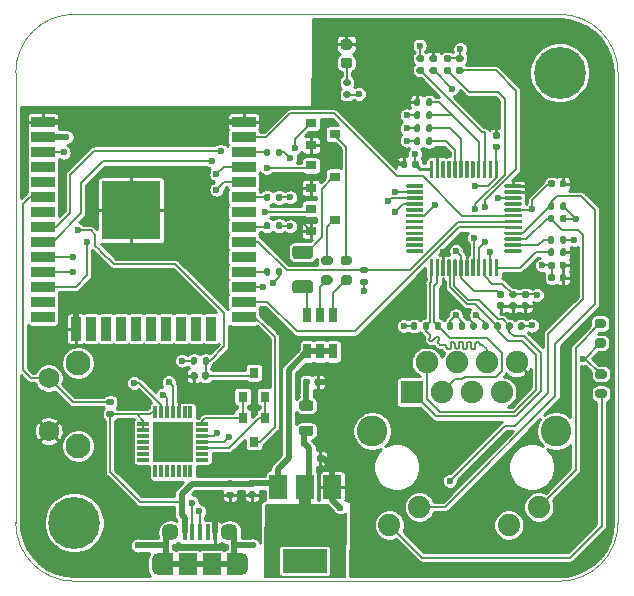
<source format=gbr>
G04 #@! TF.GenerationSoftware,KiCad,Pcbnew,(5.1.7)-1*
G04 #@! TF.CreationDate,2021-04-20T15:22:48-07:00*
G04 #@! TF.ProjectId,EsperDNS,45737065-7244-44e5-932e-6b696361645f,rev?*
G04 #@! TF.SameCoordinates,Original*
G04 #@! TF.FileFunction,Copper,L1,Top*
G04 #@! TF.FilePolarity,Positive*
%FSLAX46Y46*%
G04 Gerber Fmt 4.6, Leading zero omitted, Abs format (unit mm)*
G04 Created by KiCad (PCBNEW (5.1.7)-1) date 2021-04-20 15:22:48*
%MOMM*%
%LPD*%
G01*
G04 APERTURE LIST*
G04 #@! TA.AperFunction,Profile*
%ADD10C,0.100000*%
G04 #@! TD*
G04 #@! TA.AperFunction,SMDPad,CuDef*
%ADD11R,1.000000X0.300000*%
G04 #@! TD*
G04 #@! TA.AperFunction,SMDPad,CuDef*
%ADD12R,0.300000X1.000000*%
G04 #@! TD*
G04 #@! TA.AperFunction,SMDPad,CuDef*
%ADD13R,3.400000X3.400000*%
G04 #@! TD*
G04 #@! TA.AperFunction,SMDPad,CuDef*
%ADD14R,1.500000X1.900000*%
G04 #@! TD*
G04 #@! TA.AperFunction,ComponentPad*
%ADD15C,1.450000*%
G04 #@! TD*
G04 #@! TA.AperFunction,SMDPad,CuDef*
%ADD16R,0.400000X1.350000*%
G04 #@! TD*
G04 #@! TA.AperFunction,ComponentPad*
%ADD17O,1.200000X1.900000*%
G04 #@! TD*
G04 #@! TA.AperFunction,SMDPad,CuDef*
%ADD18R,1.200000X1.900000*%
G04 #@! TD*
G04 #@! TA.AperFunction,SMDPad,CuDef*
%ADD19R,0.800000X0.900000*%
G04 #@! TD*
G04 #@! TA.AperFunction,SMDPad,CuDef*
%ADD20R,5.000000X5.000000*%
G04 #@! TD*
G04 #@! TA.AperFunction,SMDPad,CuDef*
%ADD21R,2.000000X0.900000*%
G04 #@! TD*
G04 #@! TA.AperFunction,SMDPad,CuDef*
%ADD22R,0.900000X2.000000*%
G04 #@! TD*
G04 #@! TA.AperFunction,SMDPad,CuDef*
%ADD23R,3.800000X2.000000*%
G04 #@! TD*
G04 #@! TA.AperFunction,SMDPad,CuDef*
%ADD24R,1.500000X2.000000*%
G04 #@! TD*
G04 #@! TA.AperFunction,ComponentPad*
%ADD25C,2.100000*%
G04 #@! TD*
G04 #@! TA.AperFunction,ComponentPad*
%ADD26C,1.750000*%
G04 #@! TD*
G04 #@! TA.AperFunction,SMDPad,CuDef*
%ADD27R,0.900000X0.800000*%
G04 #@! TD*
G04 #@! TA.AperFunction,ComponentPad*
%ADD28R,1.900000X1.900000*%
G04 #@! TD*
G04 #@! TA.AperFunction,ComponentPad*
%ADD29C,1.900000*%
G04 #@! TD*
G04 #@! TA.AperFunction,ComponentPad*
%ADD30C,1.890000*%
G04 #@! TD*
G04 #@! TA.AperFunction,ComponentPad*
%ADD31C,2.600000*%
G04 #@! TD*
G04 #@! TA.AperFunction,ComponentPad*
%ADD32C,4.400000*%
G04 #@! TD*
G04 #@! TA.AperFunction,SMDPad,CuDef*
%ADD33R,0.700000X1.300000*%
G04 #@! TD*
G04 #@! TA.AperFunction,ViaPad*
%ADD34C,0.600000*%
G04 #@! TD*
G04 #@! TA.AperFunction,Conductor*
%ADD35C,0.127000*%
G04 #@! TD*
G04 #@! TA.AperFunction,Conductor*
%ADD36C,0.508000*%
G04 #@! TD*
G04 #@! TA.AperFunction,Conductor*
%ADD37C,0.140000*%
G04 #@! TD*
G04 #@! TA.AperFunction,Conductor*
%ADD38C,0.254000*%
G04 #@! TD*
G04 #@! TA.AperFunction,Conductor*
%ADD39C,1.000000*%
G04 #@! TD*
G04 #@! TA.AperFunction,Conductor*
%ADD40C,0.100000*%
G04 #@! TD*
G04 APERTURE END LIST*
D10*
X-25500000Y-19050000D02*
G75*
G03*
X-20550000Y-24000000I4950000J0D01*
G01*
X20550000Y-24000000D02*
G75*
G03*
X25500000Y-19050000I0J4950000D01*
G01*
X25500000Y19050000D02*
G75*
G03*
X20550000Y24000000I-4950000J0D01*
G01*
X-20550000Y24000000D02*
G75*
G03*
X-25500000Y19050000I0J-4950000D01*
G01*
X25500000Y19050000D02*
X25500000Y-19050000D01*
X-20550000Y24000000D02*
X20550000Y24000000D01*
X-25500000Y19050000D02*
X-25500000Y-19050000D01*
X-20550000Y-24000000D02*
X20550000Y-24000000D01*
G04 #@! TA.AperFunction,SMDPad,CuDef*
G36*
G01*
X9550000Y10200000D02*
X9550000Y11525000D01*
G75*
G02*
X9625000Y11600000I75000J0D01*
G01*
X9775000Y11600000D01*
G75*
G02*
X9850000Y11525000I0J-75000D01*
G01*
X9850000Y10200000D01*
G75*
G02*
X9775000Y10125000I-75000J0D01*
G01*
X9625000Y10125000D01*
G75*
G02*
X9550000Y10200000I0J75000D01*
G01*
G37*
G04 #@! TD.AperFunction*
G04 #@! TA.AperFunction,SMDPad,CuDef*
G36*
G01*
X10050000Y10200000D02*
X10050000Y11525000D01*
G75*
G02*
X10125000Y11600000I75000J0D01*
G01*
X10275000Y11600000D01*
G75*
G02*
X10350000Y11525000I0J-75000D01*
G01*
X10350000Y10200000D01*
G75*
G02*
X10275000Y10125000I-75000J0D01*
G01*
X10125000Y10125000D01*
G75*
G02*
X10050000Y10200000I0J75000D01*
G01*
G37*
G04 #@! TD.AperFunction*
G04 #@! TA.AperFunction,SMDPad,CuDef*
G36*
G01*
X10550000Y10200000D02*
X10550000Y11525000D01*
G75*
G02*
X10625000Y11600000I75000J0D01*
G01*
X10775000Y11600000D01*
G75*
G02*
X10850000Y11525000I0J-75000D01*
G01*
X10850000Y10200000D01*
G75*
G02*
X10775000Y10125000I-75000J0D01*
G01*
X10625000Y10125000D01*
G75*
G02*
X10550000Y10200000I0J75000D01*
G01*
G37*
G04 #@! TD.AperFunction*
G04 #@! TA.AperFunction,SMDPad,CuDef*
G36*
G01*
X11050000Y10200000D02*
X11050000Y11525000D01*
G75*
G02*
X11125000Y11600000I75000J0D01*
G01*
X11275000Y11600000D01*
G75*
G02*
X11350000Y11525000I0J-75000D01*
G01*
X11350000Y10200000D01*
G75*
G02*
X11275000Y10125000I-75000J0D01*
G01*
X11125000Y10125000D01*
G75*
G02*
X11050000Y10200000I0J75000D01*
G01*
G37*
G04 #@! TD.AperFunction*
G04 #@! TA.AperFunction,SMDPad,CuDef*
G36*
G01*
X11550000Y10200000D02*
X11550000Y11525000D01*
G75*
G02*
X11625000Y11600000I75000J0D01*
G01*
X11775000Y11600000D01*
G75*
G02*
X11850000Y11525000I0J-75000D01*
G01*
X11850000Y10200000D01*
G75*
G02*
X11775000Y10125000I-75000J0D01*
G01*
X11625000Y10125000D01*
G75*
G02*
X11550000Y10200000I0J75000D01*
G01*
G37*
G04 #@! TD.AperFunction*
G04 #@! TA.AperFunction,SMDPad,CuDef*
G36*
G01*
X12050000Y10200000D02*
X12050000Y11525000D01*
G75*
G02*
X12125000Y11600000I75000J0D01*
G01*
X12275000Y11600000D01*
G75*
G02*
X12350000Y11525000I0J-75000D01*
G01*
X12350000Y10200000D01*
G75*
G02*
X12275000Y10125000I-75000J0D01*
G01*
X12125000Y10125000D01*
G75*
G02*
X12050000Y10200000I0J75000D01*
G01*
G37*
G04 #@! TD.AperFunction*
G04 #@! TA.AperFunction,SMDPad,CuDef*
G36*
G01*
X12550000Y10200000D02*
X12550000Y11525000D01*
G75*
G02*
X12625000Y11600000I75000J0D01*
G01*
X12775000Y11600000D01*
G75*
G02*
X12850000Y11525000I0J-75000D01*
G01*
X12850000Y10200000D01*
G75*
G02*
X12775000Y10125000I-75000J0D01*
G01*
X12625000Y10125000D01*
G75*
G02*
X12550000Y10200000I0J75000D01*
G01*
G37*
G04 #@! TD.AperFunction*
G04 #@! TA.AperFunction,SMDPad,CuDef*
G36*
G01*
X13050000Y10200000D02*
X13050000Y11525000D01*
G75*
G02*
X13125000Y11600000I75000J0D01*
G01*
X13275000Y11600000D01*
G75*
G02*
X13350000Y11525000I0J-75000D01*
G01*
X13350000Y10200000D01*
G75*
G02*
X13275000Y10125000I-75000J0D01*
G01*
X13125000Y10125000D01*
G75*
G02*
X13050000Y10200000I0J75000D01*
G01*
G37*
G04 #@! TD.AperFunction*
G04 #@! TA.AperFunction,SMDPad,CuDef*
G36*
G01*
X13550000Y10200000D02*
X13550000Y11525000D01*
G75*
G02*
X13625000Y11600000I75000J0D01*
G01*
X13775000Y11600000D01*
G75*
G02*
X13850000Y11525000I0J-75000D01*
G01*
X13850000Y10200000D01*
G75*
G02*
X13775000Y10125000I-75000J0D01*
G01*
X13625000Y10125000D01*
G75*
G02*
X13550000Y10200000I0J75000D01*
G01*
G37*
G04 #@! TD.AperFunction*
G04 #@! TA.AperFunction,SMDPad,CuDef*
G36*
G01*
X14050000Y10200000D02*
X14050000Y11525000D01*
G75*
G02*
X14125000Y11600000I75000J0D01*
G01*
X14275000Y11600000D01*
G75*
G02*
X14350000Y11525000I0J-75000D01*
G01*
X14350000Y10200000D01*
G75*
G02*
X14275000Y10125000I-75000J0D01*
G01*
X14125000Y10125000D01*
G75*
G02*
X14050000Y10200000I0J75000D01*
G01*
G37*
G04 #@! TD.AperFunction*
G04 #@! TA.AperFunction,SMDPad,CuDef*
G36*
G01*
X14550000Y10200000D02*
X14550000Y11525000D01*
G75*
G02*
X14625000Y11600000I75000J0D01*
G01*
X14775000Y11600000D01*
G75*
G02*
X14850000Y11525000I0J-75000D01*
G01*
X14850000Y10200000D01*
G75*
G02*
X14775000Y10125000I-75000J0D01*
G01*
X14625000Y10125000D01*
G75*
G02*
X14550000Y10200000I0J75000D01*
G01*
G37*
G04 #@! TD.AperFunction*
G04 #@! TA.AperFunction,SMDPad,CuDef*
G36*
G01*
X15050000Y10200000D02*
X15050000Y11525000D01*
G75*
G02*
X15125000Y11600000I75000J0D01*
G01*
X15275000Y11600000D01*
G75*
G02*
X15350000Y11525000I0J-75000D01*
G01*
X15350000Y10200000D01*
G75*
G02*
X15275000Y10125000I-75000J0D01*
G01*
X15125000Y10125000D01*
G75*
G02*
X15050000Y10200000I0J75000D01*
G01*
G37*
G04 #@! TD.AperFunction*
G04 #@! TA.AperFunction,SMDPad,CuDef*
G36*
G01*
X15875000Y9375000D02*
X15875000Y9525000D01*
G75*
G02*
X15950000Y9600000I75000J0D01*
G01*
X17275000Y9600000D01*
G75*
G02*
X17350000Y9525000I0J-75000D01*
G01*
X17350000Y9375000D01*
G75*
G02*
X17275000Y9300000I-75000J0D01*
G01*
X15950000Y9300000D01*
G75*
G02*
X15875000Y9375000I0J75000D01*
G01*
G37*
G04 #@! TD.AperFunction*
G04 #@! TA.AperFunction,SMDPad,CuDef*
G36*
G01*
X15875000Y8875000D02*
X15875000Y9025000D01*
G75*
G02*
X15950000Y9100000I75000J0D01*
G01*
X17275000Y9100000D01*
G75*
G02*
X17350000Y9025000I0J-75000D01*
G01*
X17350000Y8875000D01*
G75*
G02*
X17275000Y8800000I-75000J0D01*
G01*
X15950000Y8800000D01*
G75*
G02*
X15875000Y8875000I0J75000D01*
G01*
G37*
G04 #@! TD.AperFunction*
G04 #@! TA.AperFunction,SMDPad,CuDef*
G36*
G01*
X15875000Y8375000D02*
X15875000Y8525000D01*
G75*
G02*
X15950000Y8600000I75000J0D01*
G01*
X17275000Y8600000D01*
G75*
G02*
X17350000Y8525000I0J-75000D01*
G01*
X17350000Y8375000D01*
G75*
G02*
X17275000Y8300000I-75000J0D01*
G01*
X15950000Y8300000D01*
G75*
G02*
X15875000Y8375000I0J75000D01*
G01*
G37*
G04 #@! TD.AperFunction*
G04 #@! TA.AperFunction,SMDPad,CuDef*
G36*
G01*
X15875000Y7875000D02*
X15875000Y8025000D01*
G75*
G02*
X15950000Y8100000I75000J0D01*
G01*
X17275000Y8100000D01*
G75*
G02*
X17350000Y8025000I0J-75000D01*
G01*
X17350000Y7875000D01*
G75*
G02*
X17275000Y7800000I-75000J0D01*
G01*
X15950000Y7800000D01*
G75*
G02*
X15875000Y7875000I0J75000D01*
G01*
G37*
G04 #@! TD.AperFunction*
G04 #@! TA.AperFunction,SMDPad,CuDef*
G36*
G01*
X15875000Y7375000D02*
X15875000Y7525000D01*
G75*
G02*
X15950000Y7600000I75000J0D01*
G01*
X17275000Y7600000D01*
G75*
G02*
X17350000Y7525000I0J-75000D01*
G01*
X17350000Y7375000D01*
G75*
G02*
X17275000Y7300000I-75000J0D01*
G01*
X15950000Y7300000D01*
G75*
G02*
X15875000Y7375000I0J75000D01*
G01*
G37*
G04 #@! TD.AperFunction*
G04 #@! TA.AperFunction,SMDPad,CuDef*
G36*
G01*
X15875000Y6875000D02*
X15875000Y7025000D01*
G75*
G02*
X15950000Y7100000I75000J0D01*
G01*
X17275000Y7100000D01*
G75*
G02*
X17350000Y7025000I0J-75000D01*
G01*
X17350000Y6875000D01*
G75*
G02*
X17275000Y6800000I-75000J0D01*
G01*
X15950000Y6800000D01*
G75*
G02*
X15875000Y6875000I0J75000D01*
G01*
G37*
G04 #@! TD.AperFunction*
G04 #@! TA.AperFunction,SMDPad,CuDef*
G36*
G01*
X15875000Y6375000D02*
X15875000Y6525000D01*
G75*
G02*
X15950000Y6600000I75000J0D01*
G01*
X17275000Y6600000D01*
G75*
G02*
X17350000Y6525000I0J-75000D01*
G01*
X17350000Y6375000D01*
G75*
G02*
X17275000Y6300000I-75000J0D01*
G01*
X15950000Y6300000D01*
G75*
G02*
X15875000Y6375000I0J75000D01*
G01*
G37*
G04 #@! TD.AperFunction*
G04 #@! TA.AperFunction,SMDPad,CuDef*
G36*
G01*
X15875000Y5875000D02*
X15875000Y6025000D01*
G75*
G02*
X15950000Y6100000I75000J0D01*
G01*
X17275000Y6100000D01*
G75*
G02*
X17350000Y6025000I0J-75000D01*
G01*
X17350000Y5875000D01*
G75*
G02*
X17275000Y5800000I-75000J0D01*
G01*
X15950000Y5800000D01*
G75*
G02*
X15875000Y5875000I0J75000D01*
G01*
G37*
G04 #@! TD.AperFunction*
G04 #@! TA.AperFunction,SMDPad,CuDef*
G36*
G01*
X15875000Y5375000D02*
X15875000Y5525000D01*
G75*
G02*
X15950000Y5600000I75000J0D01*
G01*
X17275000Y5600000D01*
G75*
G02*
X17350000Y5525000I0J-75000D01*
G01*
X17350000Y5375000D01*
G75*
G02*
X17275000Y5300000I-75000J0D01*
G01*
X15950000Y5300000D01*
G75*
G02*
X15875000Y5375000I0J75000D01*
G01*
G37*
G04 #@! TD.AperFunction*
G04 #@! TA.AperFunction,SMDPad,CuDef*
G36*
G01*
X15875000Y4875000D02*
X15875000Y5025000D01*
G75*
G02*
X15950000Y5100000I75000J0D01*
G01*
X17275000Y5100000D01*
G75*
G02*
X17350000Y5025000I0J-75000D01*
G01*
X17350000Y4875000D01*
G75*
G02*
X17275000Y4800000I-75000J0D01*
G01*
X15950000Y4800000D01*
G75*
G02*
X15875000Y4875000I0J75000D01*
G01*
G37*
G04 #@! TD.AperFunction*
G04 #@! TA.AperFunction,SMDPad,CuDef*
G36*
G01*
X15875000Y4375000D02*
X15875000Y4525000D01*
G75*
G02*
X15950000Y4600000I75000J0D01*
G01*
X17275000Y4600000D01*
G75*
G02*
X17350000Y4525000I0J-75000D01*
G01*
X17350000Y4375000D01*
G75*
G02*
X17275000Y4300000I-75000J0D01*
G01*
X15950000Y4300000D01*
G75*
G02*
X15875000Y4375000I0J75000D01*
G01*
G37*
G04 #@! TD.AperFunction*
G04 #@! TA.AperFunction,SMDPad,CuDef*
G36*
G01*
X15875000Y3875000D02*
X15875000Y4025000D01*
G75*
G02*
X15950000Y4100000I75000J0D01*
G01*
X17275000Y4100000D01*
G75*
G02*
X17350000Y4025000I0J-75000D01*
G01*
X17350000Y3875000D01*
G75*
G02*
X17275000Y3800000I-75000J0D01*
G01*
X15950000Y3800000D01*
G75*
G02*
X15875000Y3875000I0J75000D01*
G01*
G37*
G04 #@! TD.AperFunction*
G04 #@! TA.AperFunction,SMDPad,CuDef*
G36*
G01*
X15050000Y1875000D02*
X15050000Y3200000D01*
G75*
G02*
X15125000Y3275000I75000J0D01*
G01*
X15275000Y3275000D01*
G75*
G02*
X15350000Y3200000I0J-75000D01*
G01*
X15350000Y1875000D01*
G75*
G02*
X15275000Y1800000I-75000J0D01*
G01*
X15125000Y1800000D01*
G75*
G02*
X15050000Y1875000I0J75000D01*
G01*
G37*
G04 #@! TD.AperFunction*
G04 #@! TA.AperFunction,SMDPad,CuDef*
G36*
G01*
X14550000Y1875000D02*
X14550000Y3200000D01*
G75*
G02*
X14625000Y3275000I75000J0D01*
G01*
X14775000Y3275000D01*
G75*
G02*
X14850000Y3200000I0J-75000D01*
G01*
X14850000Y1875000D01*
G75*
G02*
X14775000Y1800000I-75000J0D01*
G01*
X14625000Y1800000D01*
G75*
G02*
X14550000Y1875000I0J75000D01*
G01*
G37*
G04 #@! TD.AperFunction*
G04 #@! TA.AperFunction,SMDPad,CuDef*
G36*
G01*
X14050000Y1875000D02*
X14050000Y3200000D01*
G75*
G02*
X14125000Y3275000I75000J0D01*
G01*
X14275000Y3275000D01*
G75*
G02*
X14350000Y3200000I0J-75000D01*
G01*
X14350000Y1875000D01*
G75*
G02*
X14275000Y1800000I-75000J0D01*
G01*
X14125000Y1800000D01*
G75*
G02*
X14050000Y1875000I0J75000D01*
G01*
G37*
G04 #@! TD.AperFunction*
G04 #@! TA.AperFunction,SMDPad,CuDef*
G36*
G01*
X13550000Y1875000D02*
X13550000Y3200000D01*
G75*
G02*
X13625000Y3275000I75000J0D01*
G01*
X13775000Y3275000D01*
G75*
G02*
X13850000Y3200000I0J-75000D01*
G01*
X13850000Y1875000D01*
G75*
G02*
X13775000Y1800000I-75000J0D01*
G01*
X13625000Y1800000D01*
G75*
G02*
X13550000Y1875000I0J75000D01*
G01*
G37*
G04 #@! TD.AperFunction*
G04 #@! TA.AperFunction,SMDPad,CuDef*
G36*
G01*
X13050000Y1875000D02*
X13050000Y3200000D01*
G75*
G02*
X13125000Y3275000I75000J0D01*
G01*
X13275000Y3275000D01*
G75*
G02*
X13350000Y3200000I0J-75000D01*
G01*
X13350000Y1875000D01*
G75*
G02*
X13275000Y1800000I-75000J0D01*
G01*
X13125000Y1800000D01*
G75*
G02*
X13050000Y1875000I0J75000D01*
G01*
G37*
G04 #@! TD.AperFunction*
G04 #@! TA.AperFunction,SMDPad,CuDef*
G36*
G01*
X12550000Y1875000D02*
X12550000Y3200000D01*
G75*
G02*
X12625000Y3275000I75000J0D01*
G01*
X12775000Y3275000D01*
G75*
G02*
X12850000Y3200000I0J-75000D01*
G01*
X12850000Y1875000D01*
G75*
G02*
X12775000Y1800000I-75000J0D01*
G01*
X12625000Y1800000D01*
G75*
G02*
X12550000Y1875000I0J75000D01*
G01*
G37*
G04 #@! TD.AperFunction*
G04 #@! TA.AperFunction,SMDPad,CuDef*
G36*
G01*
X12050000Y1875000D02*
X12050000Y3200000D01*
G75*
G02*
X12125000Y3275000I75000J0D01*
G01*
X12275000Y3275000D01*
G75*
G02*
X12350000Y3200000I0J-75000D01*
G01*
X12350000Y1875000D01*
G75*
G02*
X12275000Y1800000I-75000J0D01*
G01*
X12125000Y1800000D01*
G75*
G02*
X12050000Y1875000I0J75000D01*
G01*
G37*
G04 #@! TD.AperFunction*
G04 #@! TA.AperFunction,SMDPad,CuDef*
G36*
G01*
X11550000Y1875000D02*
X11550000Y3200000D01*
G75*
G02*
X11625000Y3275000I75000J0D01*
G01*
X11775000Y3275000D01*
G75*
G02*
X11850000Y3200000I0J-75000D01*
G01*
X11850000Y1875000D01*
G75*
G02*
X11775000Y1800000I-75000J0D01*
G01*
X11625000Y1800000D01*
G75*
G02*
X11550000Y1875000I0J75000D01*
G01*
G37*
G04 #@! TD.AperFunction*
G04 #@! TA.AperFunction,SMDPad,CuDef*
G36*
G01*
X11050000Y1875000D02*
X11050000Y3200000D01*
G75*
G02*
X11125000Y3275000I75000J0D01*
G01*
X11275000Y3275000D01*
G75*
G02*
X11350000Y3200000I0J-75000D01*
G01*
X11350000Y1875000D01*
G75*
G02*
X11275000Y1800000I-75000J0D01*
G01*
X11125000Y1800000D01*
G75*
G02*
X11050000Y1875000I0J75000D01*
G01*
G37*
G04 #@! TD.AperFunction*
G04 #@! TA.AperFunction,SMDPad,CuDef*
G36*
G01*
X10550000Y1875000D02*
X10550000Y3200000D01*
G75*
G02*
X10625000Y3275000I75000J0D01*
G01*
X10775000Y3275000D01*
G75*
G02*
X10850000Y3200000I0J-75000D01*
G01*
X10850000Y1875000D01*
G75*
G02*
X10775000Y1800000I-75000J0D01*
G01*
X10625000Y1800000D01*
G75*
G02*
X10550000Y1875000I0J75000D01*
G01*
G37*
G04 #@! TD.AperFunction*
G04 #@! TA.AperFunction,SMDPad,CuDef*
G36*
G01*
X10050000Y1875000D02*
X10050000Y3200000D01*
G75*
G02*
X10125000Y3275000I75000J0D01*
G01*
X10275000Y3275000D01*
G75*
G02*
X10350000Y3200000I0J-75000D01*
G01*
X10350000Y1875000D01*
G75*
G02*
X10275000Y1800000I-75000J0D01*
G01*
X10125000Y1800000D01*
G75*
G02*
X10050000Y1875000I0J75000D01*
G01*
G37*
G04 #@! TD.AperFunction*
G04 #@! TA.AperFunction,SMDPad,CuDef*
G36*
G01*
X9550000Y1875000D02*
X9550000Y3200000D01*
G75*
G02*
X9625000Y3275000I75000J0D01*
G01*
X9775000Y3275000D01*
G75*
G02*
X9850000Y3200000I0J-75000D01*
G01*
X9850000Y1875000D01*
G75*
G02*
X9775000Y1800000I-75000J0D01*
G01*
X9625000Y1800000D01*
G75*
G02*
X9550000Y1875000I0J75000D01*
G01*
G37*
G04 #@! TD.AperFunction*
G04 #@! TA.AperFunction,SMDPad,CuDef*
G36*
G01*
X7550000Y3875000D02*
X7550000Y4025000D01*
G75*
G02*
X7625000Y4100000I75000J0D01*
G01*
X8950000Y4100000D01*
G75*
G02*
X9025000Y4025000I0J-75000D01*
G01*
X9025000Y3875000D01*
G75*
G02*
X8950000Y3800000I-75000J0D01*
G01*
X7625000Y3800000D01*
G75*
G02*
X7550000Y3875000I0J75000D01*
G01*
G37*
G04 #@! TD.AperFunction*
G04 #@! TA.AperFunction,SMDPad,CuDef*
G36*
G01*
X7550000Y4375000D02*
X7550000Y4525000D01*
G75*
G02*
X7625000Y4600000I75000J0D01*
G01*
X8950000Y4600000D01*
G75*
G02*
X9025000Y4525000I0J-75000D01*
G01*
X9025000Y4375000D01*
G75*
G02*
X8950000Y4300000I-75000J0D01*
G01*
X7625000Y4300000D01*
G75*
G02*
X7550000Y4375000I0J75000D01*
G01*
G37*
G04 #@! TD.AperFunction*
G04 #@! TA.AperFunction,SMDPad,CuDef*
G36*
G01*
X7550000Y4875000D02*
X7550000Y5025000D01*
G75*
G02*
X7625000Y5100000I75000J0D01*
G01*
X8950000Y5100000D01*
G75*
G02*
X9025000Y5025000I0J-75000D01*
G01*
X9025000Y4875000D01*
G75*
G02*
X8950000Y4800000I-75000J0D01*
G01*
X7625000Y4800000D01*
G75*
G02*
X7550000Y4875000I0J75000D01*
G01*
G37*
G04 #@! TD.AperFunction*
G04 #@! TA.AperFunction,SMDPad,CuDef*
G36*
G01*
X7550000Y5375000D02*
X7550000Y5525000D01*
G75*
G02*
X7625000Y5600000I75000J0D01*
G01*
X8950000Y5600000D01*
G75*
G02*
X9025000Y5525000I0J-75000D01*
G01*
X9025000Y5375000D01*
G75*
G02*
X8950000Y5300000I-75000J0D01*
G01*
X7625000Y5300000D01*
G75*
G02*
X7550000Y5375000I0J75000D01*
G01*
G37*
G04 #@! TD.AperFunction*
G04 #@! TA.AperFunction,SMDPad,CuDef*
G36*
G01*
X7550000Y5875000D02*
X7550000Y6025000D01*
G75*
G02*
X7625000Y6100000I75000J0D01*
G01*
X8950000Y6100000D01*
G75*
G02*
X9025000Y6025000I0J-75000D01*
G01*
X9025000Y5875000D01*
G75*
G02*
X8950000Y5800000I-75000J0D01*
G01*
X7625000Y5800000D01*
G75*
G02*
X7550000Y5875000I0J75000D01*
G01*
G37*
G04 #@! TD.AperFunction*
G04 #@! TA.AperFunction,SMDPad,CuDef*
G36*
G01*
X7550000Y6375000D02*
X7550000Y6525000D01*
G75*
G02*
X7625000Y6600000I75000J0D01*
G01*
X8950000Y6600000D01*
G75*
G02*
X9025000Y6525000I0J-75000D01*
G01*
X9025000Y6375000D01*
G75*
G02*
X8950000Y6300000I-75000J0D01*
G01*
X7625000Y6300000D01*
G75*
G02*
X7550000Y6375000I0J75000D01*
G01*
G37*
G04 #@! TD.AperFunction*
G04 #@! TA.AperFunction,SMDPad,CuDef*
G36*
G01*
X7550000Y6875000D02*
X7550000Y7025000D01*
G75*
G02*
X7625000Y7100000I75000J0D01*
G01*
X8950000Y7100000D01*
G75*
G02*
X9025000Y7025000I0J-75000D01*
G01*
X9025000Y6875000D01*
G75*
G02*
X8950000Y6800000I-75000J0D01*
G01*
X7625000Y6800000D01*
G75*
G02*
X7550000Y6875000I0J75000D01*
G01*
G37*
G04 #@! TD.AperFunction*
G04 #@! TA.AperFunction,SMDPad,CuDef*
G36*
G01*
X7550000Y7375000D02*
X7550000Y7525000D01*
G75*
G02*
X7625000Y7600000I75000J0D01*
G01*
X8950000Y7600000D01*
G75*
G02*
X9025000Y7525000I0J-75000D01*
G01*
X9025000Y7375000D01*
G75*
G02*
X8950000Y7300000I-75000J0D01*
G01*
X7625000Y7300000D01*
G75*
G02*
X7550000Y7375000I0J75000D01*
G01*
G37*
G04 #@! TD.AperFunction*
G04 #@! TA.AperFunction,SMDPad,CuDef*
G36*
G01*
X7550000Y7875000D02*
X7550000Y8025000D01*
G75*
G02*
X7625000Y8100000I75000J0D01*
G01*
X8950000Y8100000D01*
G75*
G02*
X9025000Y8025000I0J-75000D01*
G01*
X9025000Y7875000D01*
G75*
G02*
X8950000Y7800000I-75000J0D01*
G01*
X7625000Y7800000D01*
G75*
G02*
X7550000Y7875000I0J75000D01*
G01*
G37*
G04 #@! TD.AperFunction*
G04 #@! TA.AperFunction,SMDPad,CuDef*
G36*
G01*
X7550000Y8375000D02*
X7550000Y8525000D01*
G75*
G02*
X7625000Y8600000I75000J0D01*
G01*
X8950000Y8600000D01*
G75*
G02*
X9025000Y8525000I0J-75000D01*
G01*
X9025000Y8375000D01*
G75*
G02*
X8950000Y8300000I-75000J0D01*
G01*
X7625000Y8300000D01*
G75*
G02*
X7550000Y8375000I0J75000D01*
G01*
G37*
G04 #@! TD.AperFunction*
G04 #@! TA.AperFunction,SMDPad,CuDef*
G36*
G01*
X7550000Y8875000D02*
X7550000Y9025000D01*
G75*
G02*
X7625000Y9100000I75000J0D01*
G01*
X8950000Y9100000D01*
G75*
G02*
X9025000Y9025000I0J-75000D01*
G01*
X9025000Y8875000D01*
G75*
G02*
X8950000Y8800000I-75000J0D01*
G01*
X7625000Y8800000D01*
G75*
G02*
X7550000Y8875000I0J75000D01*
G01*
G37*
G04 #@! TD.AperFunction*
G04 #@! TA.AperFunction,SMDPad,CuDef*
G36*
G01*
X7550000Y9375000D02*
X7550000Y9525000D01*
G75*
G02*
X7625000Y9600000I75000J0D01*
G01*
X8950000Y9600000D01*
G75*
G02*
X9025000Y9525000I0J-75000D01*
G01*
X9025000Y9375000D01*
G75*
G02*
X8950000Y9300000I-75000J0D01*
G01*
X7625000Y9300000D01*
G75*
G02*
X7550000Y9375000I0J75000D01*
G01*
G37*
G04 #@! TD.AperFunction*
G04 #@! TA.AperFunction,SMDPad,CuDef*
G36*
G01*
X20550000Y9480000D02*
X20550000Y9820000D01*
G75*
G02*
X20690000Y9960000I140000J0D01*
G01*
X20970000Y9960000D01*
G75*
G02*
X21110000Y9820000I0J-140000D01*
G01*
X21110000Y9480000D01*
G75*
G02*
X20970000Y9340000I-140000J0D01*
G01*
X20690000Y9340000D01*
G75*
G02*
X20550000Y9480000I0J140000D01*
G01*
G37*
G04 #@! TD.AperFunction*
G04 #@! TA.AperFunction,SMDPad,CuDef*
G36*
G01*
X19590000Y9480000D02*
X19590000Y9820000D01*
G75*
G02*
X19730000Y9960000I140000J0D01*
G01*
X20010000Y9960000D01*
G75*
G02*
X20150000Y9820000I0J-140000D01*
G01*
X20150000Y9480000D01*
G75*
G02*
X20010000Y9340000I-140000J0D01*
G01*
X19730000Y9340000D01*
G75*
G02*
X19590000Y9480000I0J140000D01*
G01*
G37*
G04 #@! TD.AperFunction*
G04 #@! TA.AperFunction,SMDPad,CuDef*
G36*
G01*
X20550000Y1530000D02*
X20550000Y1870000D01*
G75*
G02*
X20690000Y2010000I140000J0D01*
G01*
X20970000Y2010000D01*
G75*
G02*
X21110000Y1870000I0J-140000D01*
G01*
X21110000Y1530000D01*
G75*
G02*
X20970000Y1390000I-140000J0D01*
G01*
X20690000Y1390000D01*
G75*
G02*
X20550000Y1530000I0J140000D01*
G01*
G37*
G04 #@! TD.AperFunction*
G04 #@! TA.AperFunction,SMDPad,CuDef*
G36*
G01*
X19590000Y1530000D02*
X19590000Y1870000D01*
G75*
G02*
X19730000Y2010000I140000J0D01*
G01*
X20010000Y2010000D01*
G75*
G02*
X20150000Y1870000I0J-140000D01*
G01*
X20150000Y1530000D01*
G75*
G02*
X20010000Y1390000I-140000J0D01*
G01*
X19730000Y1390000D01*
G75*
G02*
X19590000Y1530000I0J140000D01*
G01*
G37*
G04 #@! TD.AperFunction*
G04 #@! TA.AperFunction,SMDPad,CuDef*
G36*
G01*
X-200000Y-7320000D02*
X-200000Y-6980000D01*
G75*
G02*
X-60000Y-6840000I140000J0D01*
G01*
X220000Y-6840000D01*
G75*
G02*
X360000Y-6980000I0J-140000D01*
G01*
X360000Y-7320000D01*
G75*
G02*
X220000Y-7460000I-140000J0D01*
G01*
X-60000Y-7460000D01*
G75*
G02*
X-200000Y-7320000I0J140000D01*
G01*
G37*
G04 #@! TD.AperFunction*
G04 #@! TA.AperFunction,SMDPad,CuDef*
G36*
G01*
X-1160000Y-7320000D02*
X-1160000Y-6980000D01*
G75*
G02*
X-1020000Y-6840000I140000J0D01*
G01*
X-740000Y-6840000D01*
G75*
G02*
X-600000Y-6980000I0J-140000D01*
G01*
X-600000Y-7320000D01*
G75*
G02*
X-740000Y-7460000I-140000J0D01*
G01*
X-1020000Y-7460000D01*
G75*
G02*
X-1160000Y-7320000I0J140000D01*
G01*
G37*
G04 #@! TD.AperFunction*
G04 #@! TA.AperFunction,SMDPad,CuDef*
G36*
G01*
X25000Y-13770000D02*
X25000Y-13430000D01*
G75*
G02*
X165000Y-13290000I140000J0D01*
G01*
X445000Y-13290000D01*
G75*
G02*
X585000Y-13430000I0J-140000D01*
G01*
X585000Y-13770000D01*
G75*
G02*
X445000Y-13910000I-140000J0D01*
G01*
X165000Y-13910000D01*
G75*
G02*
X25000Y-13770000I0J140000D01*
G01*
G37*
G04 #@! TD.AperFunction*
G04 #@! TA.AperFunction,SMDPad,CuDef*
G36*
G01*
X-935000Y-13770000D02*
X-935000Y-13430000D01*
G75*
G02*
X-795000Y-13290000I140000J0D01*
G01*
X-515000Y-13290000D01*
G75*
G02*
X-375000Y-13430000I0J-140000D01*
G01*
X-375000Y-13770000D01*
G75*
G02*
X-515000Y-13910000I-140000J0D01*
G01*
X-795000Y-13910000D01*
G75*
G02*
X-935000Y-13770000I0J140000D01*
G01*
G37*
G04 #@! TD.AperFunction*
G04 #@! TA.AperFunction,SMDPad,CuDef*
G36*
G01*
X20590000Y3665000D02*
X20590000Y4035000D01*
G75*
G02*
X20725000Y4170000I135000J0D01*
G01*
X20995000Y4170000D01*
G75*
G02*
X21130000Y4035000I0J-135000D01*
G01*
X21130000Y3665000D01*
G75*
G02*
X20995000Y3530000I-135000J0D01*
G01*
X20725000Y3530000D01*
G75*
G02*
X20590000Y3665000I0J135000D01*
G01*
G37*
G04 #@! TD.AperFunction*
G04 #@! TA.AperFunction,SMDPad,CuDef*
G36*
G01*
X19570000Y3665000D02*
X19570000Y4035000D01*
G75*
G02*
X19705000Y4170000I135000J0D01*
G01*
X19975000Y4170000D01*
G75*
G02*
X20110000Y4035000I0J-135000D01*
G01*
X20110000Y3665000D01*
G75*
G02*
X19975000Y3530000I-135000J0D01*
G01*
X19705000Y3530000D01*
G75*
G02*
X19570000Y3665000I0J135000D01*
G01*
G37*
G04 #@! TD.AperFunction*
G04 #@! TA.AperFunction,SMDPad,CuDef*
G36*
G01*
X10035000Y19990000D02*
X9665000Y19990000D01*
G75*
G02*
X9530000Y20125000I0J135000D01*
G01*
X9530000Y20395000D01*
G75*
G02*
X9665000Y20530000I135000J0D01*
G01*
X10035000Y20530000D01*
G75*
G02*
X10170000Y20395000I0J-135000D01*
G01*
X10170000Y20125000D01*
G75*
G02*
X10035000Y19990000I-135000J0D01*
G01*
G37*
G04 #@! TD.AperFunction*
G04 #@! TA.AperFunction,SMDPad,CuDef*
G36*
G01*
X10035000Y18970000D02*
X9665000Y18970000D01*
G75*
G02*
X9530000Y19105000I0J135000D01*
G01*
X9530000Y19375000D01*
G75*
G02*
X9665000Y19510000I135000J0D01*
G01*
X10035000Y19510000D01*
G75*
G02*
X10170000Y19375000I0J-135000D01*
G01*
X10170000Y19105000D01*
G75*
G02*
X10035000Y18970000I-135000J0D01*
G01*
G37*
G04 #@! TD.AperFunction*
G04 #@! TA.AperFunction,SMDPad,CuDef*
G36*
G01*
X8760000Y16735000D02*
X8760000Y16365000D01*
G75*
G02*
X8625000Y16230000I-135000J0D01*
G01*
X8355000Y16230000D01*
G75*
G02*
X8220000Y16365000I0J135000D01*
G01*
X8220000Y16735000D01*
G75*
G02*
X8355000Y16870000I135000J0D01*
G01*
X8625000Y16870000D01*
G75*
G02*
X8760000Y16735000I0J-135000D01*
G01*
G37*
G04 #@! TD.AperFunction*
G04 #@! TA.AperFunction,SMDPad,CuDef*
G36*
G01*
X9780000Y16735000D02*
X9780000Y16365000D01*
G75*
G02*
X9645000Y16230000I-135000J0D01*
G01*
X9375000Y16230000D01*
G75*
G02*
X9240000Y16365000I0J135000D01*
G01*
X9240000Y16735000D01*
G75*
G02*
X9375000Y16870000I135000J0D01*
G01*
X9645000Y16870000D01*
G75*
G02*
X9780000Y16735000I0J-135000D01*
G01*
G37*
G04 #@! TD.AperFunction*
G04 #@! TA.AperFunction,SMDPad,CuDef*
G36*
G01*
X8565000Y19510000D02*
X8935000Y19510000D01*
G75*
G02*
X9070000Y19375000I0J-135000D01*
G01*
X9070000Y19105000D01*
G75*
G02*
X8935000Y18970000I-135000J0D01*
G01*
X8565000Y18970000D01*
G75*
G02*
X8430000Y19105000I0J135000D01*
G01*
X8430000Y19375000D01*
G75*
G02*
X8565000Y19510000I135000J0D01*
G01*
G37*
G04 #@! TD.AperFunction*
G04 #@! TA.AperFunction,SMDPad,CuDef*
G36*
G01*
X8565000Y20530000D02*
X8935000Y20530000D01*
G75*
G02*
X9070000Y20395000I0J-135000D01*
G01*
X9070000Y20125000D01*
G75*
G02*
X8935000Y19990000I-135000J0D01*
G01*
X8565000Y19990000D01*
G75*
G02*
X8430000Y20125000I0J135000D01*
G01*
X8430000Y20395000D01*
G75*
G02*
X8565000Y20530000I135000J0D01*
G01*
G37*
G04 #@! TD.AperFunction*
G04 #@! TA.AperFunction,SMDPad,CuDef*
G36*
G01*
X11915000Y19510000D02*
X12285000Y19510000D01*
G75*
G02*
X12420000Y19375000I0J-135000D01*
G01*
X12420000Y19105000D01*
G75*
G02*
X12285000Y18970000I-135000J0D01*
G01*
X11915000Y18970000D01*
G75*
G02*
X11780000Y19105000I0J135000D01*
G01*
X11780000Y19375000D01*
G75*
G02*
X11915000Y19510000I135000J0D01*
G01*
G37*
G04 #@! TD.AperFunction*
G04 #@! TA.AperFunction,SMDPad,CuDef*
G36*
G01*
X11915000Y20530000D02*
X12285000Y20530000D01*
G75*
G02*
X12420000Y20395000I0J-135000D01*
G01*
X12420000Y20125000D01*
G75*
G02*
X12285000Y19990000I-135000J0D01*
G01*
X11915000Y19990000D01*
G75*
G02*
X11780000Y20125000I0J135000D01*
G01*
X11780000Y20395000D01*
G75*
G02*
X11915000Y20530000I135000J0D01*
G01*
G37*
G04 #@! TD.AperFunction*
G04 #@! TA.AperFunction,SMDPad,CuDef*
G36*
G01*
X10865000Y19510000D02*
X11235000Y19510000D01*
G75*
G02*
X11370000Y19375000I0J-135000D01*
G01*
X11370000Y19105000D01*
G75*
G02*
X11235000Y18970000I-135000J0D01*
G01*
X10865000Y18970000D01*
G75*
G02*
X10730000Y19105000I0J135000D01*
G01*
X10730000Y19375000D01*
G75*
G02*
X10865000Y19510000I135000J0D01*
G01*
G37*
G04 #@! TD.AperFunction*
G04 #@! TA.AperFunction,SMDPad,CuDef*
G36*
G01*
X10865000Y20530000D02*
X11235000Y20530000D01*
G75*
G02*
X11370000Y20395000I0J-135000D01*
G01*
X11370000Y20125000D01*
G75*
G02*
X11235000Y19990000I-135000J0D01*
G01*
X10865000Y19990000D01*
G75*
G02*
X10730000Y20125000I0J135000D01*
G01*
X10730000Y20395000D01*
G75*
G02*
X10865000Y20530000I135000J0D01*
G01*
G37*
G04 #@! TD.AperFunction*
G04 #@! TA.AperFunction,SMDPad,CuDef*
G36*
G01*
X20110000Y5085000D02*
X20110000Y4715000D01*
G75*
G02*
X19975000Y4580000I-135000J0D01*
G01*
X19705000Y4580000D01*
G75*
G02*
X19570000Y4715000I0J135000D01*
G01*
X19570000Y5085000D01*
G75*
G02*
X19705000Y5220000I135000J0D01*
G01*
X19975000Y5220000D01*
G75*
G02*
X20110000Y5085000I0J-135000D01*
G01*
G37*
G04 #@! TD.AperFunction*
G04 #@! TA.AperFunction,SMDPad,CuDef*
G36*
G01*
X21130000Y5085000D02*
X21130000Y4715000D01*
G75*
G02*
X20995000Y4580000I-135000J0D01*
G01*
X20725000Y4580000D01*
G75*
G02*
X20590000Y4715000I0J135000D01*
G01*
X20590000Y5085000D01*
G75*
G02*
X20725000Y5220000I135000J0D01*
G01*
X20995000Y5220000D01*
G75*
G02*
X21130000Y5085000I0J-135000D01*
G01*
G37*
G04 #@! TD.AperFunction*
G04 #@! TA.AperFunction,SMDPad,CuDef*
G36*
G01*
X20110000Y6885000D02*
X20110000Y6515000D01*
G75*
G02*
X19975000Y6380000I-135000J0D01*
G01*
X19705000Y6380000D01*
G75*
G02*
X19570000Y6515000I0J135000D01*
G01*
X19570000Y6885000D01*
G75*
G02*
X19705000Y7020000I135000J0D01*
G01*
X19975000Y7020000D01*
G75*
G02*
X20110000Y6885000I0J-135000D01*
G01*
G37*
G04 #@! TD.AperFunction*
G04 #@! TA.AperFunction,SMDPad,CuDef*
G36*
G01*
X21130000Y6885000D02*
X21130000Y6515000D01*
G75*
G02*
X20995000Y6380000I-135000J0D01*
G01*
X20725000Y6380000D01*
G75*
G02*
X20590000Y6515000I0J135000D01*
G01*
X20590000Y6885000D01*
G75*
G02*
X20725000Y7020000I135000J0D01*
G01*
X20995000Y7020000D01*
G75*
G02*
X21130000Y6885000I0J-135000D01*
G01*
G37*
G04 #@! TD.AperFunction*
G04 #@! TA.AperFunction,SMDPad,CuDef*
G36*
G01*
X20110000Y7935000D02*
X20110000Y7565000D01*
G75*
G02*
X19975000Y7430000I-135000J0D01*
G01*
X19705000Y7430000D01*
G75*
G02*
X19570000Y7565000I0J135000D01*
G01*
X19570000Y7935000D01*
G75*
G02*
X19705000Y8070000I135000J0D01*
G01*
X19975000Y8070000D01*
G75*
G02*
X20110000Y7935000I0J-135000D01*
G01*
G37*
G04 #@! TD.AperFunction*
G04 #@! TA.AperFunction,SMDPad,CuDef*
G36*
G01*
X21130000Y7935000D02*
X21130000Y7565000D01*
G75*
G02*
X20995000Y7430000I-135000J0D01*
G01*
X20725000Y7430000D01*
G75*
G02*
X20590000Y7565000I0J135000D01*
G01*
X20590000Y7935000D01*
G75*
G02*
X20725000Y8070000I135000J0D01*
G01*
X20995000Y8070000D01*
G75*
G02*
X21130000Y7935000I0J-135000D01*
G01*
G37*
G04 #@! TD.AperFunction*
G04 #@! TA.AperFunction,SMDPad,CuDef*
G36*
G01*
X23775000Y-7725000D02*
X24325000Y-7725000D01*
G75*
G02*
X24525000Y-7925000I0J-200000D01*
G01*
X24525000Y-8325000D01*
G75*
G02*
X24325000Y-8525000I-200000J0D01*
G01*
X23775000Y-8525000D01*
G75*
G02*
X23575000Y-8325000I0J200000D01*
G01*
X23575000Y-7925000D01*
G75*
G02*
X23775000Y-7725000I200000J0D01*
G01*
G37*
G04 #@! TD.AperFunction*
G04 #@! TA.AperFunction,SMDPad,CuDef*
G36*
G01*
X23775000Y-6075000D02*
X24325000Y-6075000D01*
G75*
G02*
X24525000Y-6275000I0J-200000D01*
G01*
X24525000Y-6675000D01*
G75*
G02*
X24325000Y-6875000I-200000J0D01*
G01*
X23775000Y-6875000D01*
G75*
G02*
X23575000Y-6675000I0J200000D01*
G01*
X23575000Y-6275000D01*
G75*
G02*
X23775000Y-6075000I200000J0D01*
G01*
G37*
G04 #@! TD.AperFunction*
G04 #@! TA.AperFunction,SMDPad,CuDef*
G36*
G01*
X20550000Y2580000D02*
X20550000Y2920000D01*
G75*
G02*
X20690000Y3060000I140000J0D01*
G01*
X20970000Y3060000D01*
G75*
G02*
X21110000Y2920000I0J-140000D01*
G01*
X21110000Y2580000D01*
G75*
G02*
X20970000Y2440000I-140000J0D01*
G01*
X20690000Y2440000D01*
G75*
G02*
X20550000Y2580000I0J140000D01*
G01*
G37*
G04 #@! TD.AperFunction*
G04 #@! TA.AperFunction,SMDPad,CuDef*
G36*
G01*
X19590000Y2580000D02*
X19590000Y2920000D01*
G75*
G02*
X19730000Y3060000I140000J0D01*
G01*
X20010000Y3060000D01*
G75*
G02*
X20150000Y2920000I0J-140000D01*
G01*
X20150000Y2580000D01*
G75*
G02*
X20010000Y2440000I-140000J0D01*
G01*
X19730000Y2440000D01*
G75*
G02*
X19590000Y2580000I0J140000D01*
G01*
G37*
G04 #@! TD.AperFunction*
G04 #@! TA.AperFunction,SMDPad,CuDef*
G36*
G01*
X15380000Y-400000D02*
X15720000Y-400000D01*
G75*
G02*
X15860000Y-540000I0J-140000D01*
G01*
X15860000Y-820000D01*
G75*
G02*
X15720000Y-960000I-140000J0D01*
G01*
X15380000Y-960000D01*
G75*
G02*
X15240000Y-820000I0J140000D01*
G01*
X15240000Y-540000D01*
G75*
G02*
X15380000Y-400000I140000J0D01*
G01*
G37*
G04 #@! TD.AperFunction*
G04 #@! TA.AperFunction,SMDPad,CuDef*
G36*
G01*
X15380000Y560000D02*
X15720000Y560000D01*
G75*
G02*
X15860000Y420000I0J-140000D01*
G01*
X15860000Y140000D01*
G75*
G02*
X15720000Y0I-140000J0D01*
G01*
X15380000Y0D01*
G75*
G02*
X15240000Y140000I0J140000D01*
G01*
X15240000Y420000D01*
G75*
G02*
X15380000Y560000I140000J0D01*
G01*
G37*
G04 #@! TD.AperFunction*
G04 #@! TA.AperFunction,SMDPad,CuDef*
G36*
G01*
X15370000Y13450000D02*
X15030000Y13450000D01*
G75*
G02*
X14890000Y13590000I0J140000D01*
G01*
X14890000Y13870000D01*
G75*
G02*
X15030000Y14010000I140000J0D01*
G01*
X15370000Y14010000D01*
G75*
G02*
X15510000Y13870000I0J-140000D01*
G01*
X15510000Y13590000D01*
G75*
G02*
X15370000Y13450000I-140000J0D01*
G01*
G37*
G04 #@! TD.AperFunction*
G04 #@! TA.AperFunction,SMDPad,CuDef*
G36*
G01*
X15370000Y12490000D02*
X15030000Y12490000D01*
G75*
G02*
X14890000Y12630000I0J140000D01*
G01*
X14890000Y12910000D01*
G75*
G02*
X15030000Y13050000I140000J0D01*
G01*
X15370000Y13050000D01*
G75*
G02*
X15510000Y12910000I0J-140000D01*
G01*
X15510000Y12630000D01*
G75*
G02*
X15370000Y12490000I-140000J0D01*
G01*
G37*
G04 #@! TD.AperFunction*
D11*
X-9700000Y-13700000D03*
D12*
X-13700000Y-14700000D03*
D11*
X-14700000Y-10700000D03*
D12*
X-10700000Y-9700000D03*
X-11200000Y-9700000D03*
X-11700000Y-9700000D03*
X-12200000Y-9700000D03*
X-12700000Y-9700000D03*
X-13200000Y-9700000D03*
X-13700000Y-9700000D03*
D11*
X-14700000Y-11200000D03*
X-14700000Y-11700000D03*
X-14700000Y-12200000D03*
X-14700000Y-12700000D03*
X-14700000Y-13200000D03*
X-14700000Y-13700000D03*
D12*
X-13200000Y-14700000D03*
X-12700000Y-14700000D03*
X-12200000Y-14700000D03*
X-11700000Y-14700000D03*
X-11200000Y-14700000D03*
X-10700000Y-14700000D03*
D11*
X-9700000Y-13200000D03*
X-9700000Y-12700000D03*
X-9700000Y-12200000D03*
X-9700000Y-11700000D03*
X-9700000Y-11200000D03*
X-9700000Y-10700000D03*
D13*
X-12200000Y-12200000D03*
G04 #@! TA.AperFunction,SMDPad,CuDef*
G36*
G01*
X-9126000Y-6431500D02*
X-9126000Y-6776500D01*
G75*
G02*
X-9273500Y-6924000I-147500J0D01*
G01*
X-9568500Y-6924000D01*
G75*
G02*
X-9716000Y-6776500I0J147500D01*
G01*
X-9716000Y-6431500D01*
G75*
G02*
X-9568500Y-6284000I147500J0D01*
G01*
X-9273500Y-6284000D01*
G75*
G02*
X-9126000Y-6431500I0J-147500D01*
G01*
G37*
G04 #@! TD.AperFunction*
G04 #@! TA.AperFunction,SMDPad,CuDef*
G36*
G01*
X-10096000Y-6431500D02*
X-10096000Y-6776500D01*
G75*
G02*
X-10243500Y-6924000I-147500J0D01*
G01*
X-10538500Y-6924000D01*
G75*
G02*
X-10686000Y-6776500I0J147500D01*
G01*
X-10686000Y-6431500D01*
G75*
G02*
X-10538500Y-6284000I147500J0D01*
G01*
X-10243500Y-6284000D01*
G75*
G02*
X-10096000Y-6431500I0J-147500D01*
G01*
G37*
G04 #@! TD.AperFunction*
D14*
X-8906000Y-22573500D03*
D15*
X-12406000Y-19873500D03*
D16*
X-10556000Y-19873500D03*
X-11206000Y-19873500D03*
X-8606000Y-19873500D03*
X-9256000Y-19873500D03*
X-9906000Y-19873500D03*
D15*
X-7406000Y-19873500D03*
D14*
X-10906000Y-22573500D03*
D17*
X-13406000Y-22573500D03*
X-6406000Y-22573500D03*
D18*
X-7006000Y-22573500D03*
X-12806000Y-22573500D03*
D19*
X-6284000Y-8366000D03*
X-4384000Y-8366000D03*
X-5334000Y-6366000D03*
X-4384000Y-10176000D03*
X-6284000Y-10176000D03*
X-5334000Y-12176000D03*
G04 #@! TA.AperFunction,SMDPad,CuDef*
G36*
G01*
X24275000Y-4225000D02*
X23725000Y-4225000D01*
G75*
G02*
X23525000Y-4025000I0J200000D01*
G01*
X23525000Y-3625000D01*
G75*
G02*
X23725000Y-3425000I200000J0D01*
G01*
X24275000Y-3425000D01*
G75*
G02*
X24475000Y-3625000I0J-200000D01*
G01*
X24475000Y-4025000D01*
G75*
G02*
X24275000Y-4225000I-200000J0D01*
G01*
G37*
G04 #@! TD.AperFunction*
G04 #@! TA.AperFunction,SMDPad,CuDef*
G36*
G01*
X24275000Y-2575000D02*
X23725000Y-2575000D01*
G75*
G02*
X23525000Y-2375000I0J200000D01*
G01*
X23525000Y-1975000D01*
G75*
G02*
X23725000Y-1775000I200000J0D01*
G01*
X24275000Y-1775000D01*
G75*
G02*
X24475000Y-1975000I0J-200000D01*
G01*
X24475000Y-2375000D01*
G75*
G02*
X24275000Y-2575000I-200000J0D01*
G01*
G37*
G04 #@! TD.AperFunction*
G04 #@! TA.AperFunction,SMDPad,CuDef*
G36*
G01*
X-1281250Y-8700000D02*
X-518750Y-8700000D01*
G75*
G02*
X-300000Y-8918750I0J-218750D01*
G01*
X-300000Y-9356250D01*
G75*
G02*
X-518750Y-9575000I-218750J0D01*
G01*
X-1281250Y-9575000D01*
G75*
G02*
X-1500000Y-9356250I0J218750D01*
G01*
X-1500000Y-8918750D01*
G75*
G02*
X-1281250Y-8700000I218750J0D01*
G01*
G37*
G04 #@! TD.AperFunction*
G04 #@! TA.AperFunction,SMDPad,CuDef*
G36*
G01*
X-1281250Y-10825000D02*
X-518750Y-10825000D01*
G75*
G02*
X-300000Y-11043750I0J-218750D01*
G01*
X-300000Y-11481250D01*
G75*
G02*
X-518750Y-11700000I-218750J0D01*
G01*
X-1281250Y-11700000D01*
G75*
G02*
X-1500000Y-11481250I0J218750D01*
G01*
X-1500000Y-11043750D01*
G75*
G02*
X-1281250Y-10825000I218750J0D01*
G01*
G37*
G04 #@! TD.AperFunction*
G04 #@! TA.AperFunction,SMDPad,CuDef*
G36*
G01*
X-2920000Y2385000D02*
X-2920000Y2015000D01*
G75*
G02*
X-3055000Y1880000I-135000J0D01*
G01*
X-3325000Y1880000D01*
G75*
G02*
X-3460000Y2015000I0J135000D01*
G01*
X-3460000Y2385000D01*
G75*
G02*
X-3325000Y2520000I135000J0D01*
G01*
X-3055000Y2520000D01*
G75*
G02*
X-2920000Y2385000I0J-135000D01*
G01*
G37*
G04 #@! TD.AperFunction*
G04 #@! TA.AperFunction,SMDPad,CuDef*
G36*
G01*
X-3940000Y2385000D02*
X-3940000Y2015000D01*
G75*
G02*
X-4075000Y1880000I-135000J0D01*
G01*
X-4345000Y1880000D01*
G75*
G02*
X-4480000Y2015000I0J135000D01*
G01*
X-4480000Y2385000D01*
G75*
G02*
X-4345000Y2520000I135000J0D01*
G01*
X-4075000Y2520000D01*
G75*
G02*
X-3940000Y2385000I0J-135000D01*
G01*
G37*
G04 #@! TD.AperFunction*
D20*
X-15700000Y7400000D03*
D21*
X-23200000Y14900000D03*
X-23200000Y13630000D03*
X-23200000Y12360000D03*
X-23200000Y11090000D03*
X-23200000Y9820000D03*
X-23200000Y8550000D03*
X-23200000Y7280000D03*
X-23200000Y6010000D03*
X-23200000Y4740000D03*
X-23200000Y3470000D03*
X-23200000Y2200000D03*
X-23200000Y930000D03*
X-23200000Y-340000D03*
X-23200000Y-1610000D03*
D22*
X-20415000Y-2610000D03*
X-19145000Y-2610000D03*
X-17875000Y-2610000D03*
X-16605000Y-2610000D03*
X-15335000Y-2610000D03*
X-14065000Y-2610000D03*
X-12795000Y-2610000D03*
X-11525000Y-2610000D03*
X-10255000Y-2610000D03*
X-8985000Y-2610000D03*
D21*
X-6200000Y-1610000D03*
X-6200000Y-340000D03*
X-6200000Y930000D03*
X-6200000Y2200000D03*
X-6200000Y3470000D03*
X-6200000Y4740000D03*
X-6200000Y6010000D03*
X-6200000Y7280000D03*
X-6200000Y8550000D03*
X-6200000Y9820000D03*
X-6200000Y11090000D03*
X-6200000Y12360000D03*
X-6200000Y13630000D03*
X-6200000Y14900000D03*
D23*
X-1000000Y-22300000D03*
D24*
X-1000000Y-16000000D03*
X-3300000Y-16000000D03*
X1300000Y-16000000D03*
D25*
X-20210000Y-5540000D03*
D26*
X-22700000Y-6800000D03*
X-22700000Y-11300000D03*
D25*
X-20210000Y-12550000D03*
G04 #@! TA.AperFunction,SMDPad,CuDef*
G36*
G01*
X9780000Y15635000D02*
X9780000Y15265000D01*
G75*
G02*
X9645000Y15130000I-135000J0D01*
G01*
X9375000Y15130000D01*
G75*
G02*
X9240000Y15265000I0J135000D01*
G01*
X9240000Y15635000D01*
G75*
G02*
X9375000Y15770000I135000J0D01*
G01*
X9645000Y15770000D01*
G75*
G02*
X9780000Y15635000I0J-135000D01*
G01*
G37*
G04 #@! TD.AperFunction*
G04 #@! TA.AperFunction,SMDPad,CuDef*
G36*
G01*
X8760000Y15635000D02*
X8760000Y15265000D01*
G75*
G02*
X8625000Y15130000I-135000J0D01*
G01*
X8355000Y15130000D01*
G75*
G02*
X8220000Y15265000I0J135000D01*
G01*
X8220000Y15635000D01*
G75*
G02*
X8355000Y15770000I135000J0D01*
G01*
X8625000Y15770000D01*
G75*
G02*
X8760000Y15635000I0J-135000D01*
G01*
G37*
G04 #@! TD.AperFunction*
G04 #@! TA.AperFunction,SMDPad,CuDef*
G36*
G01*
X9780000Y13435000D02*
X9780000Y13065000D01*
G75*
G02*
X9645000Y12930000I-135000J0D01*
G01*
X9375000Y12930000D01*
G75*
G02*
X9240000Y13065000I0J135000D01*
G01*
X9240000Y13435000D01*
G75*
G02*
X9375000Y13570000I135000J0D01*
G01*
X9645000Y13570000D01*
G75*
G02*
X9780000Y13435000I0J-135000D01*
G01*
G37*
G04 #@! TD.AperFunction*
G04 #@! TA.AperFunction,SMDPad,CuDef*
G36*
G01*
X8760000Y13435000D02*
X8760000Y13065000D01*
G75*
G02*
X8625000Y12930000I-135000J0D01*
G01*
X8355000Y12930000D01*
G75*
G02*
X8220000Y13065000I0J135000D01*
G01*
X8220000Y13435000D01*
G75*
G02*
X8355000Y13570000I135000J0D01*
G01*
X8625000Y13570000D01*
G75*
G02*
X8760000Y13435000I0J-135000D01*
G01*
G37*
G04 #@! TD.AperFunction*
G04 #@! TA.AperFunction,SMDPad,CuDef*
G36*
G01*
X9780000Y14535000D02*
X9780000Y14165000D01*
G75*
G02*
X9645000Y14030000I-135000J0D01*
G01*
X9375000Y14030000D01*
G75*
G02*
X9240000Y14165000I0J135000D01*
G01*
X9240000Y14535000D01*
G75*
G02*
X9375000Y14670000I135000J0D01*
G01*
X9645000Y14670000D01*
G75*
G02*
X9780000Y14535000I0J-135000D01*
G01*
G37*
G04 #@! TD.AperFunction*
G04 #@! TA.AperFunction,SMDPad,CuDef*
G36*
G01*
X8760000Y14535000D02*
X8760000Y14165000D01*
G75*
G02*
X8625000Y14030000I-135000J0D01*
G01*
X8355000Y14030000D01*
G75*
G02*
X8220000Y14165000I0J135000D01*
G01*
X8220000Y14535000D01*
G75*
G02*
X8355000Y14670000I135000J0D01*
G01*
X8625000Y14670000D01*
G75*
G02*
X8760000Y14535000I0J-135000D01*
G01*
G37*
G04 #@! TD.AperFunction*
G04 #@! TA.AperFunction,SMDPad,CuDef*
G36*
G01*
X7960000Y-2585000D02*
X7960000Y-2215000D01*
G75*
G02*
X8095000Y-2080000I135000J0D01*
G01*
X8365000Y-2080000D01*
G75*
G02*
X8500000Y-2215000I0J-135000D01*
G01*
X8500000Y-2585000D01*
G75*
G02*
X8365000Y-2720000I-135000J0D01*
G01*
X8095000Y-2720000D01*
G75*
G02*
X7960000Y-2585000I0J135000D01*
G01*
G37*
G04 #@! TD.AperFunction*
G04 #@! TA.AperFunction,SMDPad,CuDef*
G36*
G01*
X8980000Y-2585000D02*
X8980000Y-2215000D01*
G75*
G02*
X9115000Y-2080000I135000J0D01*
G01*
X9385000Y-2080000D01*
G75*
G02*
X9520000Y-2215000I0J-135000D01*
G01*
X9520000Y-2585000D01*
G75*
G02*
X9385000Y-2720000I-135000J0D01*
G01*
X9115000Y-2720000D01*
G75*
G02*
X8980000Y-2585000I0J135000D01*
G01*
G37*
G04 #@! TD.AperFunction*
G04 #@! TA.AperFunction,SMDPad,CuDef*
G36*
G01*
X11540000Y-2215000D02*
X11540000Y-2585000D01*
G75*
G02*
X11405000Y-2720000I-135000J0D01*
G01*
X11135000Y-2720000D01*
G75*
G02*
X11000000Y-2585000I0J135000D01*
G01*
X11000000Y-2215000D01*
G75*
G02*
X11135000Y-2080000I135000J0D01*
G01*
X11405000Y-2080000D01*
G75*
G02*
X11540000Y-2215000I0J-135000D01*
G01*
G37*
G04 #@! TD.AperFunction*
G04 #@! TA.AperFunction,SMDPad,CuDef*
G36*
G01*
X10520000Y-2215000D02*
X10520000Y-2585000D01*
G75*
G02*
X10385000Y-2720000I-135000J0D01*
G01*
X10115000Y-2720000D01*
G75*
G02*
X9980000Y-2585000I0J135000D01*
G01*
X9980000Y-2215000D01*
G75*
G02*
X10115000Y-2080000I135000J0D01*
G01*
X10385000Y-2080000D01*
G75*
G02*
X10520000Y-2215000I0J-135000D01*
G01*
G37*
G04 #@! TD.AperFunction*
G04 #@! TA.AperFunction,SMDPad,CuDef*
G36*
G01*
X14010000Y-2585000D02*
X14010000Y-2215000D01*
G75*
G02*
X14145000Y-2080000I135000J0D01*
G01*
X14415000Y-2080000D01*
G75*
G02*
X14550000Y-2215000I0J-135000D01*
G01*
X14550000Y-2585000D01*
G75*
G02*
X14415000Y-2720000I-135000J0D01*
G01*
X14145000Y-2720000D01*
G75*
G02*
X14010000Y-2585000I0J135000D01*
G01*
G37*
G04 #@! TD.AperFunction*
G04 #@! TA.AperFunction,SMDPad,CuDef*
G36*
G01*
X15030000Y-2585000D02*
X15030000Y-2215000D01*
G75*
G02*
X15165000Y-2080000I135000J0D01*
G01*
X15435000Y-2080000D01*
G75*
G02*
X15570000Y-2215000I0J-135000D01*
G01*
X15570000Y-2585000D01*
G75*
G02*
X15435000Y-2720000I-135000J0D01*
G01*
X15165000Y-2720000D01*
G75*
G02*
X15030000Y-2585000I0J135000D01*
G01*
G37*
G04 #@! TD.AperFunction*
G04 #@! TA.AperFunction,SMDPad,CuDef*
G36*
G01*
X17590000Y-2215000D02*
X17590000Y-2585000D01*
G75*
G02*
X17455000Y-2720000I-135000J0D01*
G01*
X17185000Y-2720000D01*
G75*
G02*
X17050000Y-2585000I0J135000D01*
G01*
X17050000Y-2215000D01*
G75*
G02*
X17185000Y-2080000I135000J0D01*
G01*
X17455000Y-2080000D01*
G75*
G02*
X17590000Y-2215000I0J-135000D01*
G01*
G37*
G04 #@! TD.AperFunction*
G04 #@! TA.AperFunction,SMDPad,CuDef*
G36*
G01*
X16570000Y-2215000D02*
X16570000Y-2585000D01*
G75*
G02*
X16435000Y-2720000I-135000J0D01*
G01*
X16165000Y-2720000D01*
G75*
G02*
X16030000Y-2585000I0J135000D01*
G01*
X16030000Y-2215000D01*
G75*
G02*
X16165000Y-2080000I135000J0D01*
G01*
X16435000Y-2080000D01*
G75*
G02*
X16570000Y-2215000I0J-135000D01*
G01*
G37*
G04 #@! TD.AperFunction*
G04 #@! TA.AperFunction,SMDPad,CuDef*
G36*
G01*
X4185000Y1070000D02*
X3815000Y1070000D01*
G75*
G02*
X3680000Y1205000I0J135000D01*
G01*
X3680000Y1475000D01*
G75*
G02*
X3815000Y1610000I135000J0D01*
G01*
X4185000Y1610000D01*
G75*
G02*
X4320000Y1475000I0J-135000D01*
G01*
X4320000Y1205000D01*
G75*
G02*
X4185000Y1070000I-135000J0D01*
G01*
G37*
G04 #@! TD.AperFunction*
G04 #@! TA.AperFunction,SMDPad,CuDef*
G36*
G01*
X4185000Y2090000D02*
X3815000Y2090000D01*
G75*
G02*
X3680000Y2225000I0J135000D01*
G01*
X3680000Y2495000D01*
G75*
G02*
X3815000Y2630000I135000J0D01*
G01*
X4185000Y2630000D01*
G75*
G02*
X4320000Y2495000I0J-135000D01*
G01*
X4320000Y2225000D01*
G75*
G02*
X4185000Y2090000I-135000J0D01*
G01*
G37*
G04 #@! TD.AperFunction*
G04 #@! TA.AperFunction,SMDPad,CuDef*
G36*
G01*
X-4490000Y12115000D02*
X-4490000Y12485000D01*
G75*
G02*
X-4355000Y12620000I135000J0D01*
G01*
X-4085000Y12620000D01*
G75*
G02*
X-3950000Y12485000I0J-135000D01*
G01*
X-3950000Y12115000D01*
G75*
G02*
X-4085000Y11980000I-135000J0D01*
G01*
X-4355000Y11980000D01*
G75*
G02*
X-4490000Y12115000I0J135000D01*
G01*
G37*
G04 #@! TD.AperFunction*
G04 #@! TA.AperFunction,SMDPad,CuDef*
G36*
G01*
X-3470000Y12115000D02*
X-3470000Y12485000D01*
G75*
G02*
X-3335000Y12620000I135000J0D01*
G01*
X-3065000Y12620000D01*
G75*
G02*
X-2930000Y12485000I0J-135000D01*
G01*
X-2930000Y12115000D01*
G75*
G02*
X-3065000Y11980000I-135000J0D01*
G01*
X-3335000Y11980000D01*
G75*
G02*
X-3470000Y12115000I0J135000D01*
G01*
G37*
G04 #@! TD.AperFunction*
G04 #@! TA.AperFunction,SMDPad,CuDef*
G36*
G01*
X-17315000Y-10130000D02*
X-17685000Y-10130000D01*
G75*
G02*
X-17820000Y-9995000I0J135000D01*
G01*
X-17820000Y-9725000D01*
G75*
G02*
X-17685000Y-9590000I135000J0D01*
G01*
X-17315000Y-9590000D01*
G75*
G02*
X-17180000Y-9725000I0J-135000D01*
G01*
X-17180000Y-9995000D01*
G75*
G02*
X-17315000Y-10130000I-135000J0D01*
G01*
G37*
G04 #@! TD.AperFunction*
G04 #@! TA.AperFunction,SMDPad,CuDef*
G36*
G01*
X-17315000Y-9110000D02*
X-17685000Y-9110000D01*
G75*
G02*
X-17820000Y-8975000I0J135000D01*
G01*
X-17820000Y-8705000D01*
G75*
G02*
X-17685000Y-8570000I135000J0D01*
G01*
X-17315000Y-8570000D01*
G75*
G02*
X-17180000Y-8705000I0J-135000D01*
G01*
X-17180000Y-8975000D01*
G75*
G02*
X-17315000Y-9110000I-135000J0D01*
G01*
G37*
G04 #@! TD.AperFunction*
G04 #@! TA.AperFunction,SMDPad,CuDef*
G36*
G01*
X-4480000Y8315000D02*
X-4480000Y8685000D01*
G75*
G02*
X-4345000Y8820000I135000J0D01*
G01*
X-4075000Y8820000D01*
G75*
G02*
X-3940000Y8685000I0J-135000D01*
G01*
X-3940000Y8315000D01*
G75*
G02*
X-4075000Y8180000I-135000J0D01*
G01*
X-4345000Y8180000D01*
G75*
G02*
X-4480000Y8315000I0J135000D01*
G01*
G37*
G04 #@! TD.AperFunction*
G04 #@! TA.AperFunction,SMDPad,CuDef*
G36*
G01*
X-3460000Y8315000D02*
X-3460000Y8685000D01*
G75*
G02*
X-3325000Y8820000I135000J0D01*
G01*
X-3055000Y8820000D01*
G75*
G02*
X-2920000Y8685000I0J-135000D01*
G01*
X-2920000Y8315000D01*
G75*
G02*
X-3055000Y8180000I-135000J0D01*
G01*
X-3325000Y8180000D01*
G75*
G02*
X-3460000Y8315000I0J135000D01*
G01*
G37*
G04 #@! TD.AperFunction*
G04 #@! TA.AperFunction,SMDPad,CuDef*
G36*
G01*
X-4490000Y5915000D02*
X-4490000Y6285000D01*
G75*
G02*
X-4355000Y6420000I135000J0D01*
G01*
X-4085000Y6420000D01*
G75*
G02*
X-3950000Y6285000I0J-135000D01*
G01*
X-3950000Y5915000D01*
G75*
G02*
X-4085000Y5780000I-135000J0D01*
G01*
X-4355000Y5780000D01*
G75*
G02*
X-4490000Y5915000I0J135000D01*
G01*
G37*
G04 #@! TD.AperFunction*
G04 #@! TA.AperFunction,SMDPad,CuDef*
G36*
G01*
X-3470000Y5915000D02*
X-3470000Y6285000D01*
G75*
G02*
X-3335000Y6420000I135000J0D01*
G01*
X-3065000Y6420000D01*
G75*
G02*
X-2930000Y6285000I0J-135000D01*
G01*
X-2930000Y5915000D01*
G75*
G02*
X-3065000Y5780000I-135000J0D01*
G01*
X-3335000Y5780000D01*
G75*
G02*
X-3470000Y5915000I0J135000D01*
G01*
G37*
G04 #@! TD.AperFunction*
G04 #@! TA.AperFunction,SMDPad,CuDef*
G36*
G01*
X-574998Y362500D02*
X-1825002Y362500D01*
G75*
G02*
X-2075000Y612498I0J249998D01*
G01*
X-2075000Y1237502D01*
G75*
G02*
X-1825002Y1487500I249998J0D01*
G01*
X-574998Y1487500D01*
G75*
G02*
X-325000Y1237502I0J-249998D01*
G01*
X-325000Y612498D01*
G75*
G02*
X-574998Y362500I-249998J0D01*
G01*
G37*
G04 #@! TD.AperFunction*
G04 #@! TA.AperFunction,SMDPad,CuDef*
G36*
G01*
X-574998Y3287500D02*
X-1825002Y3287500D01*
G75*
G02*
X-2075000Y3537498I0J249998D01*
G01*
X-2075000Y4162502D01*
G75*
G02*
X-1825002Y4412500I249998J0D01*
G01*
X-574998Y4412500D01*
G75*
G02*
X-325000Y4162502I0J-249998D01*
G01*
X-325000Y3537498D01*
G75*
G02*
X-574998Y3287500I-249998J0D01*
G01*
G37*
G04 #@! TD.AperFunction*
G04 #@! TA.AperFunction,SMDPad,CuDef*
G36*
G01*
X1125000Y1100000D02*
X575000Y1100000D01*
G75*
G02*
X375000Y1300000I0J200000D01*
G01*
X375000Y1700000D01*
G75*
G02*
X575000Y1900000I200000J0D01*
G01*
X1125000Y1900000D01*
G75*
G02*
X1325000Y1700000I0J-200000D01*
G01*
X1325000Y1300000D01*
G75*
G02*
X1125000Y1100000I-200000J0D01*
G01*
G37*
G04 #@! TD.AperFunction*
G04 #@! TA.AperFunction,SMDPad,CuDef*
G36*
G01*
X1125000Y2750000D02*
X575000Y2750000D01*
G75*
G02*
X375000Y2950000I0J200000D01*
G01*
X375000Y3350000D01*
G75*
G02*
X575000Y3550000I200000J0D01*
G01*
X1125000Y3550000D01*
G75*
G02*
X1325000Y3350000I0J-200000D01*
G01*
X1325000Y2950000D01*
G75*
G02*
X1125000Y2750000I-200000J0D01*
G01*
G37*
G04 #@! TD.AperFunction*
G04 #@! TA.AperFunction,SMDPad,CuDef*
G36*
G01*
X2775000Y1100000D02*
X2225000Y1100000D01*
G75*
G02*
X2025000Y1300000I0J200000D01*
G01*
X2025000Y1700000D01*
G75*
G02*
X2225000Y1900000I200000J0D01*
G01*
X2775000Y1900000D01*
G75*
G02*
X2975000Y1700000I0J-200000D01*
G01*
X2975000Y1300000D01*
G75*
G02*
X2775000Y1100000I-200000J0D01*
G01*
G37*
G04 #@! TD.AperFunction*
G04 #@! TA.AperFunction,SMDPad,CuDef*
G36*
G01*
X2775000Y2750000D02*
X2225000Y2750000D01*
G75*
G02*
X2025000Y2950000I0J200000D01*
G01*
X2025000Y3350000D01*
G75*
G02*
X2225000Y3550000I200000J0D01*
G01*
X2775000Y3550000D01*
G75*
G02*
X2975000Y3350000I0J-200000D01*
G01*
X2975000Y2950000D01*
G75*
G02*
X2775000Y2750000I-200000J0D01*
G01*
G37*
G04 #@! TD.AperFunction*
G04 #@! TA.AperFunction,SMDPad,CuDef*
G36*
G01*
X-9126000Y-5149000D02*
X-9126000Y-5519000D01*
G75*
G02*
X-9261000Y-5654000I-135000J0D01*
G01*
X-9531000Y-5654000D01*
G75*
G02*
X-9666000Y-5519000I0J135000D01*
G01*
X-9666000Y-5149000D01*
G75*
G02*
X-9531000Y-5014000I135000J0D01*
G01*
X-9261000Y-5014000D01*
G75*
G02*
X-9126000Y-5149000I0J-135000D01*
G01*
G37*
G04 #@! TD.AperFunction*
G04 #@! TA.AperFunction,SMDPad,CuDef*
G36*
G01*
X-10146000Y-5149000D02*
X-10146000Y-5519000D01*
G75*
G02*
X-10281000Y-5654000I-135000J0D01*
G01*
X-10551000Y-5654000D01*
G75*
G02*
X-10686000Y-5519000I0J135000D01*
G01*
X-10686000Y-5149000D01*
G75*
G02*
X-10551000Y-5014000I135000J0D01*
G01*
X-10281000Y-5014000D01*
G75*
G02*
X-10146000Y-5149000I0J-135000D01*
G01*
G37*
G04 #@! TD.AperFunction*
G04 #@! TA.AperFunction,SMDPad,CuDef*
G36*
G01*
X2735000Y16930000D02*
X2365000Y16930000D01*
G75*
G02*
X2230000Y17065000I0J135000D01*
G01*
X2230000Y17335000D01*
G75*
G02*
X2365000Y17470000I135000J0D01*
G01*
X2735000Y17470000D01*
G75*
G02*
X2870000Y17335000I0J-135000D01*
G01*
X2870000Y17065000D01*
G75*
G02*
X2735000Y16930000I-135000J0D01*
G01*
G37*
G04 #@! TD.AperFunction*
G04 #@! TA.AperFunction,SMDPad,CuDef*
G36*
G01*
X2735000Y17950000D02*
X2365000Y17950000D01*
G75*
G02*
X2230000Y18085000I0J135000D01*
G01*
X2230000Y18355000D01*
G75*
G02*
X2365000Y18490000I135000J0D01*
G01*
X2735000Y18490000D01*
G75*
G02*
X2870000Y18355000I0J-135000D01*
G01*
X2870000Y18085000D01*
G75*
G02*
X2735000Y17950000I-135000J0D01*
G01*
G37*
G04 #@! TD.AperFunction*
D27*
X-500000Y14800000D03*
X-500000Y12900000D03*
X1500000Y13850000D03*
X-500000Y7550000D03*
X-500000Y5650000D03*
X1500000Y6600000D03*
X-500000Y11200000D03*
X-500000Y9300000D03*
X1500000Y10250000D03*
D28*
X8020000Y-8000000D03*
D29*
X9290000Y-5460000D03*
X10560000Y-8000000D03*
X11830000Y-5460000D03*
X13100000Y-8000000D03*
X14370000Y-5460000D03*
X15640000Y-8000000D03*
X16910000Y-5460000D03*
D30*
X18790000Y-17720000D03*
X16250000Y-19240000D03*
X8680000Y-17720000D03*
X6140000Y-19240000D03*
D31*
X4690000Y-11290000D03*
X20240000Y-11290000D03*
D32*
X20550000Y19050000D03*
X-20550000Y-19050000D03*
D33*
X1400000Y-1450000D03*
X300000Y-1450000D03*
X-800000Y-1450000D03*
X-800000Y-4550000D03*
X300000Y-4550000D03*
X1400000Y-4550000D03*
G04 #@! TA.AperFunction,SMDPad,CuDef*
G36*
G01*
X2243750Y21887500D02*
X2756250Y21887500D01*
G75*
G02*
X2975000Y21668750I0J-218750D01*
G01*
X2975000Y21231250D01*
G75*
G02*
X2756250Y21012500I-218750J0D01*
G01*
X2243750Y21012500D01*
G75*
G02*
X2025000Y21231250I0J218750D01*
G01*
X2025000Y21668750D01*
G75*
G02*
X2243750Y21887500I218750J0D01*
G01*
G37*
G04 #@! TD.AperFunction*
G04 #@! TA.AperFunction,SMDPad,CuDef*
G36*
G01*
X2243750Y20312500D02*
X2756250Y20312500D01*
G75*
G02*
X2975000Y20093750I0J-218750D01*
G01*
X2975000Y19656250D01*
G75*
G02*
X2756250Y19437500I-218750J0D01*
G01*
X2243750Y19437500D01*
G75*
G02*
X2025000Y19656250I0J218750D01*
G01*
X2025000Y20093750D01*
G75*
G02*
X2243750Y20312500I218750J0D01*
G01*
G37*
G04 #@! TD.AperFunction*
G04 #@! TA.AperFunction,SMDPad,CuDef*
G36*
G01*
X12020000Y-2570000D02*
X12020000Y-2230000D01*
G75*
G02*
X12160000Y-2090000I140000J0D01*
G01*
X12440000Y-2090000D01*
G75*
G02*
X12580000Y-2230000I0J-140000D01*
G01*
X12580000Y-2570000D01*
G75*
G02*
X12440000Y-2710000I-140000J0D01*
G01*
X12160000Y-2710000D01*
G75*
G02*
X12020000Y-2570000I0J140000D01*
G01*
G37*
G04 #@! TD.AperFunction*
G04 #@! TA.AperFunction,SMDPad,CuDef*
G36*
G01*
X12980000Y-2570000D02*
X12980000Y-2230000D01*
G75*
G02*
X13120000Y-2090000I140000J0D01*
G01*
X13400000Y-2090000D01*
G75*
G02*
X13540000Y-2230000I0J-140000D01*
G01*
X13540000Y-2570000D01*
G75*
G02*
X13400000Y-2710000I-140000J0D01*
G01*
X13120000Y-2710000D01*
G75*
G02*
X12980000Y-2570000I0J140000D01*
G01*
G37*
G04 #@! TD.AperFunction*
G04 #@! TA.AperFunction,SMDPad,CuDef*
G36*
G01*
X8610000Y11470000D02*
X8610000Y11130000D01*
G75*
G02*
X8470000Y10990000I-140000J0D01*
G01*
X8190000Y10990000D01*
G75*
G02*
X8050000Y11130000I0J140000D01*
G01*
X8050000Y11470000D01*
G75*
G02*
X8190000Y11610000I140000J0D01*
G01*
X8470000Y11610000D01*
G75*
G02*
X8610000Y11470000I0J-140000D01*
G01*
G37*
G04 #@! TD.AperFunction*
G04 #@! TA.AperFunction,SMDPad,CuDef*
G36*
G01*
X7650000Y11470000D02*
X7650000Y11130000D01*
G75*
G02*
X7510000Y10990000I-140000J0D01*
G01*
X7230000Y10990000D01*
G75*
G02*
X7090000Y11130000I0J140000D01*
G01*
X7090000Y11470000D01*
G75*
G02*
X7230000Y11610000I140000J0D01*
G01*
X7510000Y11610000D01*
G75*
G02*
X7650000Y11470000I0J-140000D01*
G01*
G37*
G04 #@! TD.AperFunction*
G04 #@! TA.AperFunction,SMDPad,CuDef*
G36*
G01*
X17480000Y560000D02*
X17820000Y560000D01*
G75*
G02*
X17960000Y420000I0J-140000D01*
G01*
X17960000Y140000D01*
G75*
G02*
X17820000Y0I-140000J0D01*
G01*
X17480000Y0D01*
G75*
G02*
X17340000Y140000I0J140000D01*
G01*
X17340000Y420000D01*
G75*
G02*
X17480000Y560000I140000J0D01*
G01*
G37*
G04 #@! TD.AperFunction*
G04 #@! TA.AperFunction,SMDPad,CuDef*
G36*
G01*
X17480000Y-400000D02*
X17820000Y-400000D01*
G75*
G02*
X17960000Y-540000I0J-140000D01*
G01*
X17960000Y-820000D01*
G75*
G02*
X17820000Y-960000I-140000J0D01*
G01*
X17480000Y-960000D01*
G75*
G02*
X17340000Y-820000I0J140000D01*
G01*
X17340000Y-540000D01*
G75*
G02*
X17480000Y-400000I140000J0D01*
G01*
G37*
G04 #@! TD.AperFunction*
G04 #@! TA.AperFunction,SMDPad,CuDef*
G36*
G01*
X16430000Y560000D02*
X16770000Y560000D01*
G75*
G02*
X16910000Y420000I0J-140000D01*
G01*
X16910000Y140000D01*
G75*
G02*
X16770000Y0I-140000J0D01*
G01*
X16430000Y0D01*
G75*
G02*
X16290000Y140000I0J140000D01*
G01*
X16290000Y420000D01*
G75*
G02*
X16430000Y560000I140000J0D01*
G01*
G37*
G04 #@! TD.AperFunction*
G04 #@! TA.AperFunction,SMDPad,CuDef*
G36*
G01*
X16430000Y-400000D02*
X16770000Y-400000D01*
G75*
G02*
X16910000Y-540000I0J-140000D01*
G01*
X16910000Y-820000D01*
G75*
G02*
X16770000Y-960000I-140000J0D01*
G01*
X16430000Y-960000D01*
G75*
G02*
X16290000Y-820000I0J140000D01*
G01*
X16290000Y-540000D01*
G75*
G02*
X16430000Y-400000I140000J0D01*
G01*
G37*
G04 #@! TD.AperFunction*
G04 #@! TA.AperFunction,SMDPad,CuDef*
G36*
G01*
X-5670000Y-15440000D02*
X-5330000Y-15440000D01*
G75*
G02*
X-5190000Y-15580000I0J-140000D01*
G01*
X-5190000Y-15860000D01*
G75*
G02*
X-5330000Y-16000000I-140000J0D01*
G01*
X-5670000Y-16000000D01*
G75*
G02*
X-5810000Y-15860000I0J140000D01*
G01*
X-5810000Y-15580000D01*
G75*
G02*
X-5670000Y-15440000I140000J0D01*
G01*
G37*
G04 #@! TD.AperFunction*
G04 #@! TA.AperFunction,SMDPad,CuDef*
G36*
G01*
X-5670000Y-16400000D02*
X-5330000Y-16400000D01*
G75*
G02*
X-5190000Y-16540000I0J-140000D01*
G01*
X-5190000Y-16820000D01*
G75*
G02*
X-5330000Y-16960000I-140000J0D01*
G01*
X-5670000Y-16960000D01*
G75*
G02*
X-5810000Y-16820000I0J140000D01*
G01*
X-5810000Y-16540000D01*
G75*
G02*
X-5670000Y-16400000I140000J0D01*
G01*
G37*
G04 #@! TD.AperFunction*
G04 #@! TA.AperFunction,SMDPad,CuDef*
G36*
G01*
X-7520000Y-15460000D02*
X-7180000Y-15460000D01*
G75*
G02*
X-7040000Y-15600000I0J-140000D01*
G01*
X-7040000Y-15880000D01*
G75*
G02*
X-7180000Y-16020000I-140000J0D01*
G01*
X-7520000Y-16020000D01*
G75*
G02*
X-7660000Y-15880000I0J140000D01*
G01*
X-7660000Y-15600000D01*
G75*
G02*
X-7520000Y-15460000I140000J0D01*
G01*
G37*
G04 #@! TD.AperFunction*
G04 #@! TA.AperFunction,SMDPad,CuDef*
G36*
G01*
X-7520000Y-16420000D02*
X-7180000Y-16420000D01*
G75*
G02*
X-7040000Y-16560000I0J-140000D01*
G01*
X-7040000Y-16840000D01*
G75*
G02*
X-7180000Y-16980000I-140000J0D01*
G01*
X-7520000Y-16980000D01*
G75*
G02*
X-7660000Y-16840000I0J140000D01*
G01*
X-7660000Y-16560000D01*
G75*
G02*
X-7520000Y-16420000I140000J0D01*
G01*
G37*
G04 #@! TD.AperFunction*
D34*
X-13050000Y-12500000D03*
X-11750000Y-12500000D03*
X-11750000Y-11350000D03*
X-13050000Y-11350000D03*
X-16500000Y5500000D03*
X-17500000Y6000000D03*
X-16500000Y6500000D03*
X-17500000Y7000000D03*
X-15000000Y5500000D03*
X-14000000Y6000000D03*
X-15000000Y6500000D03*
X-14000000Y7000000D03*
X-15000000Y7500000D03*
X-16500000Y7500000D03*
X-17500000Y8000000D03*
X-14000000Y8000000D03*
X-15000000Y8500000D03*
X-16500000Y8500000D03*
X-14000000Y9000000D03*
X-17500000Y9000000D03*
X500000Y12600000D03*
X-21200000Y14900000D03*
X2500000Y22700000D03*
X2000000Y-17800000D03*
X-5500000Y-17600000D03*
X-7400000Y-17600000D03*
X1300000Y-14400000D03*
X-8100000Y14900000D03*
X-19200000Y-700000D03*
X-13000000Y-5000000D03*
X-8382000Y-18034000D03*
X-11430000Y-8382000D03*
X-11430000Y-6604000D03*
X-16510000Y-12446000D03*
X-1300000Y6450000D03*
X10200000Y12300000D03*
X18050000Y9250000D03*
X10700000Y3850000D03*
X1150000Y-7150000D03*
X7600000Y16550000D03*
X-1500000Y9450000D03*
X15250000Y14900000D03*
X12600000Y-1450000D03*
X18650000Y-850000D03*
X21750000Y2750000D03*
X21750000Y3750000D03*
X21850000Y9650000D03*
X12300000Y4850000D03*
X9900000Y21200000D03*
X6500000Y11900000D03*
X-21200000Y13600000D03*
X900000Y-18500000D03*
X900000Y-19900000D03*
X-3200000Y-20000000D03*
X-3200000Y-18400000D03*
X-1000000Y-18400000D03*
X-1000000Y-20000000D03*
X-1125000Y-12265000D03*
X-11430000Y-5334000D03*
X-20200000Y5700000D03*
X-21450000Y12300000D03*
X-7400000Y-11750000D03*
X-8500000Y10450000D03*
X-8450000Y-11450000D03*
X-8500000Y9150000D03*
X7600000Y14350000D03*
X-20650000Y3450000D03*
X7600000Y13300000D03*
X-20650000Y2200000D03*
X-2250000Y6050000D03*
X6000000Y8200000D03*
X-2250000Y8500000D03*
X6650000Y8950000D03*
X6650000Y7300000D03*
X-2250000Y11800000D03*
X-4600000Y950000D03*
X-1850000Y12700000D03*
X-8850000Y11550000D03*
X-4400000Y7300000D03*
X-8150000Y12450000D03*
X-4250000Y11000000D03*
X-5440000Y-20976000D03*
X-15134000Y-20976000D03*
X7600000Y15450000D03*
X-19450000Y4750000D03*
X-900000Y-8180000D03*
X7350000Y-2400000D03*
X4000000Y600000D03*
X21949998Y6700000D03*
X18250000Y7500000D03*
X21800000Y4900000D03*
X3550000Y17250000D03*
X8300000Y12200000D03*
X-15500000Y-7200000D03*
X8700000Y21350000D03*
X12150000Y21050000D03*
X11750000Y-1500000D03*
X18200000Y-2350000D03*
X13500000Y-1450000D03*
X18650000Y250000D03*
X22500000Y-5150000D03*
X-9950000Y-18078000D03*
X-12550000Y-7150000D03*
X-10600000Y-17340000D03*
X-13000000Y-8200000D03*
X11800000Y3950000D03*
X14700000Y3900000D03*
X19050000Y2750000D03*
X13350000Y9450000D03*
X11250000Y-15500000D03*
X-3700000Y1250000D03*
X15350000Y8450000D03*
X13300000Y5050000D03*
X13400000Y7550000D03*
X14200000Y4700000D03*
X14250000Y7700000D03*
X10000000Y7850000D03*
X11450000Y17700000D03*
D35*
X200000Y12900000D02*
X500000Y12600000D01*
X-600000Y12900000D02*
X200000Y12900000D01*
X2500000Y21450000D02*
X2500000Y22700000D01*
D36*
X-23200000Y14900000D02*
X-21200000Y14900000D01*
X1300000Y-17100000D02*
X2000000Y-17800000D01*
X1300000Y-16000000D02*
X1300000Y-17100000D01*
D35*
X-5500000Y-16680000D02*
X-5500000Y-17600000D01*
X-7350000Y-17550000D02*
X-7400000Y-17600000D01*
X-7350000Y-16700000D02*
X-7350000Y-17550000D01*
D36*
X1300000Y-16000000D02*
X1300000Y-14400000D01*
X1300000Y-14400000D02*
X1300000Y-14300000D01*
X-6200000Y14900000D02*
X-8100000Y14900000D01*
X-20415000Y-2610000D02*
X-20415000Y-1102000D01*
X-20415000Y-1102000D02*
X-20013000Y-700000D01*
X-20013000Y-700000D02*
X-19200000Y-700000D01*
D35*
X-11692000Y-9692000D02*
X-11692000Y-8644000D01*
X-11692000Y-8644000D02*
X-11430000Y-8382000D01*
D36*
X-8606000Y-18258000D02*
X-8382000Y-18034000D01*
X-8606000Y-19873500D02*
X-8606000Y-18258000D01*
D35*
X-10391000Y-6604000D02*
X-11430000Y-6604000D01*
D37*
X-500000Y5650000D02*
X-1300000Y6450000D01*
D38*
X10200000Y10862500D02*
X10200000Y12300000D01*
X17750000Y8950000D02*
X18050000Y9250000D01*
X16612500Y8950000D02*
X17750000Y8950000D01*
X17850000Y9450000D02*
X18050000Y9250000D01*
X16612500Y9450000D02*
X17850000Y9450000D01*
X10700000Y2537500D02*
X10700000Y3850000D01*
D36*
X30000Y-7150000D02*
X1150000Y-7150000D01*
D35*
X8490000Y16550000D02*
X7600000Y16550000D01*
X-1350000Y9300000D02*
X-1500000Y9450000D01*
X-500000Y9300000D02*
X-1350000Y9300000D01*
X15200000Y14850000D02*
X15250000Y14900000D01*
X15200000Y13730000D02*
X15200000Y14850000D01*
X13260000Y-2400000D02*
X13260000Y-2110000D01*
X13260000Y-2110000D02*
X12600000Y-1450000D01*
X16600000Y-680000D02*
X17650000Y-680000D01*
X18480000Y-680000D02*
X18650000Y-850000D01*
X17650000Y-680000D02*
X18480000Y-680000D01*
X20830000Y1700000D02*
X20830000Y2750000D01*
X20830000Y2750000D02*
X21750000Y2750000D01*
X21650000Y3850000D02*
X21750000Y3750000D01*
X20860000Y3850000D02*
X21650000Y3850000D01*
X20830000Y9650000D02*
X21850000Y9650000D01*
X12700000Y2537500D02*
X12700000Y3950000D01*
X12700000Y3950000D02*
X12300000Y4350000D01*
X12300000Y4350000D02*
X12300000Y4850000D01*
D36*
X500000Y-13600000D02*
X1300000Y-14400000D01*
X305000Y-13600000D02*
X500000Y-13600000D01*
D35*
X9850000Y21150000D02*
X9900000Y21200000D01*
X9850000Y20260000D02*
X9850000Y21150000D01*
X7100000Y11300000D02*
X6500000Y11900000D01*
X7370000Y11300000D02*
X7100000Y11300000D01*
X15550000Y-680000D02*
X16600000Y-680000D01*
X1450000Y-4400000D02*
X350000Y-4400000D01*
X350000Y-4400000D02*
X-750000Y-4400000D01*
D36*
X-3725000Y-15725000D02*
X-3550000Y-15550000D01*
X-7360000Y-15750000D02*
X-7350000Y-15740000D01*
X-5520000Y-15740000D02*
X-5500000Y-15720000D01*
X-7350000Y-15740000D02*
X-5520000Y-15740000D01*
X-3580000Y-15720000D02*
X-3300000Y-16000000D01*
X-5500000Y-15720000D02*
X-3580000Y-15720000D01*
X-800000Y-4550000D02*
X300000Y-4550000D01*
X300000Y-4550000D02*
X1400000Y-4550000D01*
X-2400000Y-6150000D02*
X-800000Y-4550000D01*
X-2400000Y-13600000D02*
X-2400000Y-6150000D01*
X-3300000Y-14500000D02*
X-2400000Y-13600000D01*
X-3300000Y-16000000D02*
X-3300000Y-14500000D01*
D35*
X-17500000Y-14758000D02*
X-14986000Y-17272000D01*
D36*
X-11430000Y-18437000D02*
X-11430000Y-17272000D01*
D35*
X-14986000Y-17272000D02*
X-11430000Y-17272000D01*
X-17500000Y-9860000D02*
X-17500000Y-14758000D01*
X-15247000Y-9860000D02*
X-17500000Y-9860000D01*
X-14692000Y-10415000D02*
X-15247000Y-9860000D01*
X-14692000Y-10692000D02*
X-14692000Y-10415000D01*
X-14137000Y-9860000D02*
X-15247000Y-9860000D01*
X-13969000Y-9692000D02*
X-14137000Y-9860000D01*
X-13692000Y-9692000D02*
X-13969000Y-9692000D01*
X-14692000Y-11192000D02*
X-14692000Y-10692000D01*
D36*
X-11206000Y-18661000D02*
X-11430000Y-18437000D01*
X-11206000Y-19873500D02*
X-11206000Y-18661000D01*
X-7660000Y-15740000D02*
X-7350000Y-15740000D01*
X-10587941Y-15740000D02*
X-7660000Y-15740000D01*
X-11430000Y-17272000D02*
X-11430000Y-16582059D01*
X-11430000Y-16582059D02*
X-10587941Y-15740000D01*
X-23200000Y13630000D02*
X-21230000Y13630000D01*
D39*
X-1000000Y-16000000D02*
X-1000000Y-18400000D01*
D36*
X-21200000Y13600000D02*
X-21230000Y13630000D01*
X-950000Y-11312500D02*
X-900000Y-11262500D01*
X-1125000Y-11487500D02*
X-900000Y-11262500D01*
X-1125000Y-12265000D02*
X-1125000Y-11487500D01*
D35*
X-10416000Y-5334000D02*
X-11430000Y-5334000D01*
X-13192000Y-9692000D02*
X-13192000Y-9065000D01*
D38*
X8767500Y10862500D02*
X8330000Y11300000D01*
X9700000Y10862500D02*
X8767500Y10862500D01*
D36*
X-655000Y-15655000D02*
X-1000000Y-16000000D01*
X-655000Y-13600000D02*
X-655000Y-15655000D01*
X-655000Y-12735000D02*
X-1125000Y-12265000D01*
X-655000Y-13600000D02*
X-655000Y-12735000D01*
D35*
X300000Y950000D02*
X850000Y1500000D01*
X300000Y-1450000D02*
X300000Y950000D01*
X-9396000Y-5654000D02*
X-9396000Y-5334000D01*
X-9396000Y-6579000D02*
X-9421000Y-6604000D01*
X-9396000Y-5334000D02*
X-9396000Y-6579000D01*
X-5572000Y-6604000D02*
X-5334000Y-6366000D01*
X-9421000Y-6604000D02*
X-5572000Y-6604000D01*
X-9396000Y-5334000D02*
X-9084000Y-5334000D01*
X-9084000Y-5334000D02*
X-7850000Y-4100000D01*
X-7850000Y-4100000D02*
X-7850000Y-1300000D01*
X-7850000Y-1300000D02*
X-12000000Y2850000D01*
X-12000000Y2850000D02*
X-17200000Y2850000D01*
X-17200000Y2850000D02*
X-18250000Y3900000D01*
X-18250000Y3900000D02*
X-18390501Y4040501D01*
X-18390501Y4040501D02*
X-18750000Y4400000D01*
X-18750000Y4400000D02*
X-18750000Y5350000D01*
X-19100000Y5700000D02*
X-20200000Y5700000D01*
X-18750000Y5350000D02*
X-19100000Y5700000D01*
X-23140000Y12300000D02*
X-23200000Y12360000D01*
X-21450000Y12300000D02*
X-23140000Y12300000D01*
X-7850000Y-12200000D02*
X-7400000Y-11750000D01*
X-9700000Y-12200000D02*
X-7850000Y-12200000D01*
X-7860000Y11090000D02*
X-6200000Y11090000D01*
X-8500000Y10450000D02*
X-7860000Y11090000D01*
X-8700000Y-11700000D02*
X-8450000Y-11450000D01*
X-9700000Y-11700000D02*
X-8700000Y-11700000D01*
X-7830000Y9820000D02*
X-6200000Y9820000D01*
X-8500000Y9150000D02*
X-7830000Y9820000D01*
D37*
X8490000Y14350000D02*
X7600000Y14350000D01*
X-23180000Y3450000D02*
X-23200000Y3470000D01*
X-20650000Y3450000D02*
X-23180000Y3450000D01*
X7650000Y13250000D02*
X7600000Y13300000D01*
X8490000Y13250000D02*
X7650000Y13250000D01*
X-20650000Y2200000D02*
X-23200000Y2200000D01*
D35*
X-4949658Y4740000D02*
X-6200000Y4740000D01*
X-2559658Y2350000D02*
X-4949658Y4740000D01*
X7850000Y2350000D02*
X-2559658Y2350000D01*
X11950000Y6450000D02*
X7850000Y2350000D01*
X16612500Y6450000D02*
X11950000Y6450000D01*
D37*
X-2300000Y6100000D02*
X-2250000Y6050000D01*
X-3200000Y6100000D02*
X-2300000Y6100000D01*
X6600000Y8450000D02*
X8287500Y8450000D01*
X6250000Y8450000D02*
X6600000Y8450000D01*
X6000000Y8200000D02*
X6250000Y8450000D01*
X-3190000Y8500000D02*
X-2250000Y8500000D01*
X6650000Y8950000D02*
X8287500Y8950000D01*
X7300000Y7950000D02*
X8287500Y7950000D01*
X6650000Y7300000D02*
X7300000Y7950000D01*
D35*
X-2250000Y11800000D02*
X-2800000Y12350000D01*
X-3150000Y12350000D02*
X-3200000Y12300000D01*
X-2800000Y12350000D02*
X-3150000Y12350000D01*
X-4270000Y13630000D02*
X-6200000Y13630000D01*
X-2300000Y15600000D02*
X-4270000Y13630000D01*
X6750000Y10300000D02*
X1450000Y15600000D01*
X1450000Y15600000D02*
X-2300000Y15600000D01*
X8950000Y10300000D02*
X6750000Y10300000D01*
X12300000Y6950000D02*
X8950000Y10300000D01*
X16612500Y6950000D02*
X12300000Y6950000D01*
X-4620000Y930000D02*
X-4600000Y950000D01*
X-6200000Y930000D02*
X-4620000Y930000D01*
X-1850000Y13450000D02*
X-500000Y14800000D01*
X-1850000Y12700000D02*
X-1850000Y13450000D01*
X-750000Y7300000D02*
X-500000Y7550000D01*
X-4400000Y7300000D02*
X-750000Y7300000D01*
X-18100000Y11550000D02*
X-8850000Y11550000D01*
X-19950000Y7150000D02*
X-19950000Y9700000D01*
X-19950000Y9700000D02*
X-18100000Y11550000D01*
X-22360000Y4740000D02*
X-19950000Y7150000D01*
X-23200000Y4740000D02*
X-22360000Y4740000D01*
X-20660000Y-8840000D02*
X-22700000Y-6800000D01*
X-17500000Y-8840000D02*
X-20660000Y-8840000D01*
X-24327000Y8550000D02*
X-24900000Y7977000D01*
X-23200000Y8550000D02*
X-24327000Y8550000D01*
X-24900000Y7977000D02*
X-24900000Y-6100000D01*
X-24200000Y-6800000D02*
X-22700000Y-6800000D01*
X-24900000Y-6100000D02*
X-24200000Y-6800000D01*
X-700000Y11000000D02*
X-500000Y11200000D01*
X-4250000Y11000000D02*
X-700000Y11000000D01*
X-18850000Y12450000D02*
X-8150000Y12450000D01*
X-20900000Y10400000D02*
X-18850000Y12450000D01*
X-20900000Y7183000D02*
X-20900000Y10400000D01*
X-22073000Y6010000D02*
X-20900000Y7183000D01*
X-23200000Y6010000D02*
X-22073000Y6010000D01*
X2550000Y19825000D02*
X2500000Y19875000D01*
X2550000Y18220000D02*
X2550000Y19825000D01*
D36*
X-7006000Y-22573500D02*
X-8906000Y-22573500D01*
X-8906000Y-22573500D02*
X-10906000Y-22573500D01*
X-10906000Y-22573500D02*
X-12806000Y-22573500D01*
X-12806000Y-20273500D02*
X-12406000Y-19873500D01*
X-7006000Y-20273500D02*
X-7406000Y-19873500D01*
X-12806000Y-20976000D02*
X-15134000Y-20976000D01*
X-12806000Y-20976000D02*
X-12806000Y-20273500D01*
X-12806000Y-22573500D02*
X-12806000Y-20976000D01*
X-7006000Y-20976000D02*
X-7006000Y-20273500D01*
X-7006000Y-20976000D02*
X-5440000Y-20976000D01*
X-7006000Y-22573500D02*
X-7006000Y-20976000D01*
D35*
X-1045000Y3657500D02*
X400000Y5102500D01*
X400000Y9200000D02*
X1400000Y10200000D01*
X400000Y5102500D02*
X400000Y9200000D01*
X880000Y6030000D02*
X1400000Y6550000D01*
X880000Y3027500D02*
X880000Y6030000D01*
X2505000Y12745000D02*
X1400000Y13850000D01*
X2505000Y3027500D02*
X2505000Y12745000D01*
X1400000Y400000D02*
X2500000Y1500000D01*
X1400000Y-1450000D02*
X1400000Y400000D01*
X-800000Y525000D02*
X-1200000Y925000D01*
X-800000Y-1450000D02*
X-800000Y525000D01*
X-5290000Y-1610000D02*
X-6200000Y-1610000D01*
X-4807000Y-12176000D02*
X-3556000Y-10925000D01*
X-5334000Y-12176000D02*
X-4807000Y-12176000D01*
X-3556000Y-10925000D02*
X-3556000Y-3302000D01*
X-4318000Y-2540000D02*
X-5290000Y-1610000D01*
X-3556000Y-3302000D02*
X-4318000Y-2540000D01*
D37*
X11400000Y15450000D02*
X9510000Y15450000D01*
X13700000Y13150000D02*
X11400000Y15450000D01*
X13700000Y10862500D02*
X13700000Y13150000D01*
X8490000Y15450000D02*
X7600000Y15450000D01*
X-20420000Y930000D02*
X-23200000Y930000D01*
X-19450000Y1900000D02*
X-20420000Y930000D01*
X-19450000Y4750000D02*
X-19450000Y1900000D01*
D35*
X10300000Y16550000D02*
X9510000Y16550000D01*
X11400000Y15450000D02*
X10300000Y16550000D01*
X11999510Y5950000D02*
X3199510Y-2850000D01*
X16612500Y5950000D02*
X11999510Y5950000D01*
X3199510Y-2850000D02*
X-1700000Y-2850000D01*
X-4210000Y-340000D02*
X-6200000Y-340000D01*
X-1700000Y-2850000D02*
X-4210000Y-340000D01*
D36*
X-900000Y-9137500D02*
X-900000Y-8180000D01*
X-900000Y-8180000D02*
X-900000Y-7250000D01*
D35*
X8230000Y-2400000D02*
X7350000Y-2400000D01*
X4000000Y1340000D02*
X4000000Y600000D01*
X20860000Y6700000D02*
X21949998Y6700000D01*
X20860000Y4900000D02*
X20899998Y4900000D01*
X20860000Y7750000D02*
X21910000Y6700000D01*
X21910000Y6700000D02*
X21949998Y6700000D01*
X18200000Y7450000D02*
X18250000Y7500000D01*
X16612500Y7450000D02*
X18200000Y7450000D01*
X19600000Y9650000D02*
X19870000Y9650000D01*
X18250000Y8300000D02*
X19600000Y9650000D01*
X18250000Y7500000D02*
X18250000Y8300000D01*
X20860000Y4900000D02*
X21800000Y4900000D01*
X11050000Y20260000D02*
X12100000Y20260000D01*
X3500000Y17200000D02*
X3550000Y17250000D01*
X2550000Y17200000D02*
X3500000Y17200000D01*
X8330000Y12170000D02*
X8300000Y12200000D01*
X8330000Y11300000D02*
X8330000Y12170000D01*
X-15057000Y-7200000D02*
X-15500000Y-7200000D01*
X-13192000Y-9065000D02*
X-15057000Y-7200000D01*
X8750000Y20260000D02*
X8750000Y21300000D01*
X8750000Y21300000D02*
X8700000Y21350000D01*
X12100000Y21000000D02*
X12150000Y21050000D01*
X12100000Y20260000D02*
X12100000Y21000000D01*
X11270000Y-1980000D02*
X11750000Y-1500000D01*
X11270000Y-2400000D02*
X11270000Y-1980000D01*
X12300000Y-2050000D02*
X11750000Y-1500000D01*
X12300000Y-2400000D02*
X12300000Y-2050000D01*
X18150000Y-2400000D02*
X18200000Y-2350000D01*
X17320000Y-2400000D02*
X18150000Y-2400000D01*
X14280000Y-2230000D02*
X13500000Y-1450000D01*
X14280000Y-2400000D02*
X14280000Y-2230000D01*
X14200000Y1800000D02*
X14800000Y1200000D01*
X14200000Y2537500D02*
X14200000Y1800000D01*
X15680000Y1200000D02*
X16600000Y280000D01*
X14800000Y1200000D02*
X15680000Y1200000D01*
X16600000Y280000D02*
X17650000Y280000D01*
X18620000Y280000D02*
X18650000Y250000D01*
X17650000Y280000D02*
X18620000Y280000D01*
X22675000Y-5150000D02*
X22500000Y-5150000D01*
X24000000Y-3825000D02*
X22675000Y-5150000D01*
X24050000Y-6475000D02*
X22725000Y-5150000D01*
X22725000Y-5150000D02*
X22500000Y-5150000D01*
X-9453000Y-10176000D02*
X-6284000Y-10176000D01*
X-9692000Y-10415000D02*
X-9453000Y-10176000D01*
X-9692000Y-10692000D02*
X-9692000Y-10415000D01*
X-6284000Y-10176000D02*
X-6284000Y-8366000D01*
X-4384000Y-10176000D02*
X-4384000Y-8366000D01*
X-7427000Y-12692000D02*
X-9692000Y-12692000D01*
X-4911000Y-10176000D02*
X-7427000Y-12692000D01*
X-4384000Y-10176000D02*
X-4911000Y-10176000D01*
X-9906000Y-19873500D02*
X-9906000Y-18122000D01*
X-9906000Y-18122000D02*
X-9950000Y-18078000D01*
X-12200000Y-7500000D02*
X-12550000Y-7150000D01*
X-12200000Y-9700000D02*
X-12200000Y-7500000D01*
X-10556000Y-19873500D02*
X-10556000Y-17384000D01*
X-10556000Y-17384000D02*
X-10600000Y-17340000D01*
X-12700000Y-9684000D02*
X-12692000Y-9692000D01*
X-12700000Y-8500000D02*
X-12700000Y-9700000D01*
X-13000000Y-8200000D02*
X-12700000Y-8500000D01*
X21900000Y-4275000D02*
X24000000Y-2175000D01*
X21900000Y-14610000D02*
X21900000Y-4275000D01*
X18790000Y-17720000D02*
X21900000Y-14610000D01*
X9250000Y-2800000D02*
X9250000Y-2400000D01*
X9566117Y-3116116D02*
X9250000Y-2800000D01*
X9590549Y-3146753D02*
X9566117Y-3116116D01*
X9607552Y-3182061D02*
X9590549Y-3146753D01*
X9616271Y-3220265D02*
X9607552Y-3182061D01*
X9616271Y-3259453D02*
X9616271Y-3220265D01*
X9607552Y-3297659D02*
X9616271Y-3259453D01*
X9590550Y-3332965D02*
X9607552Y-3297659D01*
X9541683Y-3394242D02*
X9590550Y-3332965D01*
X9524680Y-3429548D02*
X9541683Y-3394242D01*
X9515961Y-3467754D02*
X9524680Y-3429548D01*
X9515961Y-3506942D02*
X9515961Y-3467754D01*
X9524680Y-3545146D02*
X9515961Y-3506942D01*
X9541682Y-3580452D02*
X9524680Y-3545146D01*
X9566117Y-3611092D02*
X9541682Y-3580452D01*
X9596756Y-3635525D02*
X9566117Y-3611092D01*
X9632061Y-3652527D02*
X9596756Y-3635525D01*
X9670267Y-3661248D02*
X9632061Y-3652527D01*
X9709455Y-3661248D02*
X9670267Y-3661248D01*
X9747659Y-3652527D02*
X9709455Y-3661248D01*
X9782966Y-3635524D02*
X9747659Y-3652527D01*
X9813605Y-3611092D02*
X9782966Y-3635524D01*
X9937348Y-3487348D02*
X9813605Y-3611092D01*
X10061092Y-3363604D02*
X9937348Y-3487348D01*
X10091730Y-3339170D02*
X10061092Y-3363604D01*
X10127037Y-3322168D02*
X10091730Y-3339170D01*
X10165242Y-3313448D02*
X10127037Y-3322168D01*
X10204430Y-3313448D02*
X10165242Y-3313448D01*
X10242635Y-3322168D02*
X10204430Y-3313448D01*
X10277941Y-3339170D02*
X10242635Y-3322168D01*
X10308580Y-3363604D02*
X10277941Y-3339170D01*
X10333013Y-3394242D02*
X10308580Y-3363604D01*
X10350015Y-3429549D02*
X10333013Y-3394242D01*
X10358735Y-3467754D02*
X10350015Y-3429549D01*
X10358735Y-3506942D02*
X10358735Y-3467754D01*
X10350015Y-3545147D02*
X10358735Y-3506942D01*
X10333013Y-3580453D02*
X10350015Y-3545147D01*
X10284146Y-3641730D02*
X10333013Y-3580453D01*
X10267144Y-3677037D02*
X10284146Y-3641730D01*
X10258424Y-3715242D02*
X10267144Y-3677037D01*
X10258424Y-3754430D02*
X10258424Y-3715242D01*
X10267144Y-3792635D02*
X10258424Y-3754430D01*
X10284146Y-3827941D02*
X10267144Y-3792635D01*
X10308580Y-3858580D02*
X10284146Y-3827941D01*
X10450000Y-4000000D02*
X10308580Y-3858580D01*
X10800000Y-4000000D02*
X10450000Y-4000000D01*
X10838941Y-4004388D02*
X10800000Y-4000000D01*
X10875929Y-4017331D02*
X10838941Y-4004388D01*
X10909110Y-4038180D02*
X10875929Y-4017331D01*
X10936820Y-4065890D02*
X10909110Y-4038180D01*
X10957669Y-4099071D02*
X10936820Y-4065890D01*
X10970612Y-4136059D02*
X10957669Y-4099071D01*
X10979387Y-4213942D02*
X10970612Y-4136059D01*
X10992330Y-4250930D02*
X10979387Y-4213942D01*
X11013179Y-4284111D02*
X10992330Y-4250930D01*
X11040889Y-4311821D02*
X11013179Y-4284111D01*
X11074070Y-4332670D02*
X11040889Y-4311821D01*
X11111058Y-4345613D02*
X11074070Y-4332670D01*
X12720612Y-4213942D02*
X12707669Y-4250930D01*
X12725000Y-4175000D02*
X12720612Y-4213942D01*
X12725000Y-3875000D02*
X12725000Y-4175000D01*
X12728134Y-3847184D02*
X12725000Y-3875000D01*
X11150000Y-4350000D02*
X11111058Y-4345613D01*
X12737378Y-3820764D02*
X12728134Y-3847184D01*
X12752271Y-3797063D02*
X12737378Y-3820764D01*
X12772063Y-3777271D02*
X12752271Y-3797063D01*
X12795764Y-3762378D02*
X12772063Y-3777271D01*
X12822184Y-3753134D02*
X12795764Y-3762378D01*
X12850000Y-3750000D02*
X12822184Y-3753134D01*
X12950000Y-3750000D02*
X12850000Y-3750000D01*
X11286820Y-4284111D02*
X11259110Y-4311821D01*
X12977815Y-3753134D02*
X12950000Y-3750000D01*
X13004235Y-3762378D02*
X12977815Y-3753134D01*
X13027936Y-3777271D02*
X13004235Y-3762378D01*
X13047728Y-3797063D02*
X13027936Y-3777271D01*
X13071865Y-3847184D02*
X13062621Y-3820764D01*
X13075000Y-3875000D02*
X13071865Y-3847184D01*
X13075000Y-4175000D02*
X13075000Y-3875000D01*
X13079387Y-4213942D02*
X13075000Y-4175000D01*
X13092330Y-4250930D02*
X13079387Y-4213942D01*
X13113179Y-4284111D02*
X13092330Y-4250930D01*
X12052271Y-3797063D02*
X12037378Y-3820764D01*
X13140889Y-4311821D02*
X13113179Y-4284111D01*
X11259110Y-4311821D02*
X11225929Y-4332670D01*
X13174070Y-4332670D02*
X13140889Y-4311821D01*
X13211058Y-4345613D02*
X13174070Y-4332670D01*
X13288941Y-4345613D02*
X13250000Y-4350000D01*
X13325929Y-4332670D02*
X13288941Y-4345613D01*
X11225929Y-4332670D02*
X11188941Y-4345613D01*
X13359110Y-4311821D02*
X13325929Y-4332670D01*
X13747728Y-3797063D02*
X13727936Y-3777271D01*
X13872184Y-3996865D02*
X13845764Y-3987621D01*
X13771865Y-3847184D02*
X13762621Y-3820764D01*
X13778134Y-3902815D02*
X13771865Y-3847184D01*
X13845764Y-3987621D02*
X13822063Y-3972728D01*
X13900000Y-4000000D02*
X13872184Y-3996865D01*
X13650000Y-3750000D02*
X13550000Y-3750000D01*
X13802271Y-3952936D02*
X13787378Y-3929235D01*
X14000000Y-4000000D02*
X13900000Y-4000000D01*
X13420612Y-4213942D02*
X13407669Y-4250930D01*
X13822063Y-3972728D02*
X13802271Y-3952936D01*
X14370000Y-4370000D02*
X14000000Y-4000000D01*
X13762621Y-3820764D02*
X13747728Y-3797063D01*
X11188941Y-4345613D02*
X11150000Y-4350000D01*
X14370000Y-5460000D02*
X14370000Y-4370000D01*
X13727936Y-3777271D02*
X13704235Y-3762378D01*
X13425000Y-4175000D02*
X13420612Y-4213942D01*
X13704235Y-3762378D02*
X13677815Y-3753134D01*
X13787378Y-3929235D02*
X13778134Y-3902815D01*
X13677815Y-3753134D02*
X13650000Y-3750000D01*
X13386820Y-4284111D02*
X13359110Y-4311821D01*
X13550000Y-3750000D02*
X13522184Y-3753134D01*
X13522184Y-3753134D02*
X13495764Y-3762378D01*
X13495764Y-3762378D02*
X13472063Y-3777271D01*
X13472063Y-3777271D02*
X13452271Y-3797063D01*
X13452271Y-3797063D02*
X13437378Y-3820764D01*
X12707669Y-4250930D02*
X12686820Y-4284111D01*
X13250000Y-4350000D02*
X13211058Y-4345613D01*
X13437378Y-3820764D02*
X13428134Y-3847184D01*
X13062621Y-3820764D02*
X13047728Y-3797063D01*
X13428134Y-3847184D02*
X13425000Y-3875000D01*
X13425000Y-3875000D02*
X13425000Y-4175000D01*
X13407669Y-4250930D02*
X13386820Y-4284111D01*
X12686820Y-4284111D02*
X12659110Y-4311821D01*
X12659110Y-4311821D02*
X12625929Y-4332670D01*
X12625929Y-4332670D02*
X12588941Y-4345613D01*
X12588941Y-4345613D02*
X12550000Y-4350000D01*
X12550000Y-4350000D02*
X12511058Y-4345613D01*
X12511058Y-4345613D02*
X12474070Y-4332670D01*
X12474070Y-4332670D02*
X12440889Y-4311821D01*
X12440889Y-4311821D02*
X12413179Y-4284111D01*
X12413179Y-4284111D02*
X12392330Y-4250930D01*
X12392330Y-4250930D02*
X12379387Y-4213942D01*
X12379387Y-4213942D02*
X12375000Y-4175000D01*
X12375000Y-4175000D02*
X12375000Y-3875000D01*
X12375000Y-3875000D02*
X12371865Y-3847184D01*
X12371865Y-3847184D02*
X12362621Y-3820764D01*
X12362621Y-3820764D02*
X12347728Y-3797063D01*
X12347728Y-3797063D02*
X12327936Y-3777271D01*
X12327936Y-3777271D02*
X12304235Y-3762378D01*
X12304235Y-3762378D02*
X12277815Y-3753134D01*
X12277815Y-3753134D02*
X12250000Y-3750000D01*
X12250000Y-3750000D02*
X12150000Y-3750000D01*
X12150000Y-3750000D02*
X12122184Y-3753134D01*
X12122184Y-3753134D02*
X12095764Y-3762378D01*
X12095764Y-3762378D02*
X12072063Y-3777271D01*
X12072063Y-3777271D02*
X12052271Y-3797063D01*
X12037378Y-3820764D02*
X12028134Y-3847184D01*
X12028134Y-3847184D02*
X12025000Y-3875000D01*
X12025000Y-3875000D02*
X12025000Y-4150000D01*
X12025000Y-4150000D02*
X12021239Y-4183379D01*
X12021239Y-4183379D02*
X12010145Y-4215083D01*
X12010145Y-4215083D02*
X11992274Y-4243524D01*
X11992274Y-4243524D02*
X11968523Y-4267275D01*
X11968523Y-4267275D02*
X11940082Y-4285146D01*
X11940082Y-4285146D02*
X11908378Y-4296240D01*
X11908378Y-4296240D02*
X11875000Y-4300000D01*
X11875000Y-4300000D02*
X11825000Y-4300000D01*
X11825000Y-4300000D02*
X11791621Y-4296240D01*
X11791621Y-4296240D02*
X11759917Y-4285146D01*
X11759917Y-4285146D02*
X11731476Y-4267275D01*
X11731476Y-4267275D02*
X11707725Y-4243524D01*
X11707725Y-4243524D02*
X11689854Y-4215083D01*
X11689854Y-4215083D02*
X11678760Y-4183379D01*
X11678760Y-4183379D02*
X11675000Y-4150000D01*
X11675000Y-4150000D02*
X11675000Y-3875000D01*
X11675000Y-3875000D02*
X11671865Y-3847184D01*
X11671865Y-3847184D02*
X11662621Y-3820764D01*
X11662621Y-3820764D02*
X11647728Y-3797063D01*
X11647728Y-3797063D02*
X11627936Y-3777271D01*
X11627936Y-3777271D02*
X11604235Y-3762378D01*
X11604235Y-3762378D02*
X11577815Y-3753134D01*
X11577815Y-3753134D02*
X11550000Y-3750000D01*
X11550000Y-3750000D02*
X11450000Y-3750000D01*
X11450000Y-3750000D02*
X11422184Y-3753134D01*
X11422184Y-3753134D02*
X11395764Y-3762378D01*
X11395764Y-3762378D02*
X11372063Y-3777271D01*
X11372063Y-3777271D02*
X11352271Y-3797063D01*
X11352271Y-3797063D02*
X11337378Y-3820764D01*
X11337378Y-3820764D02*
X11328134Y-3847184D01*
X11328134Y-3847184D02*
X11325000Y-3875000D01*
X11325000Y-3875000D02*
X11325000Y-4175000D01*
X11325000Y-4175000D02*
X11320612Y-4213942D01*
X11320612Y-4213942D02*
X11307669Y-4250930D01*
X11307669Y-4250930D02*
X11286820Y-4284111D01*
X9559500Y1209500D02*
X9700000Y1350000D01*
X9559500Y-2090500D02*
X9559500Y1209500D01*
X9700000Y1350000D02*
X9700000Y2537500D01*
X9250000Y-2400000D02*
X9559500Y-2090500D01*
X10560000Y-8000000D02*
X11660000Y-6900000D01*
X11660000Y-6900000D02*
X12300000Y-6900000D01*
X12300000Y-6900000D02*
X12500000Y-6700000D01*
X12500000Y-6700000D02*
X15150000Y-6700000D01*
X15150000Y-6700000D02*
X15650000Y-6200000D01*
X15650000Y-6200000D02*
X15650000Y-4700000D01*
X15650000Y-4700000D02*
X14400000Y-3450000D01*
X11300000Y-3450000D02*
X10250000Y-2400000D01*
X14400000Y-3450000D02*
X11300000Y-3450000D01*
X10200000Y1259500D02*
X10200000Y2537500D01*
X9940500Y1000000D02*
X10200000Y1259500D01*
X9940500Y-2090500D02*
X9940500Y1000000D01*
X10250000Y-2400000D02*
X9940500Y-2090500D01*
X10409500Y-9659500D02*
X9300000Y-8550000D01*
X9300000Y-8550000D02*
X9300000Y-5470000D01*
X16671092Y-9659500D02*
X10409500Y-9659500D01*
X9300000Y-5470000D02*
X9290000Y-5460000D01*
X18559500Y-7771092D02*
X16671092Y-9659500D01*
X17371092Y-3640500D02*
X18559500Y-4828908D01*
X16140500Y-3640500D02*
X17371092Y-3640500D01*
X15300000Y-2800000D02*
X16140500Y-3640500D01*
X18559500Y-4828908D02*
X18559500Y-7771092D01*
X15300000Y-2400000D02*
X15300000Y-2800000D01*
X11259500Y2478000D02*
X11200000Y2537500D01*
X11259500Y871092D02*
X11259500Y2478000D01*
X12671092Y-540500D02*
X11259500Y871092D01*
X13390500Y-540500D02*
X12671092Y-540500D01*
X15250000Y-2400000D02*
X13390500Y-540500D01*
X15300000Y-2400000D02*
X15250000Y-2400000D01*
X18940500Y-7928908D02*
X16828908Y-10040500D01*
X18940500Y-4671092D02*
X18940500Y-7928908D01*
X17528908Y-3259500D02*
X18940500Y-4671092D01*
X16698316Y-3259500D02*
X17528908Y-3259500D01*
X16300000Y-2861184D02*
X16698316Y-3259500D01*
X10060500Y-10040500D02*
X8020000Y-8000000D01*
X16828908Y-10040500D02*
X10060500Y-10040500D01*
X16300000Y-2400000D02*
X16300000Y-2861184D01*
X11640500Y1028908D02*
X11640500Y2478000D01*
X12828908Y-159500D02*
X11640500Y1028908D01*
X13709500Y-159500D02*
X12828908Y-159500D01*
X15375000Y-1825000D02*
X13709500Y-159500D01*
X11640500Y2478000D02*
X11700000Y2537500D01*
X15725000Y-1825000D02*
X15375000Y-1825000D01*
X16300000Y-2400000D02*
X15725000Y-1825000D01*
X-4310000Y6010000D02*
X-4220000Y6100000D01*
X-6200000Y6010000D02*
X-4310000Y6010000D01*
X-4260000Y8550000D02*
X-4210000Y8500000D01*
X-6200000Y8550000D02*
X-4260000Y8550000D01*
X-4280000Y12360000D02*
X-4220000Y12300000D01*
X-6200000Y12360000D02*
X-4280000Y12360000D01*
D37*
X11250000Y14350000D02*
X9510000Y14350000D01*
X12200000Y13400000D02*
X11250000Y14350000D01*
X12200000Y10862500D02*
X12200000Y13400000D01*
X10950000Y13250000D02*
X9510000Y13250000D01*
X11700000Y12500000D02*
X10950000Y13250000D01*
X11700000Y10862500D02*
X11700000Y12500000D01*
D35*
X-6200000Y2200000D02*
X-4310000Y2200000D01*
X15200000Y2537500D02*
X17237500Y2537500D01*
X18550000Y3850000D02*
X19840000Y3850000D01*
X17237500Y2537500D02*
X18550000Y3850000D01*
X12200000Y3550000D02*
X11800000Y3950000D01*
X12200000Y2537500D02*
X12200000Y3550000D01*
X19870000Y2750000D02*
X19870000Y1700000D01*
X14700000Y2537500D02*
X14700000Y3900000D01*
X15200000Y10862500D02*
X15200000Y12770000D01*
X15230000Y600000D02*
X15550000Y280000D01*
X13300000Y600000D02*
X15230000Y600000D01*
X12200000Y1700000D02*
X13300000Y600000D01*
X12200000Y2537500D02*
X12200000Y1700000D01*
X19050000Y2750000D02*
X19870000Y2750000D01*
X14525000Y9450000D02*
X13350000Y9450000D01*
X15200000Y10125000D02*
X14525000Y9450000D01*
X15200000Y10862500D02*
X15200000Y10125000D01*
X17725000Y4950000D02*
X19475000Y6700000D01*
X19475000Y6700000D02*
X19840000Y6700000D01*
X16612500Y4950000D02*
X17725000Y4950000D01*
X19840000Y6700000D02*
X20790000Y5750000D01*
X20790000Y5750000D02*
X22150000Y5750000D01*
X22150000Y5750000D02*
X22550000Y5350000D01*
X22550000Y5350000D02*
X22550000Y-100000D01*
X22550000Y-100000D02*
X19550000Y-3100000D01*
X19550000Y-3100000D02*
X19550000Y-8100000D01*
X19550000Y-8100000D02*
X16800000Y-10850000D01*
X15900000Y-10850000D02*
X11250000Y-15500000D01*
X16800000Y-10850000D02*
X15900000Y-10850000D01*
X19750000Y7750000D02*
X19840000Y7750000D01*
X17450000Y5450000D02*
X19750000Y7750000D01*
X16612500Y5450000D02*
X17450000Y5450000D01*
X19840000Y7750000D02*
X19840000Y8090000D01*
X19840000Y8090000D02*
X20350000Y8600000D01*
X20350000Y8600000D02*
X22350000Y8600000D01*
X22350000Y8600000D02*
X23550000Y7400000D01*
X23550000Y7400000D02*
X23550000Y-550000D01*
X23550000Y-550000D02*
X20200000Y-3900000D01*
X20200000Y-3900000D02*
X20200000Y-8350000D01*
X10830000Y-17720000D02*
X8680000Y-17720000D01*
X20200000Y-8350000D02*
X10830000Y-17720000D01*
X24100000Y-8175000D02*
X24050000Y-8125000D01*
X24100000Y-19350000D02*
X24100000Y-8175000D01*
X8900000Y-22000000D02*
X21450000Y-22000000D01*
X21450000Y-22000000D02*
X24100000Y-19350000D01*
X6140000Y-19240000D02*
X8900000Y-22000000D01*
D37*
X-3190000Y1760000D02*
X-3700000Y1250000D01*
X-3190000Y2200000D02*
X-3190000Y1760000D01*
D35*
X15350000Y8450000D02*
X16612500Y8450000D01*
X19200000Y4900000D02*
X19840000Y4900000D01*
X18750000Y4450000D02*
X19200000Y4900000D01*
X16612500Y4450000D02*
X18750000Y4450000D01*
X13300000Y2637500D02*
X13300000Y5050000D01*
X13200000Y2537500D02*
X13300000Y2637500D01*
X12840000Y17450000D02*
X11050000Y19240000D01*
X15300000Y17450000D02*
X12840000Y17450000D01*
X15900000Y10400000D02*
X15900000Y16850000D01*
X13400000Y7900000D02*
X15900000Y10400000D01*
X15900000Y16850000D02*
X15300000Y17450000D01*
X13400000Y7550000D02*
X13400000Y7900000D01*
X13700000Y4200000D02*
X14200000Y4700000D01*
X13700000Y2537500D02*
X13700000Y4200000D01*
X16874058Y10924058D02*
X16874058Y17524058D01*
X14250000Y8300000D02*
X16874058Y10924058D01*
X14250000Y7700000D02*
X14250000Y8300000D01*
X15158116Y19240000D02*
X12100000Y19240000D01*
X16874058Y17524058D02*
X15158116Y19240000D01*
X14200000Y10862500D02*
X14200000Y14000000D01*
X13990000Y14000000D02*
X8750000Y19240000D01*
X14200000Y14000000D02*
X13990000Y14000000D01*
X9100000Y6950000D02*
X10000000Y7850000D01*
X8287500Y6950000D02*
X9100000Y6950000D01*
X9910000Y19240000D02*
X9850000Y19240000D01*
X11450000Y17700000D02*
X9910000Y19240000D01*
X1430508Y-18038731D02*
X1452778Y-18092496D01*
X1520356Y-18193633D01*
X1606367Y-18279644D01*
X1707504Y-18347222D01*
X1819882Y-18393770D01*
X1939182Y-18417500D01*
X2060818Y-18417500D01*
X2180118Y-18393770D01*
X2292496Y-18347222D01*
X2393633Y-18279644D01*
X2430787Y-18242490D01*
X2389325Y-23632500D01*
X-4383672Y-23632500D01*
X-4365730Y-21300000D01*
X-3219036Y-21300000D01*
X-3219036Y-23300000D01*
X-3212906Y-23362241D01*
X-3194751Y-23422090D01*
X-3165269Y-23477247D01*
X-3125593Y-23525593D01*
X-3077247Y-23565269D01*
X-3022090Y-23594751D01*
X-2962241Y-23612906D01*
X-2900000Y-23619036D01*
X900000Y-23619036D01*
X962241Y-23612906D01*
X1022090Y-23594751D01*
X1077247Y-23565269D01*
X1125593Y-23525593D01*
X1165269Y-23477247D01*
X1194751Y-23422090D01*
X1212906Y-23362241D01*
X1219036Y-23300000D01*
X1219036Y-21300000D01*
X1212906Y-21237759D01*
X1194751Y-21177910D01*
X1165269Y-21122753D01*
X1125593Y-21074407D01*
X1077247Y-21034731D01*
X1022090Y-21005249D01*
X962241Y-20987094D01*
X900000Y-20980964D01*
X-2900000Y-20980964D01*
X-2962241Y-20987094D01*
X-3022090Y-21005249D01*
X-3077247Y-21034731D01*
X-3125593Y-21074407D01*
X-3165269Y-21122753D01*
X-3194751Y-21177910D01*
X-3212906Y-21237759D01*
X-3219036Y-21300000D01*
X-4365730Y-21300000D01*
X-4336987Y-17563500D01*
X955278Y-17563500D01*
X1430508Y-18038731D01*
G04 #@! TA.AperFunction,Conductor*
D40*
G36*
X1430508Y-18038731D02*
G01*
X1452778Y-18092496D01*
X1520356Y-18193633D01*
X1606367Y-18279644D01*
X1707504Y-18347222D01*
X1819882Y-18393770D01*
X1939182Y-18417500D01*
X2060818Y-18417500D01*
X2180118Y-18393770D01*
X2292496Y-18347222D01*
X2393633Y-18279644D01*
X2430787Y-18242490D01*
X2389325Y-23632500D01*
X-4383672Y-23632500D01*
X-4365730Y-21300000D01*
X-3219036Y-21300000D01*
X-3219036Y-23300000D01*
X-3212906Y-23362241D01*
X-3194751Y-23422090D01*
X-3165269Y-23477247D01*
X-3125593Y-23525593D01*
X-3077247Y-23565269D01*
X-3022090Y-23594751D01*
X-2962241Y-23612906D01*
X-2900000Y-23619036D01*
X900000Y-23619036D01*
X962241Y-23612906D01*
X1022090Y-23594751D01*
X1077247Y-23565269D01*
X1125593Y-23525593D01*
X1165269Y-23477247D01*
X1194751Y-23422090D01*
X1212906Y-23362241D01*
X1219036Y-23300000D01*
X1219036Y-21300000D01*
X1212906Y-21237759D01*
X1194751Y-21177910D01*
X1165269Y-21122753D01*
X1125593Y-21074407D01*
X1077247Y-21034731D01*
X1022090Y-21005249D01*
X962241Y-20987094D01*
X900000Y-20980964D01*
X-2900000Y-20980964D01*
X-2962241Y-20987094D01*
X-3022090Y-21005249D01*
X-3077247Y-21034731D01*
X-3125593Y-21074407D01*
X-3165269Y-21122753D01*
X-3194751Y-21177910D01*
X-3212906Y-21237759D01*
X-3219036Y-21300000D01*
X-4365730Y-21300000D01*
X-4336987Y-17563500D01*
X955278Y-17563500D01*
X1430508Y-18038731D01*
G37*
G04 #@! TD.AperFunction*
D38*
X21349946Y23495893D02*
X22124601Y23283972D01*
X22849487Y22938218D01*
X23501690Y22469563D01*
X24060593Y21892819D01*
X24508529Y21226220D01*
X24831343Y20490831D01*
X25019622Y19706589D01*
X25069000Y19034189D01*
X25069001Y-19030791D01*
X24995893Y-19849946D01*
X24783972Y-20624601D01*
X24438219Y-21349485D01*
X23969565Y-22001688D01*
X23392822Y-22560591D01*
X22726222Y-23008527D01*
X21990835Y-23331341D01*
X21206589Y-23519622D01*
X20534189Y-23569000D01*
X2834327Y-23569000D01*
X2868631Y-19109400D01*
X4814000Y-19109400D01*
X4814000Y-19370600D01*
X4864957Y-19626780D01*
X4964914Y-19868097D01*
X5110029Y-20085276D01*
X5294724Y-20269971D01*
X5511903Y-20415086D01*
X5753220Y-20515043D01*
X6009400Y-20566000D01*
X6270600Y-20566000D01*
X6526780Y-20515043D01*
X6710377Y-20438994D01*
X8570258Y-22298876D01*
X8584171Y-22315829D01*
X8601124Y-22329742D01*
X8601126Y-22329744D01*
X8634565Y-22357187D01*
X8651855Y-22371376D01*
X8729074Y-22412651D01*
X8812863Y-22438068D01*
X8878170Y-22444500D01*
X8878179Y-22444500D01*
X8899999Y-22446649D01*
X8921819Y-22444500D01*
X21428180Y-22444500D01*
X21450000Y-22446649D01*
X21471820Y-22444500D01*
X21471830Y-22444500D01*
X21537137Y-22438068D01*
X21620926Y-22412651D01*
X21698145Y-22371376D01*
X21765829Y-22315829D01*
X21779747Y-22298870D01*
X24398877Y-19679741D01*
X24415829Y-19665829D01*
X24429742Y-19648876D01*
X24429745Y-19648873D01*
X24471376Y-19598146D01*
X24512651Y-19520926D01*
X24526654Y-19474763D01*
X24538068Y-19437137D01*
X24544500Y-19371830D01*
X24544500Y-19371820D01*
X24546649Y-19350000D01*
X24544500Y-19328180D01*
X24544500Y-8864552D01*
X24548044Y-8863477D01*
X24648810Y-8809616D01*
X24737132Y-8737132D01*
X24809616Y-8648810D01*
X24863477Y-8548044D01*
X24896644Y-8438707D01*
X24907843Y-8325000D01*
X24907843Y-7925000D01*
X24896644Y-7811293D01*
X24863477Y-7701956D01*
X24809616Y-7601190D01*
X24737132Y-7512868D01*
X24648810Y-7440384D01*
X24548044Y-7386523D01*
X24438707Y-7353356D01*
X24325000Y-7342157D01*
X23775000Y-7342157D01*
X23661293Y-7353356D01*
X23551956Y-7386523D01*
X23451190Y-7440384D01*
X23362868Y-7512868D01*
X23290384Y-7601190D01*
X23236523Y-7701956D01*
X23203356Y-7811293D01*
X23192157Y-7925000D01*
X23192157Y-8325000D01*
X23203356Y-8438707D01*
X23236523Y-8548044D01*
X23290384Y-8648810D01*
X23362868Y-8737132D01*
X23451190Y-8809616D01*
X23551956Y-8863477D01*
X23655501Y-8894887D01*
X23655500Y-19165882D01*
X21265883Y-21555500D01*
X9084118Y-21555500D01*
X7338994Y-19810377D01*
X7415043Y-19626780D01*
X7466000Y-19370600D01*
X7466000Y-19109400D01*
X14924000Y-19109400D01*
X14924000Y-19370600D01*
X14974957Y-19626780D01*
X15074914Y-19868097D01*
X15220029Y-20085276D01*
X15404724Y-20269971D01*
X15621903Y-20415086D01*
X15863220Y-20515043D01*
X16119400Y-20566000D01*
X16380600Y-20566000D01*
X16636780Y-20515043D01*
X16878097Y-20415086D01*
X17095276Y-20269971D01*
X17279971Y-20085276D01*
X17425086Y-19868097D01*
X17525043Y-19626780D01*
X17576000Y-19370600D01*
X17576000Y-19109400D01*
X17525043Y-18853220D01*
X17425086Y-18611903D01*
X17279971Y-18394724D01*
X17095276Y-18210029D01*
X16878097Y-18064914D01*
X16636780Y-17964957D01*
X16380600Y-17914000D01*
X16119400Y-17914000D01*
X15863220Y-17964957D01*
X15621903Y-18064914D01*
X15404724Y-18210029D01*
X15220029Y-18394724D01*
X15074914Y-18611903D01*
X14974957Y-18853220D01*
X14924000Y-19109400D01*
X7466000Y-19109400D01*
X7415043Y-18853220D01*
X7315086Y-18611903D01*
X7169971Y-18394724D01*
X6985276Y-18210029D01*
X6768097Y-18064914D01*
X6526780Y-17964957D01*
X6270600Y-17914000D01*
X6009400Y-17914000D01*
X5753220Y-17964957D01*
X5511903Y-18064914D01*
X5294724Y-18210029D01*
X5110029Y-18394724D01*
X4964914Y-18611903D01*
X4864957Y-18853220D01*
X4814000Y-19109400D01*
X2868631Y-19109400D01*
X2880989Y-17502931D01*
X2873679Y-17425671D01*
X2851998Y-17354198D01*
X2816790Y-17288328D01*
X2769408Y-17230592D01*
X2711672Y-17183210D01*
X2645802Y-17148002D01*
X2574329Y-17126321D01*
X2500000Y-17119000D01*
X2413090Y-17119000D01*
X2426472Y-17074885D01*
X2433848Y-17000000D01*
X2432000Y-16096000D01*
X2336500Y-16000500D01*
X1300500Y-16000500D01*
X1300500Y-16020500D01*
X1299500Y-16020500D01*
X1299500Y-16000500D01*
X263500Y-16000500D01*
X168000Y-16096000D01*
X166152Y-17000000D01*
X173528Y-17074885D01*
X186910Y-17119000D01*
X112045Y-17119000D01*
X125487Y-17074689D01*
X132843Y-17000000D01*
X132843Y-15000000D01*
X166152Y-15000000D01*
X168000Y-15904000D01*
X263500Y-15999500D01*
X1299500Y-15999500D01*
X1299500Y-14713500D01*
X1300500Y-14713500D01*
X1300500Y-15999500D01*
X2336500Y-15999500D01*
X2432000Y-15904000D01*
X2433848Y-15000000D01*
X2426472Y-14925115D01*
X2404629Y-14853108D01*
X2369158Y-14786745D01*
X2321422Y-14728578D01*
X2263255Y-14680842D01*
X2196892Y-14645371D01*
X2124885Y-14623528D01*
X2050000Y-14616152D01*
X1396000Y-14618000D01*
X1300500Y-14713500D01*
X1299500Y-14713500D01*
X1204000Y-14618000D01*
X550000Y-14616152D01*
X475115Y-14623528D01*
X403108Y-14645371D01*
X336745Y-14680842D01*
X278578Y-14728578D01*
X230842Y-14786745D01*
X195371Y-14853108D01*
X173528Y-14925115D01*
X166152Y-15000000D01*
X132843Y-15000000D01*
X125487Y-14925311D01*
X103701Y-14853492D01*
X68322Y-14787304D01*
X20711Y-14729289D01*
X-20000Y-14695879D01*
X-20000Y-14289416D01*
X25000Y-14293848D01*
X209000Y-14292000D01*
X304500Y-14196500D01*
X304500Y-13600500D01*
X305500Y-13600500D01*
X305500Y-14196500D01*
X401000Y-14292000D01*
X585000Y-14293848D01*
X659885Y-14286472D01*
X731892Y-14264629D01*
X798255Y-14229158D01*
X856422Y-14181422D01*
X904158Y-14123255D01*
X939629Y-14056892D01*
X961472Y-13984885D01*
X968848Y-13910000D01*
X967000Y-13696000D01*
X871500Y-13600500D01*
X305500Y-13600500D01*
X304500Y-13600500D01*
X284500Y-13600500D01*
X284500Y-13599500D01*
X304500Y-13599500D01*
X304500Y-13003500D01*
X305500Y-13003500D01*
X305500Y-13599500D01*
X871500Y-13599500D01*
X967000Y-13504000D01*
X968848Y-13290000D01*
X961472Y-13215115D01*
X939629Y-13143108D01*
X904158Y-13076745D01*
X856422Y-13018578D01*
X798255Y-12970842D01*
X731892Y-12935371D01*
X659885Y-12913528D01*
X585000Y-12906152D01*
X401000Y-12908000D01*
X305500Y-13003500D01*
X304500Y-13003500D01*
X209000Y-12908000D01*
X25000Y-12906152D01*
X-20000Y-12910584D01*
X-20000Y-12766180D01*
X-16929Y-12734999D01*
X-20000Y-12703818D01*
X-20000Y-12703808D01*
X-29188Y-12610518D01*
X-65498Y-12490820D01*
X-111462Y-12404829D01*
X-124463Y-12380505D01*
X-183932Y-12308043D01*
X-203815Y-12283815D01*
X-228045Y-12263930D01*
X-418960Y-12073015D01*
X-401385Y-12071284D01*
X-288530Y-12037049D01*
X-184523Y-11981456D01*
X-93360Y-11906640D01*
X-18544Y-11815477D01*
X37049Y-11711470D01*
X71284Y-11598615D01*
X82843Y-11481250D01*
X82843Y-11124436D01*
X3009000Y-11124436D01*
X3009000Y-11455564D01*
X3073600Y-11780330D01*
X3200317Y-12086252D01*
X3384282Y-12361575D01*
X3618425Y-12595718D01*
X3893748Y-12779683D01*
X4199670Y-12906400D01*
X4524436Y-12971000D01*
X4855564Y-12971000D01*
X5180330Y-12906400D01*
X5464321Y-12788767D01*
X5191838Y-13061250D01*
X4972306Y-13389803D01*
X4821090Y-13754871D01*
X4744000Y-14142426D01*
X4744000Y-14537574D01*
X4821090Y-14925129D01*
X4972306Y-15290197D01*
X5191838Y-15618750D01*
X5471250Y-15898162D01*
X5799803Y-16117694D01*
X6164871Y-16268910D01*
X6552426Y-16346000D01*
X6947574Y-16346000D01*
X7335129Y-16268910D01*
X7700197Y-16117694D01*
X8028750Y-15898162D01*
X8308162Y-15618750D01*
X8527694Y-15290197D01*
X8678910Y-14925129D01*
X8756000Y-14537574D01*
X8756000Y-14142426D01*
X8678910Y-13754871D01*
X8527694Y-13389803D01*
X8308162Y-13061250D01*
X8028750Y-12781838D01*
X7700197Y-12562306D01*
X7335129Y-12411090D01*
X6947574Y-12334000D01*
X6552426Y-12334000D01*
X6164871Y-12411090D01*
X5799803Y-12562306D01*
X5785289Y-12572004D01*
X5995718Y-12361575D01*
X6179683Y-12086252D01*
X6306400Y-11780330D01*
X6371000Y-11455564D01*
X6371000Y-11124436D01*
X6306400Y-10799670D01*
X6179683Y-10493748D01*
X5995718Y-10218425D01*
X5761575Y-9984282D01*
X5486252Y-9800317D01*
X5180330Y-9673600D01*
X4855564Y-9609000D01*
X4524436Y-9609000D01*
X4199670Y-9673600D01*
X3893748Y-9800317D01*
X3618425Y-9984282D01*
X3384282Y-10218425D01*
X3200317Y-10493748D01*
X3073600Y-10799670D01*
X3009000Y-11124436D01*
X82843Y-11124436D01*
X82843Y-11043750D01*
X71284Y-10926385D01*
X37049Y-10813530D01*
X-18544Y-10709523D01*
X-93360Y-10618360D01*
X-184523Y-10543544D01*
X-288530Y-10487951D01*
X-401385Y-10453716D01*
X-518750Y-10442157D01*
X-1281250Y-10442157D01*
X-1398615Y-10453716D01*
X-1511470Y-10487951D01*
X-1615477Y-10543544D01*
X-1706640Y-10618360D01*
X-1765000Y-10689471D01*
X-1765000Y-9710529D01*
X-1706640Y-9781640D01*
X-1615477Y-9856456D01*
X-1511470Y-9912049D01*
X-1398615Y-9946284D01*
X-1281250Y-9957843D01*
X-518750Y-9957843D01*
X-401385Y-9946284D01*
X-288530Y-9912049D01*
X-184523Y-9856456D01*
X-93360Y-9781640D01*
X-18544Y-9690477D01*
X37049Y-9586470D01*
X71284Y-9473615D01*
X82843Y-9356250D01*
X82843Y-8918750D01*
X71284Y-8801385D01*
X37049Y-8688530D01*
X-18544Y-8584523D01*
X-93360Y-8493360D01*
X-184523Y-8418544D01*
X-247710Y-8384770D01*
X-245171Y-8378640D01*
X-219000Y-8247073D01*
X-219000Y-8112927D01*
X-245171Y-7981360D01*
X-265000Y-7933488D01*
X-265000Y-7837446D01*
X-200000Y-7843848D01*
X-16000Y-7842000D01*
X79500Y-7746500D01*
X79500Y-7150500D01*
X80500Y-7150500D01*
X80500Y-7746500D01*
X176000Y-7842000D01*
X360000Y-7843848D01*
X434885Y-7836472D01*
X506892Y-7814629D01*
X573255Y-7779158D01*
X631422Y-7731422D01*
X679158Y-7673255D01*
X714629Y-7606892D01*
X736472Y-7534885D01*
X743848Y-7460000D01*
X742000Y-7246000D01*
X646500Y-7150500D01*
X80500Y-7150500D01*
X79500Y-7150500D01*
X59500Y-7150500D01*
X59500Y-7149500D01*
X79500Y-7149500D01*
X79500Y-6553500D01*
X80500Y-6553500D01*
X80500Y-7149500D01*
X646500Y-7149500D01*
X742000Y-7054000D01*
X743848Y-6840000D01*
X736472Y-6765115D01*
X714629Y-6693108D01*
X679158Y-6626745D01*
X631422Y-6568578D01*
X573255Y-6520842D01*
X506892Y-6485371D01*
X434885Y-6463528D01*
X360000Y-6456152D01*
X176000Y-6458000D01*
X80500Y-6553500D01*
X79500Y-6553500D01*
X-16000Y-6458000D01*
X-200000Y-6456152D01*
X-274885Y-6463528D01*
X-346892Y-6485371D01*
X-413255Y-6520842D01*
X-446274Y-6547939D01*
X-449524Y-6545272D01*
X-539917Y-6496956D01*
X-637998Y-6467203D01*
X-740000Y-6457157D01*
X-1020000Y-6457157D01*
X-1122002Y-6467203D01*
X-1220083Y-6496956D01*
X-1310476Y-6545272D01*
X-1389706Y-6610294D01*
X-1454728Y-6689524D01*
X-1503044Y-6779917D01*
X-1532797Y-6877998D01*
X-1542843Y-6980000D01*
X-1542843Y-7320000D01*
X-1534999Y-7399642D01*
X-1535000Y-7933488D01*
X-1554829Y-7981360D01*
X-1581000Y-8112927D01*
X-1581000Y-8247073D01*
X-1554829Y-8378640D01*
X-1552290Y-8384770D01*
X-1615477Y-8418544D01*
X-1706640Y-8493360D01*
X-1765000Y-8564471D01*
X-1765000Y-6413024D01*
X-934818Y-5582843D01*
X-450000Y-5582843D01*
X-375311Y-5575487D01*
X-303492Y-5553701D01*
X-250000Y-5525108D01*
X-196508Y-5553701D01*
X-124689Y-5575487D01*
X-50000Y-5582843D01*
X650000Y-5582843D01*
X724689Y-5575487D01*
X796508Y-5553701D01*
X850000Y-5525108D01*
X903492Y-5553701D01*
X975311Y-5575487D01*
X1050000Y-5582843D01*
X1750000Y-5582843D01*
X1824689Y-5575487D01*
X1896508Y-5553701D01*
X1962696Y-5518322D01*
X2020711Y-5470711D01*
X2068322Y-5412696D01*
X2103701Y-5346508D01*
X2125487Y-5274689D01*
X2132843Y-5200000D01*
X2132843Y-3900000D01*
X2125487Y-3825311D01*
X2103701Y-3753492D01*
X2068322Y-3687304D01*
X2020711Y-3629289D01*
X1962696Y-3581678D01*
X1896508Y-3546299D01*
X1824689Y-3524513D01*
X1750000Y-3517157D01*
X1050000Y-3517157D01*
X975311Y-3524513D01*
X903492Y-3546299D01*
X850000Y-3574892D01*
X796508Y-3546299D01*
X724689Y-3524513D01*
X650000Y-3517157D01*
X-50000Y-3517157D01*
X-124689Y-3524513D01*
X-196508Y-3546299D01*
X-250000Y-3574892D01*
X-303492Y-3546299D01*
X-375311Y-3524513D01*
X-450000Y-3517157D01*
X-1150000Y-3517157D01*
X-1224689Y-3524513D01*
X-1296508Y-3546299D01*
X-1362696Y-3581678D01*
X-1420711Y-3629289D01*
X-1468322Y-3687304D01*
X-1503701Y-3753492D01*
X-1525487Y-3825311D01*
X-1532843Y-3900000D01*
X-1532843Y-4384817D01*
X-2826954Y-5678930D01*
X-2851184Y-5698815D01*
X-2882130Y-5736523D01*
X-2930537Y-5795507D01*
X-2989502Y-5905821D01*
X-3000333Y-5941527D01*
X-3025811Y-6025518D01*
X-3032365Y-6092068D01*
X-3038071Y-6150000D01*
X-3034999Y-6181191D01*
X-3035000Y-13336975D01*
X-3726954Y-14028930D01*
X-3751184Y-14048815D01*
X-3771068Y-14073044D01*
X-3830537Y-14145507D01*
X-3889502Y-14255821D01*
X-3914797Y-14339209D01*
X-3925811Y-14375518D01*
X-3934999Y-14468808D01*
X-3938071Y-14500000D01*
X-3934999Y-14531191D01*
X-3934999Y-14617157D01*
X-4050000Y-14617157D01*
X-4124689Y-14624513D01*
X-4196508Y-14646299D01*
X-4262696Y-14681678D01*
X-4320711Y-14729289D01*
X-4368322Y-14787304D01*
X-4403701Y-14853492D01*
X-4425487Y-14925311D01*
X-4432843Y-15000000D01*
X-4432843Y-15085000D01*
X-5169330Y-15085000D01*
X-5227998Y-15067203D01*
X-5330000Y-15057157D01*
X-5670000Y-15057157D01*
X-5772002Y-15067203D01*
X-5870083Y-15096956D01*
X-5885132Y-15105000D01*
X-7019330Y-15105000D01*
X-7077998Y-15087203D01*
X-7180000Y-15077157D01*
X-7520000Y-15077157D01*
X-7622002Y-15087203D01*
X-7680670Y-15105000D01*
X-10167157Y-15105000D01*
X-10167157Y-14232843D01*
X-9200000Y-14232843D01*
X-9125311Y-14225487D01*
X-9053492Y-14203701D01*
X-8987304Y-14168322D01*
X-8929289Y-14120711D01*
X-8881678Y-14062696D01*
X-8846299Y-13996508D01*
X-8824513Y-13924689D01*
X-8817157Y-13850000D01*
X-8817157Y-13550000D01*
X-8824513Y-13475311D01*
X-8832191Y-13450000D01*
X-8824513Y-13424689D01*
X-8817157Y-13350000D01*
X-8817157Y-13136500D01*
X-7448820Y-13136500D01*
X-7427000Y-13138649D01*
X-7405180Y-13136500D01*
X-7405170Y-13136500D01*
X-7339863Y-13130068D01*
X-7256074Y-13104651D01*
X-7178855Y-13063376D01*
X-7111171Y-13007829D01*
X-7097253Y-12990870D01*
X-6116843Y-12010460D01*
X-6116843Y-12626000D01*
X-6109487Y-12700689D01*
X-6087701Y-12772508D01*
X-6052322Y-12838696D01*
X-6004711Y-12896711D01*
X-5946696Y-12944322D01*
X-5880508Y-12979701D01*
X-5808689Y-13001487D01*
X-5734000Y-13008843D01*
X-4934000Y-13008843D01*
X-4859311Y-13001487D01*
X-4787492Y-12979701D01*
X-4721304Y-12944322D01*
X-4663289Y-12896711D01*
X-4615678Y-12838696D01*
X-4580299Y-12772508D01*
X-4558513Y-12700689D01*
X-4551157Y-12626000D01*
X-4551157Y-12541058D01*
X-4491171Y-12491829D01*
X-4477253Y-12474870D01*
X-3257128Y-11254745D01*
X-3240171Y-11240829D01*
X-3184624Y-11173145D01*
X-3143349Y-11095926D01*
X-3117932Y-11012137D01*
X-3111500Y-10946830D01*
X-3111500Y-10946821D01*
X-3109351Y-10925001D01*
X-3111500Y-10903181D01*
X-3111500Y-3323820D01*
X-3109351Y-3302000D01*
X-3111500Y-3280180D01*
X-3111500Y-3280170D01*
X-3117932Y-3214863D01*
X-3143349Y-3131074D01*
X-3151498Y-3115829D01*
X-3184624Y-3053854D01*
X-3226255Y-3003127D01*
X-3226258Y-3003124D01*
X-3240171Y-2986171D01*
X-3257124Y-2972258D01*
X-3991732Y-2237651D01*
X-3994934Y-2233920D01*
X-4007176Y-2222207D01*
X-4019128Y-2210255D01*
X-4022923Y-2207141D01*
X-4817157Y-1447226D01*
X-4817157Y-1160000D01*
X-4824513Y-1085311D01*
X-4846299Y-1013492D01*
X-4866874Y-975000D01*
X-4846299Y-936508D01*
X-4824513Y-864689D01*
X-4817157Y-790000D01*
X-4817157Y-784500D01*
X-4394117Y-784500D01*
X-2029742Y-3148876D01*
X-2015829Y-3165829D01*
X-1998876Y-3179742D01*
X-1998873Y-3179745D01*
X-1971228Y-3202432D01*
X-1948145Y-3221376D01*
X-1870926Y-3262651D01*
X-1787137Y-3288068D01*
X-1721830Y-3294500D01*
X-1721821Y-3294500D01*
X-1700001Y-3296649D01*
X-1678181Y-3294500D01*
X3177690Y-3294500D01*
X3199510Y-3296649D01*
X3221330Y-3294500D01*
X3221340Y-3294500D01*
X3286647Y-3288068D01*
X3370436Y-3262651D01*
X3447655Y-3221376D01*
X3515339Y-3165829D01*
X3529257Y-3148870D01*
X9167157Y2489029D01*
X9167157Y1875000D01*
X9175954Y1785679D01*
X9202008Y1699791D01*
X9244317Y1620636D01*
X9255500Y1607009D01*
X9255500Y1535036D01*
X9243672Y1525329D01*
X9229759Y1508376D01*
X9229755Y1508372D01*
X9188124Y1457645D01*
X9146849Y1380425D01*
X9121433Y1296637D01*
X9112851Y1209500D01*
X9115001Y1187670D01*
X9115000Y-1697157D01*
X9013974Y-1707107D01*
X8916830Y-1736575D01*
X8827302Y-1784429D01*
X8748830Y-1848830D01*
X8740000Y-1859589D01*
X8731170Y-1848830D01*
X8652698Y-1784429D01*
X8563170Y-1736575D01*
X8466026Y-1707107D01*
X8365000Y-1697157D01*
X8095000Y-1697157D01*
X7993974Y-1707107D01*
X7896830Y-1736575D01*
X7807302Y-1784429D01*
X7738727Y-1840708D01*
X7672574Y-1796506D01*
X7548640Y-1745171D01*
X7417073Y-1719000D01*
X7282927Y-1719000D01*
X7151360Y-1745171D01*
X7027426Y-1796506D01*
X6915888Y-1871033D01*
X6821033Y-1965888D01*
X6746506Y-2077426D01*
X6695171Y-2201360D01*
X6669000Y-2332927D01*
X6669000Y-2467073D01*
X6695171Y-2598640D01*
X6746506Y-2722574D01*
X6821033Y-2834112D01*
X6915888Y-2928967D01*
X7027426Y-3003494D01*
X7151360Y-3054829D01*
X7282927Y-3081000D01*
X7417073Y-3081000D01*
X7548640Y-3054829D01*
X7672574Y-3003494D01*
X7738727Y-2959292D01*
X7807302Y-3015571D01*
X7896830Y-3063425D01*
X7993974Y-3092893D01*
X8095000Y-3102843D01*
X8365000Y-3102843D01*
X8466026Y-3092893D01*
X8563170Y-3063425D01*
X8652698Y-3015571D01*
X8731170Y-2951170D01*
X8740000Y-2940411D01*
X8748830Y-2951170D01*
X8827302Y-3015571D01*
X8874777Y-3040947D01*
X8878625Y-3048146D01*
X8897783Y-3071490D01*
X8934171Y-3115829D01*
X8951130Y-3129747D01*
X9104822Y-3283439D01*
X9092189Y-3317980D01*
X9087857Y-3345837D01*
X9086074Y-3353648D01*
X9077893Y-3380617D01*
X9074210Y-3418015D01*
X9069487Y-3455242D01*
X9071461Y-3483336D01*
X9071461Y-3491360D01*
X9069487Y-3519459D01*
X9074210Y-3556687D01*
X9077893Y-3594078D01*
X9086073Y-3621045D01*
X9087856Y-3628855D01*
X9092186Y-3656704D01*
X9105083Y-3691969D01*
X9116982Y-3727569D01*
X9130958Y-3752041D01*
X9134441Y-3759273D01*
X9144860Y-3785459D01*
X9165275Y-3816958D01*
X9184801Y-3849025D01*
X9203871Y-3869771D01*
X9208883Y-3876057D01*
X9224865Y-3899263D01*
X9251762Y-3925415D01*
X9277954Y-3952351D01*
X9301165Y-3968335D01*
X9307430Y-3973331D01*
X9328178Y-3992403D01*
X9360248Y-4011931D01*
X9391758Y-4032352D01*
X9417941Y-4042769D01*
X9425156Y-4046243D01*
X9449623Y-4060218D01*
X9485227Y-4072119D01*
X9520499Y-4085020D01*
X9548347Y-4089350D01*
X9556148Y-4091131D01*
X9583130Y-4099316D01*
X9620510Y-4102998D01*
X9657732Y-4107722D01*
X9685845Y-4105748D01*
X9693882Y-4105748D01*
X9721995Y-4107722D01*
X9759214Y-4102997D01*
X9796592Y-4099316D01*
X9823574Y-4091131D01*
X9831386Y-4089348D01*
X9859222Y-4085019D01*
X9894483Y-4072123D01*
X9909380Y-4067143D01*
X9927265Y-4096514D01*
X9941814Y-4112342D01*
X9962987Y-4138141D01*
X9974669Y-4152790D01*
X9976849Y-4155032D01*
X9978835Y-4157452D01*
X9992110Y-4170727D01*
X10020416Y-4199838D01*
X10023002Y-4201619D01*
X10120253Y-4298870D01*
X10134171Y-4315829D01*
X10201855Y-4371376D01*
X10279074Y-4412651D01*
X10362863Y-4438068D01*
X10428170Y-4444500D01*
X10428179Y-4444500D01*
X10449999Y-4446649D01*
X10471819Y-4444500D01*
X10592132Y-4444500D01*
X10607627Y-4477864D01*
X10624251Y-4500610D01*
X10628516Y-4507398D01*
X10641803Y-4532256D01*
X10665634Y-4561294D01*
X10688616Y-4590957D01*
X10709887Y-4609436D01*
X10715558Y-4615107D01*
X10734042Y-4636384D01*
X10763723Y-4659380D01*
X10764016Y-4659621D01*
X10650483Y-4829535D01*
X10560000Y-5047982D01*
X10469517Y-4829535D01*
X10323855Y-4611537D01*
X10138463Y-4426145D01*
X9920465Y-4280483D01*
X9678238Y-4180150D01*
X9421092Y-4129000D01*
X9158908Y-4129000D01*
X8901762Y-4180150D01*
X8659535Y-4280483D01*
X8441537Y-4426145D01*
X8256145Y-4611537D01*
X8110483Y-4829535D01*
X8010150Y-5071762D01*
X7959000Y-5328908D01*
X7959000Y-5591092D01*
X8010150Y-5848238D01*
X8110483Y-6090465D01*
X8256145Y-6308463D01*
X8441537Y-6493855D01*
X8659535Y-6639517D01*
X8726264Y-6667157D01*
X7070000Y-6667157D01*
X6995311Y-6674513D01*
X6923492Y-6696299D01*
X6857304Y-6731678D01*
X6799289Y-6779289D01*
X6751678Y-6837304D01*
X6716299Y-6903492D01*
X6694513Y-6975311D01*
X6687157Y-7050000D01*
X6687157Y-8950000D01*
X6694513Y-9024689D01*
X6716299Y-9096508D01*
X6751678Y-9162696D01*
X6799289Y-9220711D01*
X6857304Y-9268322D01*
X6923492Y-9303701D01*
X6995311Y-9325487D01*
X7070000Y-9332843D01*
X8724226Y-9332843D01*
X9730758Y-10339376D01*
X9744671Y-10356329D01*
X9761624Y-10370242D01*
X9761627Y-10370245D01*
X9812354Y-10411876D01*
X9889574Y-10453151D01*
X9973363Y-10478568D01*
X10038670Y-10485000D01*
X10038680Y-10485000D01*
X10060500Y-10487149D01*
X10082320Y-10485000D01*
X15644086Y-10485000D01*
X15641467Y-10487149D01*
X15601127Y-10520255D01*
X15601124Y-10520258D01*
X15584171Y-10534171D01*
X15570258Y-10551124D01*
X11302383Y-14819000D01*
X11182927Y-14819000D01*
X11051360Y-14845171D01*
X10927426Y-14896506D01*
X10815888Y-14971033D01*
X10721033Y-15065888D01*
X10646506Y-15177426D01*
X10595171Y-15301360D01*
X10569000Y-15432927D01*
X10569000Y-15567073D01*
X10595171Y-15698640D01*
X10646506Y-15822574D01*
X10721033Y-15934112D01*
X10815888Y-16028967D01*
X10927426Y-16103494D01*
X11051360Y-16154829D01*
X11182927Y-16181000D01*
X11317073Y-16181000D01*
X11448640Y-16154829D01*
X11572574Y-16103494D01*
X11684112Y-16028967D01*
X11778967Y-15934112D01*
X11853494Y-15822574D01*
X11904829Y-15698640D01*
X11931000Y-15567073D01*
X11931000Y-15447617D01*
X16084118Y-11294500D01*
X16626882Y-11294500D01*
X10645883Y-17275500D01*
X9931135Y-17275500D01*
X9855086Y-17091903D01*
X9709971Y-16874724D01*
X9525276Y-16690029D01*
X9308097Y-16544914D01*
X9066780Y-16444957D01*
X8810600Y-16394000D01*
X8549400Y-16394000D01*
X8293220Y-16444957D01*
X8051903Y-16544914D01*
X7834724Y-16690029D01*
X7650029Y-16874724D01*
X7504914Y-17091903D01*
X7404957Y-17333220D01*
X7354000Y-17589400D01*
X7354000Y-17850600D01*
X7404957Y-18106780D01*
X7504914Y-18348097D01*
X7650029Y-18565276D01*
X7834724Y-18749971D01*
X8051903Y-18895086D01*
X8293220Y-18995043D01*
X8549400Y-19046000D01*
X8810600Y-19046000D01*
X9066780Y-18995043D01*
X9308097Y-18895086D01*
X9525276Y-18749971D01*
X9709971Y-18565276D01*
X9855086Y-18348097D01*
X9931135Y-18164500D01*
X10808180Y-18164500D01*
X10830000Y-18166649D01*
X10851820Y-18164500D01*
X10851830Y-18164500D01*
X10917137Y-18158068D01*
X11000926Y-18132651D01*
X11078145Y-18091376D01*
X11145829Y-18035829D01*
X11159747Y-18018870D01*
X18882106Y-10296512D01*
X18750317Y-10493748D01*
X18623600Y-10799670D01*
X18559000Y-11124436D01*
X18559000Y-11455564D01*
X18623600Y-11780330D01*
X18750317Y-12086252D01*
X18934282Y-12361575D01*
X19144711Y-12572004D01*
X19130197Y-12562306D01*
X18765129Y-12411090D01*
X18377574Y-12334000D01*
X17982426Y-12334000D01*
X17594871Y-12411090D01*
X17229803Y-12562306D01*
X16901250Y-12781838D01*
X16621838Y-13061250D01*
X16402306Y-13389803D01*
X16251090Y-13754871D01*
X16174000Y-14142426D01*
X16174000Y-14537574D01*
X16251090Y-14925129D01*
X16402306Y-15290197D01*
X16621838Y-15618750D01*
X16901250Y-15898162D01*
X17229803Y-16117694D01*
X17594871Y-16268910D01*
X17982426Y-16346000D01*
X18377574Y-16346000D01*
X18765129Y-16268910D01*
X19130197Y-16117694D01*
X19458750Y-15898162D01*
X19738162Y-15618750D01*
X19957694Y-15290197D01*
X20108910Y-14925129D01*
X20186000Y-14537574D01*
X20186000Y-14142426D01*
X20108910Y-13754871D01*
X19957694Y-13389803D01*
X19738162Y-13061250D01*
X19465679Y-12788767D01*
X19749670Y-12906400D01*
X20074436Y-12971000D01*
X20405564Y-12971000D01*
X20730330Y-12906400D01*
X21036252Y-12779683D01*
X21311575Y-12595718D01*
X21455500Y-12451793D01*
X21455500Y-14425883D01*
X19360377Y-16521006D01*
X19176780Y-16444957D01*
X18920600Y-16394000D01*
X18659400Y-16394000D01*
X18403220Y-16444957D01*
X18161903Y-16544914D01*
X17944724Y-16690029D01*
X17760029Y-16874724D01*
X17614914Y-17091903D01*
X17514957Y-17333220D01*
X17464000Y-17589400D01*
X17464000Y-17850600D01*
X17514957Y-18106780D01*
X17614914Y-18348097D01*
X17760029Y-18565276D01*
X17944724Y-18749971D01*
X18161903Y-18895086D01*
X18403220Y-18995043D01*
X18659400Y-19046000D01*
X18920600Y-19046000D01*
X19176780Y-18995043D01*
X19418097Y-18895086D01*
X19635276Y-18749971D01*
X19819971Y-18565276D01*
X19965086Y-18348097D01*
X20065043Y-18106780D01*
X20116000Y-17850600D01*
X20116000Y-17589400D01*
X20065043Y-17333220D01*
X19988994Y-17149623D01*
X22198872Y-14939745D01*
X22215829Y-14925829D01*
X22271376Y-14858145D01*
X22312651Y-14780926D01*
X22338068Y-14697137D01*
X22344500Y-14631830D01*
X22344500Y-14631821D01*
X22346649Y-14610001D01*
X22344500Y-14588181D01*
X22344500Y-5813410D01*
X22432927Y-5831000D01*
X22567073Y-5831000D01*
X22698640Y-5804829D01*
X22735814Y-5789431D01*
X23194777Y-6248395D01*
X23192157Y-6275000D01*
X23192157Y-6675000D01*
X23203356Y-6788707D01*
X23236523Y-6898044D01*
X23290384Y-6998810D01*
X23362868Y-7087132D01*
X23451190Y-7159616D01*
X23551956Y-7213477D01*
X23661293Y-7246644D01*
X23775000Y-7257843D01*
X24325000Y-7257843D01*
X24438707Y-7246644D01*
X24548044Y-7213477D01*
X24648810Y-7159616D01*
X24737132Y-7087132D01*
X24809616Y-6998810D01*
X24863477Y-6898044D01*
X24896644Y-6788707D01*
X24907843Y-6675000D01*
X24907843Y-6275000D01*
X24896644Y-6161293D01*
X24863477Y-6051956D01*
X24809616Y-5951190D01*
X24737132Y-5862868D01*
X24648810Y-5790384D01*
X24548044Y-5736523D01*
X24438707Y-5703356D01*
X24325000Y-5692157D01*
X23895775Y-5692157D01*
X23328617Y-5125000D01*
X23845775Y-4607843D01*
X24275000Y-4607843D01*
X24388707Y-4596644D01*
X24498044Y-4563477D01*
X24598810Y-4509616D01*
X24687132Y-4437132D01*
X24759616Y-4348810D01*
X24813477Y-4248044D01*
X24846644Y-4138707D01*
X24857843Y-4025000D01*
X24857843Y-3625000D01*
X24846644Y-3511293D01*
X24813477Y-3401956D01*
X24759616Y-3301190D01*
X24687132Y-3212868D01*
X24598810Y-3140384D01*
X24498044Y-3086523D01*
X24388707Y-3053356D01*
X24275000Y-3042157D01*
X23761461Y-3042157D01*
X23845775Y-2957843D01*
X24275000Y-2957843D01*
X24388707Y-2946644D01*
X24498044Y-2913477D01*
X24598810Y-2859616D01*
X24687132Y-2787132D01*
X24759616Y-2698810D01*
X24813477Y-2598044D01*
X24846644Y-2488707D01*
X24857843Y-2375000D01*
X24857843Y-1975000D01*
X24846644Y-1861293D01*
X24813477Y-1751956D01*
X24759616Y-1651190D01*
X24687132Y-1562868D01*
X24598810Y-1490384D01*
X24498044Y-1436523D01*
X24388707Y-1403356D01*
X24275000Y-1392157D01*
X23725000Y-1392157D01*
X23611293Y-1403356D01*
X23501956Y-1436523D01*
X23401190Y-1490384D01*
X23312868Y-1562868D01*
X23240384Y-1651190D01*
X23186523Y-1751956D01*
X23153356Y-1861293D01*
X23142157Y-1975000D01*
X23142157Y-2375000D01*
X23144777Y-2401605D01*
X21601125Y-3945258D01*
X21584172Y-3959171D01*
X21570259Y-3976124D01*
X21570255Y-3976128D01*
X21528624Y-4026855D01*
X21487349Y-4104075D01*
X21461933Y-4187863D01*
X21453351Y-4275000D01*
X21455501Y-4296830D01*
X21455500Y-10128207D01*
X21311575Y-9984282D01*
X21036252Y-9800317D01*
X20730330Y-9673600D01*
X20405564Y-9609000D01*
X20074436Y-9609000D01*
X19749670Y-9673600D01*
X19443748Y-9800317D01*
X19246512Y-9932106D01*
X20498876Y-8679742D01*
X20515829Y-8665829D01*
X20529742Y-8648876D01*
X20529745Y-8648873D01*
X20571375Y-8598146D01*
X20574739Y-8591854D01*
X20612651Y-8520926D01*
X20638068Y-8437137D01*
X20644500Y-8371830D01*
X20644500Y-8371821D01*
X20646649Y-8350001D01*
X20644500Y-8328181D01*
X20644500Y-4084117D01*
X23848876Y-879742D01*
X23865829Y-865829D01*
X23885650Y-841678D01*
X23914684Y-806299D01*
X23921376Y-798145D01*
X23962651Y-720926D01*
X23988068Y-637137D01*
X23994500Y-571830D01*
X23994500Y-571821D01*
X23996649Y-550001D01*
X23994500Y-528181D01*
X23994500Y7378181D01*
X23996649Y7400001D01*
X23994500Y7421821D01*
X23994500Y7421830D01*
X23988068Y7487137D01*
X23962651Y7570926D01*
X23921376Y7648145D01*
X23880342Y7698145D01*
X23879744Y7698874D01*
X23879742Y7698876D01*
X23865829Y7715829D01*
X23848877Y7729741D01*
X22679747Y8898870D01*
X22665829Y8915829D01*
X22598145Y8971376D01*
X22520926Y9012651D01*
X22437137Y9038068D01*
X22371830Y9044500D01*
X22371820Y9044500D01*
X22350000Y9046649D01*
X22328180Y9044500D01*
X21352083Y9044500D01*
X21381422Y9068578D01*
X21429158Y9126745D01*
X21464629Y9193108D01*
X21486472Y9265115D01*
X21493848Y9340000D01*
X21492000Y9554000D01*
X21396500Y9649500D01*
X20830500Y9649500D01*
X20830500Y9629500D01*
X20829500Y9629500D01*
X20829500Y9649500D01*
X20809500Y9649500D01*
X20809500Y9650500D01*
X20829500Y9650500D01*
X20829500Y10246500D01*
X20830500Y10246500D01*
X20830500Y9650500D01*
X21396500Y9650500D01*
X21492000Y9746000D01*
X21493848Y9960000D01*
X21486472Y10034885D01*
X21464629Y10106892D01*
X21429158Y10173255D01*
X21381422Y10231422D01*
X21323255Y10279158D01*
X21256892Y10314629D01*
X21184885Y10336472D01*
X21110000Y10343848D01*
X20926000Y10342000D01*
X20830500Y10246500D01*
X20829500Y10246500D01*
X20734000Y10342000D01*
X20550000Y10343848D01*
X20475115Y10336472D01*
X20403108Y10314629D01*
X20336745Y10279158D01*
X20303726Y10252061D01*
X20300476Y10254728D01*
X20210083Y10303044D01*
X20112002Y10332797D01*
X20010000Y10342843D01*
X19730000Y10342843D01*
X19627998Y10332797D01*
X19529917Y10303044D01*
X19439524Y10254728D01*
X19360294Y10189706D01*
X19295272Y10110476D01*
X19246956Y10020083D01*
X19217203Y9922002D01*
X19214343Y9892961D01*
X17951125Y8629742D01*
X17934172Y8615829D01*
X17920259Y8598876D01*
X17920255Y8598872D01*
X17878624Y8548145D01*
X17837349Y8470925D01*
X17811933Y8387137D01*
X17803351Y8300000D01*
X17805501Y8278171D01*
X17805501Y8018580D01*
X17732843Y7945922D01*
X17732843Y8025000D01*
X17724046Y8114321D01*
X17698055Y8200000D01*
X17724046Y8285679D01*
X17732843Y8375000D01*
X17732843Y8525000D01*
X17724046Y8614321D01*
X17708454Y8665719D01*
X17726472Y8725115D01*
X17733848Y8800000D01*
X17732000Y8854000D01*
X17636500Y8949500D01*
X17504617Y8949500D01*
X17506488Y8950500D01*
X17636500Y8950500D01*
X17732000Y9046000D01*
X17733848Y9100000D01*
X17726472Y9174885D01*
X17718853Y9200000D01*
X17726472Y9225115D01*
X17733848Y9300000D01*
X17732000Y9354000D01*
X17636500Y9449500D01*
X17506488Y9449500D01*
X17504617Y9450500D01*
X17636500Y9450500D01*
X17732000Y9546000D01*
X17733848Y9600000D01*
X17726472Y9674885D01*
X17704629Y9746892D01*
X17669158Y9813255D01*
X17621422Y9871422D01*
X17563255Y9919158D01*
X17496892Y9954629D01*
X17424885Y9976472D01*
X17350000Y9983848D01*
X16708500Y9982000D01*
X16613000Y9886500D01*
X16613000Y9450500D01*
X16677000Y9450500D01*
X16676000Y9449500D01*
X16613000Y9449500D01*
X16613000Y9429500D01*
X16612000Y9429500D01*
X16612000Y9449500D01*
X16592000Y9449500D01*
X16592000Y9450500D01*
X16612000Y9450500D01*
X16612000Y9886500D01*
X16538559Y9959941D01*
X17172935Y10594317D01*
X17189887Y10608229D01*
X17214375Y10638067D01*
X17238248Y10667157D01*
X17245434Y10675913D01*
X17286709Y10753132D01*
X17312126Y10836921D01*
X17318558Y10902228D01*
X17318558Y10902237D01*
X17320707Y10924057D01*
X17318558Y10945877D01*
X17318558Y17502239D01*
X17320707Y17524059D01*
X17318558Y17545879D01*
X17318558Y17545888D01*
X17312126Y17611195D01*
X17286709Y17694984D01*
X17245434Y17772203D01*
X17245433Y17772205D01*
X17203802Y17822932D01*
X17203800Y17822934D01*
X17189887Y17839887D01*
X17172934Y17853800D01*
X15722528Y19304206D01*
X17969000Y19304206D01*
X17969000Y18795794D01*
X18068187Y18297150D01*
X18262748Y17827438D01*
X18545207Y17404709D01*
X18904709Y17045207D01*
X19327438Y16762748D01*
X19797150Y16568187D01*
X20295794Y16469000D01*
X20804206Y16469000D01*
X21302850Y16568187D01*
X21772562Y16762748D01*
X22195291Y17045207D01*
X22554793Y17404709D01*
X22837252Y17827438D01*
X23031813Y18297150D01*
X23131000Y18795794D01*
X23131000Y19304206D01*
X23031813Y19802850D01*
X22837252Y20272562D01*
X22554793Y20695291D01*
X22195291Y21054793D01*
X21772562Y21337252D01*
X21302850Y21531813D01*
X20804206Y21631000D01*
X20295794Y21631000D01*
X19797150Y21531813D01*
X19327438Y21337252D01*
X18904709Y21054793D01*
X18545207Y20695291D01*
X18262748Y20272562D01*
X18068187Y19802850D01*
X17969000Y19304206D01*
X15722528Y19304206D01*
X15487863Y19538870D01*
X15473945Y19555829D01*
X15406261Y19611376D01*
X15329042Y19652651D01*
X15245253Y19678068D01*
X15179946Y19684500D01*
X15179936Y19684500D01*
X15158116Y19686649D01*
X15136296Y19684500D01*
X12697678Y19684500D01*
X12651170Y19741170D01*
X12640411Y19750000D01*
X12651170Y19758830D01*
X12715571Y19837302D01*
X12763425Y19926830D01*
X12792893Y20023974D01*
X12802843Y20125000D01*
X12802843Y20395000D01*
X12792893Y20496026D01*
X12763425Y20593170D01*
X12719143Y20676016D01*
X12753494Y20727426D01*
X12804829Y20851360D01*
X12831000Y20982927D01*
X12831000Y21117073D01*
X12804829Y21248640D01*
X12753494Y21372574D01*
X12678967Y21484112D01*
X12584112Y21578967D01*
X12472574Y21653494D01*
X12348640Y21704829D01*
X12217073Y21731000D01*
X12082927Y21731000D01*
X11951360Y21704829D01*
X11827426Y21653494D01*
X11715888Y21578967D01*
X11621033Y21484112D01*
X11546506Y21372574D01*
X11495171Y21248640D01*
X11469000Y21117073D01*
X11469000Y20982927D01*
X11495171Y20851360D01*
X11501063Y20837135D01*
X11433170Y20873425D01*
X11336026Y20902893D01*
X11235000Y20912843D01*
X10865000Y20912843D01*
X10763974Y20902893D01*
X10666830Y20873425D01*
X10577302Y20825571D01*
X10498830Y20761170D01*
X10486643Y20746320D01*
X10441422Y20801422D01*
X10383255Y20849158D01*
X10316892Y20884629D01*
X10244885Y20906472D01*
X10170000Y20913848D01*
X9946000Y20912000D01*
X9850500Y20816500D01*
X9850500Y20260500D01*
X9870500Y20260500D01*
X9870500Y20259500D01*
X9850500Y20259500D01*
X9850500Y20239500D01*
X9849500Y20239500D01*
X9849500Y20259500D01*
X9829500Y20259500D01*
X9829500Y20260500D01*
X9849500Y20260500D01*
X9849500Y20816500D01*
X9754000Y20912000D01*
X9530000Y20913848D01*
X9455115Y20906472D01*
X9383108Y20884629D01*
X9316745Y20849158D01*
X9258578Y20801422D01*
X9255980Y20798257D01*
X9222698Y20825571D01*
X9194500Y20840643D01*
X9194500Y20881421D01*
X9228967Y20915888D01*
X9303494Y21027426D01*
X9354829Y21151360D01*
X9381000Y21282927D01*
X9381000Y21417073D01*
X9354829Y21548640D01*
X9303494Y21672574D01*
X9228967Y21784112D01*
X9134112Y21878967D01*
X9022574Y21953494D01*
X8898640Y22004829D01*
X8767073Y22031000D01*
X8632927Y22031000D01*
X8501360Y22004829D01*
X8377426Y21953494D01*
X8265888Y21878967D01*
X8171033Y21784112D01*
X8096506Y21672574D01*
X8045171Y21548640D01*
X8019000Y21417073D01*
X8019000Y21282927D01*
X8045171Y21151360D01*
X8096506Y21027426D01*
X8171033Y20915888D01*
X8265888Y20821033D01*
X8269132Y20818866D01*
X8198830Y20761170D01*
X8134429Y20682698D01*
X8086575Y20593170D01*
X8057107Y20496026D01*
X8047157Y20395000D01*
X8047157Y20125000D01*
X8057107Y20023974D01*
X8086575Y19926830D01*
X8134429Y19837302D01*
X8198830Y19758830D01*
X8209589Y19750000D01*
X8198830Y19741170D01*
X8134429Y19662698D01*
X8086575Y19573170D01*
X8057107Y19476026D01*
X8047157Y19375000D01*
X8047157Y19105000D01*
X8057107Y19003974D01*
X8086575Y18906830D01*
X8134429Y18817302D01*
X8198830Y18738830D01*
X8277302Y18674429D01*
X8366830Y18626575D01*
X8463974Y18597107D01*
X8565000Y18587157D01*
X8774226Y18587157D01*
X10371805Y16989578D01*
X10321830Y16994500D01*
X10321820Y16994500D01*
X10300000Y16996649D01*
X10278180Y16994500D01*
X10090643Y16994500D01*
X10075571Y17022698D01*
X10011170Y17101170D01*
X9932698Y17165571D01*
X9843170Y17213425D01*
X9746026Y17242893D01*
X9645000Y17252843D01*
X9375000Y17252843D01*
X9273974Y17242893D01*
X9176830Y17213425D01*
X9087302Y17165571D01*
X9042069Y17128449D01*
X9031422Y17141422D01*
X8973255Y17189158D01*
X8906892Y17224629D01*
X8834885Y17246472D01*
X8760000Y17253848D01*
X8586000Y17252000D01*
X8490500Y17156500D01*
X8490500Y16550500D01*
X8510500Y16550500D01*
X8510500Y16549500D01*
X8490500Y16549500D01*
X8490500Y16529500D01*
X8489500Y16529500D01*
X8489500Y16549500D01*
X7933500Y16549500D01*
X7838000Y16454000D01*
X7836152Y16230000D01*
X7843528Y16155115D01*
X7865371Y16083108D01*
X7869435Y16075505D01*
X7798640Y16104829D01*
X7667073Y16131000D01*
X7532927Y16131000D01*
X7401360Y16104829D01*
X7277426Y16053494D01*
X7165888Y15978967D01*
X7071033Y15884112D01*
X6996506Y15772574D01*
X6945171Y15648640D01*
X6919000Y15517073D01*
X6919000Y15382927D01*
X6945171Y15251360D01*
X6996506Y15127426D01*
X7071033Y15015888D01*
X7165888Y14921033D01*
X7197366Y14900000D01*
X7165888Y14878967D01*
X7071033Y14784112D01*
X6996506Y14672574D01*
X6945171Y14548640D01*
X6919000Y14417073D01*
X6919000Y14282927D01*
X6945171Y14151360D01*
X6996506Y14027426D01*
X7071033Y13915888D01*
X7161921Y13825000D01*
X7071033Y13734112D01*
X6996506Y13622574D01*
X6945171Y13498640D01*
X6919000Y13367073D01*
X6919000Y13232927D01*
X6945171Y13101360D01*
X6996506Y12977426D01*
X7071033Y12865888D01*
X7165888Y12771033D01*
X7277426Y12696506D01*
X7401360Y12645171D01*
X7532927Y12619000D01*
X7667073Y12619000D01*
X7777983Y12641062D01*
X7771033Y12634112D01*
X7696506Y12522574D01*
X7645171Y12398640D01*
X7619000Y12267073D01*
X7619000Y12132927D01*
X7645171Y12001360D01*
X7648290Y11993831D01*
X7466000Y11992000D01*
X7370500Y11896500D01*
X7370500Y11300500D01*
X7390500Y11300500D01*
X7390500Y11299500D01*
X7370500Y11299500D01*
X7370500Y11279500D01*
X7369500Y11279500D01*
X7369500Y11299500D01*
X6803500Y11299500D01*
X6708000Y11204000D01*
X6706152Y10990000D01*
X6708068Y10970550D01*
X6068618Y11610000D01*
X6706152Y11610000D01*
X6708000Y11396000D01*
X6803500Y11300500D01*
X7369500Y11300500D01*
X7369500Y11896500D01*
X7274000Y11992000D01*
X7090000Y11993848D01*
X7015115Y11986472D01*
X6943108Y11964629D01*
X6876745Y11929158D01*
X6818578Y11881422D01*
X6770842Y11823255D01*
X6735371Y11756892D01*
X6713528Y11684885D01*
X6706152Y11610000D01*
X6068618Y11610000D01*
X1779747Y15898870D01*
X1765829Y15915829D01*
X1698145Y15971376D01*
X1620926Y16012651D01*
X1537137Y16038068D01*
X1471830Y16044500D01*
X1471820Y16044500D01*
X1450000Y16046649D01*
X1428180Y16044500D01*
X-2278180Y16044500D01*
X-2300000Y16046649D01*
X-2321820Y16044500D01*
X-2321830Y16044500D01*
X-2387137Y16038068D01*
X-2470926Y16012651D01*
X-2548146Y15971376D01*
X-2598873Y15929745D01*
X-2598876Y15929742D01*
X-2615829Y15915829D01*
X-2629742Y15898876D01*
X-4454117Y14074500D01*
X-4817157Y14074500D01*
X-4817157Y14080000D01*
X-4824513Y14154689D01*
X-4846299Y14226508D01*
X-4866307Y14263939D01*
X-4845371Y14303108D01*
X-4823528Y14375115D01*
X-4816152Y14450000D01*
X-4818000Y14804000D01*
X-4913500Y14899500D01*
X-6199500Y14899500D01*
X-6199500Y14879500D01*
X-6200500Y14879500D01*
X-6200500Y14899500D01*
X-7486500Y14899500D01*
X-7582000Y14804000D01*
X-7583848Y14450000D01*
X-7576472Y14375115D01*
X-7554629Y14303108D01*
X-7533693Y14263939D01*
X-7553701Y14226508D01*
X-7575487Y14154689D01*
X-7582843Y14080000D01*
X-7582843Y13180000D01*
X-7575487Y13105311D01*
X-7553701Y13033492D01*
X-7533126Y12995000D01*
X-7553701Y12956508D01*
X-7575487Y12884689D01*
X-7581388Y12824778D01*
X-7621033Y12884112D01*
X-7715888Y12978967D01*
X-7827426Y13053494D01*
X-7951360Y13104829D01*
X-8082927Y13131000D01*
X-8217073Y13131000D01*
X-8348640Y13104829D01*
X-8472574Y13053494D01*
X-8584112Y12978967D01*
X-8668579Y12894500D01*
X-18828180Y12894500D01*
X-18850000Y12896649D01*
X-18871820Y12894500D01*
X-18871830Y12894500D01*
X-18937137Y12888068D01*
X-19010255Y12865888D01*
X-19020926Y12862651D01*
X-19098146Y12821376D01*
X-19148873Y12779745D01*
X-19148876Y12779742D01*
X-19165829Y12765829D01*
X-19179742Y12748876D01*
X-21198875Y10729742D01*
X-21215828Y10715829D01*
X-21229741Y10698876D01*
X-21229745Y10698872D01*
X-21271376Y10648145D01*
X-21312651Y10570925D01*
X-21338067Y10487137D01*
X-21346649Y10400000D01*
X-21344499Y10378171D01*
X-21344500Y7367118D01*
X-21817157Y6894460D01*
X-21817157Y7730000D01*
X-21824513Y7804689D01*
X-21846299Y7876508D01*
X-21866874Y7915000D01*
X-21846299Y7953492D01*
X-21824513Y8025311D01*
X-21817157Y8100000D01*
X-21817157Y9000000D01*
X-21824513Y9074689D01*
X-21846299Y9146508D01*
X-21866874Y9185000D01*
X-21846299Y9223492D01*
X-21824513Y9295311D01*
X-21817157Y9370000D01*
X-21817157Y10270000D01*
X-21824513Y10344689D01*
X-21846299Y10416508D01*
X-21866874Y10455000D01*
X-21846299Y10493492D01*
X-21824513Y10565311D01*
X-21817157Y10640000D01*
X-21817157Y11540000D01*
X-21824513Y11614689D01*
X-21846299Y11686508D01*
X-21866874Y11725000D01*
X-21853280Y11750432D01*
X-21772574Y11696506D01*
X-21648640Y11645171D01*
X-21517073Y11619000D01*
X-21382927Y11619000D01*
X-21251360Y11645171D01*
X-21127426Y11696506D01*
X-21015888Y11771033D01*
X-20921033Y11865888D01*
X-20846506Y11977426D01*
X-20795171Y12101360D01*
X-20769000Y12232927D01*
X-20769000Y12367073D01*
X-20795171Y12498640D01*
X-20846506Y12622574D01*
X-20921033Y12734112D01*
X-21015888Y12828967D01*
X-21127426Y12903494D01*
X-21164861Y12919000D01*
X-21132927Y12919000D01*
X-21001360Y12945171D01*
X-20877426Y12996506D01*
X-20765888Y13071033D01*
X-20671033Y13165888D01*
X-20596506Y13277426D01*
X-20545171Y13401360D01*
X-20519000Y13532927D01*
X-20519000Y13667073D01*
X-20545171Y13798640D01*
X-20596506Y13922574D01*
X-20671033Y14034112D01*
X-20765888Y14128967D01*
X-20877426Y14203494D01*
X-21001360Y14254829D01*
X-21132927Y14281000D01*
X-21267073Y14281000D01*
X-21347508Y14265000D01*
X-21865740Y14265000D01*
X-21845371Y14303108D01*
X-21823528Y14375115D01*
X-21816152Y14450000D01*
X-21818000Y14804000D01*
X-21913500Y14899500D01*
X-23199500Y14899500D01*
X-23199500Y14879500D01*
X-23200500Y14879500D01*
X-23200500Y14899500D01*
X-24486500Y14899500D01*
X-24582000Y14804000D01*
X-24583848Y14450000D01*
X-24576472Y14375115D01*
X-24554629Y14303108D01*
X-24533693Y14263939D01*
X-24553701Y14226508D01*
X-24575487Y14154689D01*
X-24582843Y14080000D01*
X-24582843Y13180000D01*
X-24575487Y13105311D01*
X-24553701Y13033492D01*
X-24533126Y12995000D01*
X-24553701Y12956508D01*
X-24575487Y12884689D01*
X-24582843Y12810000D01*
X-24582843Y11910000D01*
X-24575487Y11835311D01*
X-24553701Y11763492D01*
X-24533126Y11725000D01*
X-24553701Y11686508D01*
X-24575487Y11614689D01*
X-24582843Y11540000D01*
X-24582843Y10640000D01*
X-24575487Y10565311D01*
X-24553701Y10493492D01*
X-24533126Y10455000D01*
X-24553701Y10416508D01*
X-24575487Y10344689D01*
X-24582843Y10270000D01*
X-24582843Y9370000D01*
X-24575487Y9295311D01*
X-24553701Y9223492D01*
X-24533126Y9185000D01*
X-24553701Y9146508D01*
X-24575487Y9074689D01*
X-24582843Y9000000D01*
X-24582843Y8915058D01*
X-24625872Y8879745D01*
X-24642829Y8865829D01*
X-24656742Y8848876D01*
X-25069000Y8436617D01*
X-25069000Y15350000D01*
X-24583848Y15350000D01*
X-24582000Y14996000D01*
X-24486500Y14900500D01*
X-23200500Y14900500D01*
X-23200500Y15636500D01*
X-23199500Y15636500D01*
X-23199500Y14900500D01*
X-21913500Y14900500D01*
X-21818000Y14996000D01*
X-21816152Y15350000D01*
X-7583848Y15350000D01*
X-7582000Y14996000D01*
X-7486500Y14900500D01*
X-6200500Y14900500D01*
X-6200500Y15636500D01*
X-6199500Y15636500D01*
X-6199500Y14900500D01*
X-4913500Y14900500D01*
X-4818000Y14996000D01*
X-4816152Y15350000D01*
X-4823528Y15424885D01*
X-4845371Y15496892D01*
X-4880842Y15563255D01*
X-4928578Y15621422D01*
X-4986745Y15669158D01*
X-5053108Y15704629D01*
X-5125115Y15726472D01*
X-5200000Y15733848D01*
X-6104000Y15732000D01*
X-6199500Y15636500D01*
X-6200500Y15636500D01*
X-6296000Y15732000D01*
X-7200000Y15733848D01*
X-7274885Y15726472D01*
X-7346892Y15704629D01*
X-7413255Y15669158D01*
X-7471422Y15621422D01*
X-7519158Y15563255D01*
X-7554629Y15496892D01*
X-7576472Y15424885D01*
X-7583848Y15350000D01*
X-21816152Y15350000D01*
X-21823528Y15424885D01*
X-21845371Y15496892D01*
X-21880842Y15563255D01*
X-21928578Y15621422D01*
X-21986745Y15669158D01*
X-22053108Y15704629D01*
X-22125115Y15726472D01*
X-22200000Y15733848D01*
X-23104000Y15732000D01*
X-23199500Y15636500D01*
X-23200500Y15636500D01*
X-23296000Y15732000D01*
X-24200000Y15733848D01*
X-24274885Y15726472D01*
X-24346892Y15704629D01*
X-24413255Y15669158D01*
X-24471422Y15621422D01*
X-24519158Y15563255D01*
X-24554629Y15496892D01*
X-24576472Y15424885D01*
X-24583848Y15350000D01*
X-25069000Y15350000D01*
X-25069000Y16123000D01*
X-500000Y16123000D01*
X-475590Y16125368D01*
X-451745Y16132525D01*
X-429754Y16144196D01*
X-410462Y16159934D01*
X-394611Y16179132D01*
X-382811Y16201054D01*
X-375514Y16224857D01*
X-373001Y16249626D01*
X-358987Y21012500D01*
X1641152Y21012500D01*
X1648528Y20937615D01*
X1670371Y20865608D01*
X1705842Y20799245D01*
X1753578Y20741078D01*
X1811745Y20693342D01*
X1878108Y20657871D01*
X1950115Y20636028D01*
X1982303Y20632858D01*
X1909523Y20593956D01*
X1818360Y20519140D01*
X1743544Y20427977D01*
X1687951Y20323970D01*
X1653716Y20211115D01*
X1642157Y20093750D01*
X1642157Y19656250D01*
X1653716Y19538885D01*
X1687951Y19426030D01*
X1743544Y19322023D01*
X1818360Y19230860D01*
X1909523Y19156044D01*
X2013530Y19100451D01*
X2105501Y19072551D01*
X2105500Y18800643D01*
X2077302Y18785571D01*
X1998830Y18721170D01*
X1934429Y18642698D01*
X1886575Y18553170D01*
X1857107Y18456026D01*
X1847157Y18355000D01*
X1847157Y18085000D01*
X1857107Y17983974D01*
X1886575Y17886830D01*
X1934429Y17797302D01*
X1998830Y17718830D01*
X2009589Y17710000D01*
X1998830Y17701170D01*
X1934429Y17622698D01*
X1886575Y17533170D01*
X1857107Y17436026D01*
X1847157Y17335000D01*
X1847157Y17065000D01*
X1857107Y16963974D01*
X1886575Y16866830D01*
X1934429Y16777302D01*
X1998830Y16698830D01*
X2077302Y16634429D01*
X2166830Y16586575D01*
X2263974Y16557107D01*
X2365000Y16547157D01*
X2735000Y16547157D01*
X2836026Y16557107D01*
X2933170Y16586575D01*
X3022698Y16634429D01*
X3101170Y16698830D01*
X3118151Y16719521D01*
X3227426Y16646506D01*
X3351360Y16595171D01*
X3482927Y16569000D01*
X3617073Y16569000D01*
X3748640Y16595171D01*
X3872574Y16646506D01*
X3984112Y16721033D01*
X4078967Y16815888D01*
X4115123Y16870000D01*
X7836152Y16870000D01*
X7838000Y16646000D01*
X7933500Y16550500D01*
X8489500Y16550500D01*
X8489500Y17156500D01*
X8394000Y17252000D01*
X8220000Y17253848D01*
X8145115Y17246472D01*
X8073108Y17224629D01*
X8006745Y17189158D01*
X7948578Y17141422D01*
X7900842Y17083255D01*
X7865371Y17016892D01*
X7843528Y16944885D01*
X7836152Y16870000D01*
X4115123Y16870000D01*
X4153494Y16927426D01*
X4204829Y17051360D01*
X4231000Y17182927D01*
X4231000Y17317073D01*
X4204829Y17448640D01*
X4153494Y17572574D01*
X4078967Y17684112D01*
X3984112Y17778967D01*
X3872574Y17853494D01*
X3748640Y17904829D01*
X3617073Y17931000D01*
X3482927Y17931000D01*
X3351360Y17904829D01*
X3227426Y17853494D01*
X3177928Y17820421D01*
X3213425Y17886830D01*
X3242893Y17983974D01*
X3252843Y18085000D01*
X3252843Y18355000D01*
X3242893Y18456026D01*
X3213425Y18553170D01*
X3165571Y18642698D01*
X3101170Y18721170D01*
X3022698Y18785571D01*
X2994500Y18800643D01*
X2994500Y19104743D01*
X3090477Y19156044D01*
X3181640Y19230860D01*
X3256456Y19322023D01*
X3312049Y19426030D01*
X3346284Y19538885D01*
X3357843Y19656250D01*
X3357843Y20093750D01*
X3346284Y20211115D01*
X3312049Y20323970D01*
X3256456Y20427977D01*
X3181640Y20519140D01*
X3090477Y20593956D01*
X3017697Y20632858D01*
X3049885Y20636028D01*
X3121892Y20657871D01*
X3188255Y20693342D01*
X3246422Y20741078D01*
X3294158Y20799245D01*
X3329629Y20865608D01*
X3351472Y20937615D01*
X3358848Y21012500D01*
X3357000Y21354000D01*
X3261500Y21449500D01*
X2500500Y21449500D01*
X2500500Y21429500D01*
X2499500Y21429500D01*
X2499500Y21449500D01*
X1738500Y21449500D01*
X1643000Y21354000D01*
X1641152Y21012500D01*
X-358987Y21012500D01*
X-356413Y21887500D01*
X1641152Y21887500D01*
X1643000Y21546000D01*
X1738500Y21450500D01*
X2499500Y21450500D01*
X2499500Y22174000D01*
X2500500Y22174000D01*
X2500500Y21450500D01*
X3261500Y21450500D01*
X3357000Y21546000D01*
X3358848Y21887500D01*
X3351472Y21962385D01*
X3329629Y22034392D01*
X3294158Y22100755D01*
X3246422Y22158922D01*
X3188255Y22206658D01*
X3121892Y22242129D01*
X3049885Y22263972D01*
X2975000Y22271348D01*
X2596000Y22269500D01*
X2500500Y22174000D01*
X2499500Y22174000D01*
X2404000Y22269500D01*
X2025000Y22271348D01*
X1950115Y22263972D01*
X1878108Y22242129D01*
X1811745Y22206658D01*
X1753578Y22158922D01*
X1705842Y22100755D01*
X1670371Y22034392D01*
X1648528Y21962385D01*
X1641152Y21887500D01*
X-356413Y21887500D01*
X-351464Y23569000D01*
X20530801Y23569000D01*
X21349946Y23495893D01*
G04 #@! TA.AperFunction,Conductor*
D40*
G36*
X21349946Y23495893D02*
G01*
X22124601Y23283972D01*
X22849487Y22938218D01*
X23501690Y22469563D01*
X24060593Y21892819D01*
X24508529Y21226220D01*
X24831343Y20490831D01*
X25019622Y19706589D01*
X25069000Y19034189D01*
X25069001Y-19030791D01*
X24995893Y-19849946D01*
X24783972Y-20624601D01*
X24438219Y-21349485D01*
X23969565Y-22001688D01*
X23392822Y-22560591D01*
X22726222Y-23008527D01*
X21990835Y-23331341D01*
X21206589Y-23519622D01*
X20534189Y-23569000D01*
X2834327Y-23569000D01*
X2868631Y-19109400D01*
X4814000Y-19109400D01*
X4814000Y-19370600D01*
X4864957Y-19626780D01*
X4964914Y-19868097D01*
X5110029Y-20085276D01*
X5294724Y-20269971D01*
X5511903Y-20415086D01*
X5753220Y-20515043D01*
X6009400Y-20566000D01*
X6270600Y-20566000D01*
X6526780Y-20515043D01*
X6710377Y-20438994D01*
X8570258Y-22298876D01*
X8584171Y-22315829D01*
X8601124Y-22329742D01*
X8601126Y-22329744D01*
X8634565Y-22357187D01*
X8651855Y-22371376D01*
X8729074Y-22412651D01*
X8812863Y-22438068D01*
X8878170Y-22444500D01*
X8878179Y-22444500D01*
X8899999Y-22446649D01*
X8921819Y-22444500D01*
X21428180Y-22444500D01*
X21450000Y-22446649D01*
X21471820Y-22444500D01*
X21471830Y-22444500D01*
X21537137Y-22438068D01*
X21620926Y-22412651D01*
X21698145Y-22371376D01*
X21765829Y-22315829D01*
X21779747Y-22298870D01*
X24398877Y-19679741D01*
X24415829Y-19665829D01*
X24429742Y-19648876D01*
X24429745Y-19648873D01*
X24471376Y-19598146D01*
X24512651Y-19520926D01*
X24526654Y-19474763D01*
X24538068Y-19437137D01*
X24544500Y-19371830D01*
X24544500Y-19371820D01*
X24546649Y-19350000D01*
X24544500Y-19328180D01*
X24544500Y-8864552D01*
X24548044Y-8863477D01*
X24648810Y-8809616D01*
X24737132Y-8737132D01*
X24809616Y-8648810D01*
X24863477Y-8548044D01*
X24896644Y-8438707D01*
X24907843Y-8325000D01*
X24907843Y-7925000D01*
X24896644Y-7811293D01*
X24863477Y-7701956D01*
X24809616Y-7601190D01*
X24737132Y-7512868D01*
X24648810Y-7440384D01*
X24548044Y-7386523D01*
X24438707Y-7353356D01*
X24325000Y-7342157D01*
X23775000Y-7342157D01*
X23661293Y-7353356D01*
X23551956Y-7386523D01*
X23451190Y-7440384D01*
X23362868Y-7512868D01*
X23290384Y-7601190D01*
X23236523Y-7701956D01*
X23203356Y-7811293D01*
X23192157Y-7925000D01*
X23192157Y-8325000D01*
X23203356Y-8438707D01*
X23236523Y-8548044D01*
X23290384Y-8648810D01*
X23362868Y-8737132D01*
X23451190Y-8809616D01*
X23551956Y-8863477D01*
X23655501Y-8894887D01*
X23655500Y-19165882D01*
X21265883Y-21555500D01*
X9084118Y-21555500D01*
X7338994Y-19810377D01*
X7415043Y-19626780D01*
X7466000Y-19370600D01*
X7466000Y-19109400D01*
X14924000Y-19109400D01*
X14924000Y-19370600D01*
X14974957Y-19626780D01*
X15074914Y-19868097D01*
X15220029Y-20085276D01*
X15404724Y-20269971D01*
X15621903Y-20415086D01*
X15863220Y-20515043D01*
X16119400Y-20566000D01*
X16380600Y-20566000D01*
X16636780Y-20515043D01*
X16878097Y-20415086D01*
X17095276Y-20269971D01*
X17279971Y-20085276D01*
X17425086Y-19868097D01*
X17525043Y-19626780D01*
X17576000Y-19370600D01*
X17576000Y-19109400D01*
X17525043Y-18853220D01*
X17425086Y-18611903D01*
X17279971Y-18394724D01*
X17095276Y-18210029D01*
X16878097Y-18064914D01*
X16636780Y-17964957D01*
X16380600Y-17914000D01*
X16119400Y-17914000D01*
X15863220Y-17964957D01*
X15621903Y-18064914D01*
X15404724Y-18210029D01*
X15220029Y-18394724D01*
X15074914Y-18611903D01*
X14974957Y-18853220D01*
X14924000Y-19109400D01*
X7466000Y-19109400D01*
X7415043Y-18853220D01*
X7315086Y-18611903D01*
X7169971Y-18394724D01*
X6985276Y-18210029D01*
X6768097Y-18064914D01*
X6526780Y-17964957D01*
X6270600Y-17914000D01*
X6009400Y-17914000D01*
X5753220Y-17964957D01*
X5511903Y-18064914D01*
X5294724Y-18210029D01*
X5110029Y-18394724D01*
X4964914Y-18611903D01*
X4864957Y-18853220D01*
X4814000Y-19109400D01*
X2868631Y-19109400D01*
X2880989Y-17502931D01*
X2873679Y-17425671D01*
X2851998Y-17354198D01*
X2816790Y-17288328D01*
X2769408Y-17230592D01*
X2711672Y-17183210D01*
X2645802Y-17148002D01*
X2574329Y-17126321D01*
X2500000Y-17119000D01*
X2413090Y-17119000D01*
X2426472Y-17074885D01*
X2433848Y-17000000D01*
X2432000Y-16096000D01*
X2336500Y-16000500D01*
X1300500Y-16000500D01*
X1300500Y-16020500D01*
X1299500Y-16020500D01*
X1299500Y-16000500D01*
X263500Y-16000500D01*
X168000Y-16096000D01*
X166152Y-17000000D01*
X173528Y-17074885D01*
X186910Y-17119000D01*
X112045Y-17119000D01*
X125487Y-17074689D01*
X132843Y-17000000D01*
X132843Y-15000000D01*
X166152Y-15000000D01*
X168000Y-15904000D01*
X263500Y-15999500D01*
X1299500Y-15999500D01*
X1299500Y-14713500D01*
X1300500Y-14713500D01*
X1300500Y-15999500D01*
X2336500Y-15999500D01*
X2432000Y-15904000D01*
X2433848Y-15000000D01*
X2426472Y-14925115D01*
X2404629Y-14853108D01*
X2369158Y-14786745D01*
X2321422Y-14728578D01*
X2263255Y-14680842D01*
X2196892Y-14645371D01*
X2124885Y-14623528D01*
X2050000Y-14616152D01*
X1396000Y-14618000D01*
X1300500Y-14713500D01*
X1299500Y-14713500D01*
X1204000Y-14618000D01*
X550000Y-14616152D01*
X475115Y-14623528D01*
X403108Y-14645371D01*
X336745Y-14680842D01*
X278578Y-14728578D01*
X230842Y-14786745D01*
X195371Y-14853108D01*
X173528Y-14925115D01*
X166152Y-15000000D01*
X132843Y-15000000D01*
X125487Y-14925311D01*
X103701Y-14853492D01*
X68322Y-14787304D01*
X20711Y-14729289D01*
X-20000Y-14695879D01*
X-20000Y-14289416D01*
X25000Y-14293848D01*
X209000Y-14292000D01*
X304500Y-14196500D01*
X304500Y-13600500D01*
X305500Y-13600500D01*
X305500Y-14196500D01*
X401000Y-14292000D01*
X585000Y-14293848D01*
X659885Y-14286472D01*
X731892Y-14264629D01*
X798255Y-14229158D01*
X856422Y-14181422D01*
X904158Y-14123255D01*
X939629Y-14056892D01*
X961472Y-13984885D01*
X968848Y-13910000D01*
X967000Y-13696000D01*
X871500Y-13600500D01*
X305500Y-13600500D01*
X304500Y-13600500D01*
X284500Y-13600500D01*
X284500Y-13599500D01*
X304500Y-13599500D01*
X304500Y-13003500D01*
X305500Y-13003500D01*
X305500Y-13599500D01*
X871500Y-13599500D01*
X967000Y-13504000D01*
X968848Y-13290000D01*
X961472Y-13215115D01*
X939629Y-13143108D01*
X904158Y-13076745D01*
X856422Y-13018578D01*
X798255Y-12970842D01*
X731892Y-12935371D01*
X659885Y-12913528D01*
X585000Y-12906152D01*
X401000Y-12908000D01*
X305500Y-13003500D01*
X304500Y-13003500D01*
X209000Y-12908000D01*
X25000Y-12906152D01*
X-20000Y-12910584D01*
X-20000Y-12766180D01*
X-16929Y-12734999D01*
X-20000Y-12703818D01*
X-20000Y-12703808D01*
X-29188Y-12610518D01*
X-65498Y-12490820D01*
X-111462Y-12404829D01*
X-124463Y-12380505D01*
X-183932Y-12308043D01*
X-203815Y-12283815D01*
X-228045Y-12263930D01*
X-418960Y-12073015D01*
X-401385Y-12071284D01*
X-288530Y-12037049D01*
X-184523Y-11981456D01*
X-93360Y-11906640D01*
X-18544Y-11815477D01*
X37049Y-11711470D01*
X71284Y-11598615D01*
X82843Y-11481250D01*
X82843Y-11124436D01*
X3009000Y-11124436D01*
X3009000Y-11455564D01*
X3073600Y-11780330D01*
X3200317Y-12086252D01*
X3384282Y-12361575D01*
X3618425Y-12595718D01*
X3893748Y-12779683D01*
X4199670Y-12906400D01*
X4524436Y-12971000D01*
X4855564Y-12971000D01*
X5180330Y-12906400D01*
X5464321Y-12788767D01*
X5191838Y-13061250D01*
X4972306Y-13389803D01*
X4821090Y-13754871D01*
X4744000Y-14142426D01*
X4744000Y-14537574D01*
X4821090Y-14925129D01*
X4972306Y-15290197D01*
X5191838Y-15618750D01*
X5471250Y-15898162D01*
X5799803Y-16117694D01*
X6164871Y-16268910D01*
X6552426Y-16346000D01*
X6947574Y-16346000D01*
X7335129Y-16268910D01*
X7700197Y-16117694D01*
X8028750Y-15898162D01*
X8308162Y-15618750D01*
X8527694Y-15290197D01*
X8678910Y-14925129D01*
X8756000Y-14537574D01*
X8756000Y-14142426D01*
X8678910Y-13754871D01*
X8527694Y-13389803D01*
X8308162Y-13061250D01*
X8028750Y-12781838D01*
X7700197Y-12562306D01*
X7335129Y-12411090D01*
X6947574Y-12334000D01*
X6552426Y-12334000D01*
X6164871Y-12411090D01*
X5799803Y-12562306D01*
X5785289Y-12572004D01*
X5995718Y-12361575D01*
X6179683Y-12086252D01*
X6306400Y-11780330D01*
X6371000Y-11455564D01*
X6371000Y-11124436D01*
X6306400Y-10799670D01*
X6179683Y-10493748D01*
X5995718Y-10218425D01*
X5761575Y-9984282D01*
X5486252Y-9800317D01*
X5180330Y-9673600D01*
X4855564Y-9609000D01*
X4524436Y-9609000D01*
X4199670Y-9673600D01*
X3893748Y-9800317D01*
X3618425Y-9984282D01*
X3384282Y-10218425D01*
X3200317Y-10493748D01*
X3073600Y-10799670D01*
X3009000Y-11124436D01*
X82843Y-11124436D01*
X82843Y-11043750D01*
X71284Y-10926385D01*
X37049Y-10813530D01*
X-18544Y-10709523D01*
X-93360Y-10618360D01*
X-184523Y-10543544D01*
X-288530Y-10487951D01*
X-401385Y-10453716D01*
X-518750Y-10442157D01*
X-1281250Y-10442157D01*
X-1398615Y-10453716D01*
X-1511470Y-10487951D01*
X-1615477Y-10543544D01*
X-1706640Y-10618360D01*
X-1765000Y-10689471D01*
X-1765000Y-9710529D01*
X-1706640Y-9781640D01*
X-1615477Y-9856456D01*
X-1511470Y-9912049D01*
X-1398615Y-9946284D01*
X-1281250Y-9957843D01*
X-518750Y-9957843D01*
X-401385Y-9946284D01*
X-288530Y-9912049D01*
X-184523Y-9856456D01*
X-93360Y-9781640D01*
X-18544Y-9690477D01*
X37049Y-9586470D01*
X71284Y-9473615D01*
X82843Y-9356250D01*
X82843Y-8918750D01*
X71284Y-8801385D01*
X37049Y-8688530D01*
X-18544Y-8584523D01*
X-93360Y-8493360D01*
X-184523Y-8418544D01*
X-247710Y-8384770D01*
X-245171Y-8378640D01*
X-219000Y-8247073D01*
X-219000Y-8112927D01*
X-245171Y-7981360D01*
X-265000Y-7933488D01*
X-265000Y-7837446D01*
X-200000Y-7843848D01*
X-16000Y-7842000D01*
X79500Y-7746500D01*
X79500Y-7150500D01*
X80500Y-7150500D01*
X80500Y-7746500D01*
X176000Y-7842000D01*
X360000Y-7843848D01*
X434885Y-7836472D01*
X506892Y-7814629D01*
X573255Y-7779158D01*
X631422Y-7731422D01*
X679158Y-7673255D01*
X714629Y-7606892D01*
X736472Y-7534885D01*
X743848Y-7460000D01*
X742000Y-7246000D01*
X646500Y-7150500D01*
X80500Y-7150500D01*
X79500Y-7150500D01*
X59500Y-7150500D01*
X59500Y-7149500D01*
X79500Y-7149500D01*
X79500Y-6553500D01*
X80500Y-6553500D01*
X80500Y-7149500D01*
X646500Y-7149500D01*
X742000Y-7054000D01*
X743848Y-6840000D01*
X736472Y-6765115D01*
X714629Y-6693108D01*
X679158Y-6626745D01*
X631422Y-6568578D01*
X573255Y-6520842D01*
X506892Y-6485371D01*
X434885Y-6463528D01*
X360000Y-6456152D01*
X176000Y-6458000D01*
X80500Y-6553500D01*
X79500Y-6553500D01*
X-16000Y-6458000D01*
X-200000Y-6456152D01*
X-274885Y-6463528D01*
X-346892Y-6485371D01*
X-413255Y-6520842D01*
X-446274Y-6547939D01*
X-449524Y-6545272D01*
X-539917Y-6496956D01*
X-637998Y-6467203D01*
X-740000Y-6457157D01*
X-1020000Y-6457157D01*
X-1122002Y-6467203D01*
X-1220083Y-6496956D01*
X-1310476Y-6545272D01*
X-1389706Y-6610294D01*
X-1454728Y-6689524D01*
X-1503044Y-6779917D01*
X-1532797Y-6877998D01*
X-1542843Y-6980000D01*
X-1542843Y-7320000D01*
X-1534999Y-7399642D01*
X-1535000Y-7933488D01*
X-1554829Y-7981360D01*
X-1581000Y-8112927D01*
X-1581000Y-8247073D01*
X-1554829Y-8378640D01*
X-1552290Y-8384770D01*
X-1615477Y-8418544D01*
X-1706640Y-8493360D01*
X-1765000Y-8564471D01*
X-1765000Y-6413024D01*
X-934818Y-5582843D01*
X-450000Y-5582843D01*
X-375311Y-5575487D01*
X-303492Y-5553701D01*
X-250000Y-5525108D01*
X-196508Y-5553701D01*
X-124689Y-5575487D01*
X-50000Y-5582843D01*
X650000Y-5582843D01*
X724689Y-5575487D01*
X796508Y-5553701D01*
X850000Y-5525108D01*
X903492Y-5553701D01*
X975311Y-5575487D01*
X1050000Y-5582843D01*
X1750000Y-5582843D01*
X1824689Y-5575487D01*
X1896508Y-5553701D01*
X1962696Y-5518322D01*
X2020711Y-5470711D01*
X2068322Y-5412696D01*
X2103701Y-5346508D01*
X2125487Y-5274689D01*
X2132843Y-5200000D01*
X2132843Y-3900000D01*
X2125487Y-3825311D01*
X2103701Y-3753492D01*
X2068322Y-3687304D01*
X2020711Y-3629289D01*
X1962696Y-3581678D01*
X1896508Y-3546299D01*
X1824689Y-3524513D01*
X1750000Y-3517157D01*
X1050000Y-3517157D01*
X975311Y-3524513D01*
X903492Y-3546299D01*
X850000Y-3574892D01*
X796508Y-3546299D01*
X724689Y-3524513D01*
X650000Y-3517157D01*
X-50000Y-3517157D01*
X-124689Y-3524513D01*
X-196508Y-3546299D01*
X-250000Y-3574892D01*
X-303492Y-3546299D01*
X-375311Y-3524513D01*
X-450000Y-3517157D01*
X-1150000Y-3517157D01*
X-1224689Y-3524513D01*
X-1296508Y-3546299D01*
X-1362696Y-3581678D01*
X-1420711Y-3629289D01*
X-1468322Y-3687304D01*
X-1503701Y-3753492D01*
X-1525487Y-3825311D01*
X-1532843Y-3900000D01*
X-1532843Y-4384817D01*
X-2826954Y-5678930D01*
X-2851184Y-5698815D01*
X-2882130Y-5736523D01*
X-2930537Y-5795507D01*
X-2989502Y-5905821D01*
X-3000333Y-5941527D01*
X-3025811Y-6025518D01*
X-3032365Y-6092068D01*
X-3038071Y-6150000D01*
X-3034999Y-6181191D01*
X-3035000Y-13336975D01*
X-3726954Y-14028930D01*
X-3751184Y-14048815D01*
X-3771068Y-14073044D01*
X-3830537Y-14145507D01*
X-3889502Y-14255821D01*
X-3914797Y-14339209D01*
X-3925811Y-14375518D01*
X-3934999Y-14468808D01*
X-3938071Y-14500000D01*
X-3934999Y-14531191D01*
X-3934999Y-14617157D01*
X-4050000Y-14617157D01*
X-4124689Y-14624513D01*
X-4196508Y-14646299D01*
X-4262696Y-14681678D01*
X-4320711Y-14729289D01*
X-4368322Y-14787304D01*
X-4403701Y-14853492D01*
X-4425487Y-14925311D01*
X-4432843Y-15000000D01*
X-4432843Y-15085000D01*
X-5169330Y-15085000D01*
X-5227998Y-15067203D01*
X-5330000Y-15057157D01*
X-5670000Y-15057157D01*
X-5772002Y-15067203D01*
X-5870083Y-15096956D01*
X-5885132Y-15105000D01*
X-7019330Y-15105000D01*
X-7077998Y-15087203D01*
X-7180000Y-15077157D01*
X-7520000Y-15077157D01*
X-7622002Y-15087203D01*
X-7680670Y-15105000D01*
X-10167157Y-15105000D01*
X-10167157Y-14232843D01*
X-9200000Y-14232843D01*
X-9125311Y-14225487D01*
X-9053492Y-14203701D01*
X-8987304Y-14168322D01*
X-8929289Y-14120711D01*
X-8881678Y-14062696D01*
X-8846299Y-13996508D01*
X-8824513Y-13924689D01*
X-8817157Y-13850000D01*
X-8817157Y-13550000D01*
X-8824513Y-13475311D01*
X-8832191Y-13450000D01*
X-8824513Y-13424689D01*
X-8817157Y-13350000D01*
X-8817157Y-13136500D01*
X-7448820Y-13136500D01*
X-7427000Y-13138649D01*
X-7405180Y-13136500D01*
X-7405170Y-13136500D01*
X-7339863Y-13130068D01*
X-7256074Y-13104651D01*
X-7178855Y-13063376D01*
X-7111171Y-13007829D01*
X-7097253Y-12990870D01*
X-6116843Y-12010460D01*
X-6116843Y-12626000D01*
X-6109487Y-12700689D01*
X-6087701Y-12772508D01*
X-6052322Y-12838696D01*
X-6004711Y-12896711D01*
X-5946696Y-12944322D01*
X-5880508Y-12979701D01*
X-5808689Y-13001487D01*
X-5734000Y-13008843D01*
X-4934000Y-13008843D01*
X-4859311Y-13001487D01*
X-4787492Y-12979701D01*
X-4721304Y-12944322D01*
X-4663289Y-12896711D01*
X-4615678Y-12838696D01*
X-4580299Y-12772508D01*
X-4558513Y-12700689D01*
X-4551157Y-12626000D01*
X-4551157Y-12541058D01*
X-4491171Y-12491829D01*
X-4477253Y-12474870D01*
X-3257128Y-11254745D01*
X-3240171Y-11240829D01*
X-3184624Y-11173145D01*
X-3143349Y-11095926D01*
X-3117932Y-11012137D01*
X-3111500Y-10946830D01*
X-3111500Y-10946821D01*
X-3109351Y-10925001D01*
X-3111500Y-10903181D01*
X-3111500Y-3323820D01*
X-3109351Y-3302000D01*
X-3111500Y-3280180D01*
X-3111500Y-3280170D01*
X-3117932Y-3214863D01*
X-3143349Y-3131074D01*
X-3151498Y-3115829D01*
X-3184624Y-3053854D01*
X-3226255Y-3003127D01*
X-3226258Y-3003124D01*
X-3240171Y-2986171D01*
X-3257124Y-2972258D01*
X-3991732Y-2237651D01*
X-3994934Y-2233920D01*
X-4007176Y-2222207D01*
X-4019128Y-2210255D01*
X-4022923Y-2207141D01*
X-4817157Y-1447226D01*
X-4817157Y-1160000D01*
X-4824513Y-1085311D01*
X-4846299Y-1013492D01*
X-4866874Y-975000D01*
X-4846299Y-936508D01*
X-4824513Y-864689D01*
X-4817157Y-790000D01*
X-4817157Y-784500D01*
X-4394117Y-784500D01*
X-2029742Y-3148876D01*
X-2015829Y-3165829D01*
X-1998876Y-3179742D01*
X-1998873Y-3179745D01*
X-1971228Y-3202432D01*
X-1948145Y-3221376D01*
X-1870926Y-3262651D01*
X-1787137Y-3288068D01*
X-1721830Y-3294500D01*
X-1721821Y-3294500D01*
X-1700001Y-3296649D01*
X-1678181Y-3294500D01*
X3177690Y-3294500D01*
X3199510Y-3296649D01*
X3221330Y-3294500D01*
X3221340Y-3294500D01*
X3286647Y-3288068D01*
X3370436Y-3262651D01*
X3447655Y-3221376D01*
X3515339Y-3165829D01*
X3529257Y-3148870D01*
X9167157Y2489029D01*
X9167157Y1875000D01*
X9175954Y1785679D01*
X9202008Y1699791D01*
X9244317Y1620636D01*
X9255500Y1607009D01*
X9255500Y1535036D01*
X9243672Y1525329D01*
X9229759Y1508376D01*
X9229755Y1508372D01*
X9188124Y1457645D01*
X9146849Y1380425D01*
X9121433Y1296637D01*
X9112851Y1209500D01*
X9115001Y1187670D01*
X9115000Y-1697157D01*
X9013974Y-1707107D01*
X8916830Y-1736575D01*
X8827302Y-1784429D01*
X8748830Y-1848830D01*
X8740000Y-1859589D01*
X8731170Y-1848830D01*
X8652698Y-1784429D01*
X8563170Y-1736575D01*
X8466026Y-1707107D01*
X8365000Y-1697157D01*
X8095000Y-1697157D01*
X7993974Y-1707107D01*
X7896830Y-1736575D01*
X7807302Y-1784429D01*
X7738727Y-1840708D01*
X7672574Y-1796506D01*
X7548640Y-1745171D01*
X7417073Y-1719000D01*
X7282927Y-1719000D01*
X7151360Y-1745171D01*
X7027426Y-1796506D01*
X6915888Y-1871033D01*
X6821033Y-1965888D01*
X6746506Y-2077426D01*
X6695171Y-2201360D01*
X6669000Y-2332927D01*
X6669000Y-2467073D01*
X6695171Y-2598640D01*
X6746506Y-2722574D01*
X6821033Y-2834112D01*
X6915888Y-2928967D01*
X7027426Y-3003494D01*
X7151360Y-3054829D01*
X7282927Y-3081000D01*
X7417073Y-3081000D01*
X7548640Y-3054829D01*
X7672574Y-3003494D01*
X7738727Y-2959292D01*
X7807302Y-3015571D01*
X7896830Y-3063425D01*
X7993974Y-3092893D01*
X8095000Y-3102843D01*
X8365000Y-3102843D01*
X8466026Y-3092893D01*
X8563170Y-3063425D01*
X8652698Y-3015571D01*
X8731170Y-2951170D01*
X8740000Y-2940411D01*
X8748830Y-2951170D01*
X8827302Y-3015571D01*
X8874777Y-3040947D01*
X8878625Y-3048146D01*
X8897783Y-3071490D01*
X8934171Y-3115829D01*
X8951130Y-3129747D01*
X9104822Y-3283439D01*
X9092189Y-3317980D01*
X9087857Y-3345837D01*
X9086074Y-3353648D01*
X9077893Y-3380617D01*
X9074210Y-3418015D01*
X9069487Y-3455242D01*
X9071461Y-3483336D01*
X9071461Y-3491360D01*
X9069487Y-3519459D01*
X9074210Y-3556687D01*
X9077893Y-3594078D01*
X9086073Y-3621045D01*
X9087856Y-3628855D01*
X9092186Y-3656704D01*
X9105083Y-3691969D01*
X9116982Y-3727569D01*
X9130958Y-3752041D01*
X9134441Y-3759273D01*
X9144860Y-3785459D01*
X9165275Y-3816958D01*
X9184801Y-3849025D01*
X9203871Y-3869771D01*
X9208883Y-3876057D01*
X9224865Y-3899263D01*
X9251762Y-3925415D01*
X9277954Y-3952351D01*
X9301165Y-3968335D01*
X9307430Y-3973331D01*
X9328178Y-3992403D01*
X9360248Y-4011931D01*
X9391758Y-4032352D01*
X9417941Y-4042769D01*
X9425156Y-4046243D01*
X9449623Y-4060218D01*
X9485227Y-4072119D01*
X9520499Y-4085020D01*
X9548347Y-4089350D01*
X9556148Y-4091131D01*
X9583130Y-4099316D01*
X9620510Y-4102998D01*
X9657732Y-4107722D01*
X9685845Y-4105748D01*
X9693882Y-4105748D01*
X9721995Y-4107722D01*
X9759214Y-4102997D01*
X9796592Y-4099316D01*
X9823574Y-4091131D01*
X9831386Y-4089348D01*
X9859222Y-4085019D01*
X9894483Y-4072123D01*
X9909380Y-4067143D01*
X9927265Y-4096514D01*
X9941814Y-4112342D01*
X9962987Y-4138141D01*
X9974669Y-4152790D01*
X9976849Y-4155032D01*
X9978835Y-4157452D01*
X9992110Y-4170727D01*
X10020416Y-4199838D01*
X10023002Y-4201619D01*
X10120253Y-4298870D01*
X10134171Y-4315829D01*
X10201855Y-4371376D01*
X10279074Y-4412651D01*
X10362863Y-4438068D01*
X10428170Y-4444500D01*
X10428179Y-4444500D01*
X10449999Y-4446649D01*
X10471819Y-4444500D01*
X10592132Y-4444500D01*
X10607627Y-4477864D01*
X10624251Y-4500610D01*
X10628516Y-4507398D01*
X10641803Y-4532256D01*
X10665634Y-4561294D01*
X10688616Y-4590957D01*
X10709887Y-4609436D01*
X10715558Y-4615107D01*
X10734042Y-4636384D01*
X10763723Y-4659380D01*
X10764016Y-4659621D01*
X10650483Y-4829535D01*
X10560000Y-5047982D01*
X10469517Y-4829535D01*
X10323855Y-4611537D01*
X10138463Y-4426145D01*
X9920465Y-4280483D01*
X9678238Y-4180150D01*
X9421092Y-4129000D01*
X9158908Y-4129000D01*
X8901762Y-4180150D01*
X8659535Y-4280483D01*
X8441537Y-4426145D01*
X8256145Y-4611537D01*
X8110483Y-4829535D01*
X8010150Y-5071762D01*
X7959000Y-5328908D01*
X7959000Y-5591092D01*
X8010150Y-5848238D01*
X8110483Y-6090465D01*
X8256145Y-6308463D01*
X8441537Y-6493855D01*
X8659535Y-6639517D01*
X8726264Y-6667157D01*
X7070000Y-6667157D01*
X6995311Y-6674513D01*
X6923492Y-6696299D01*
X6857304Y-6731678D01*
X6799289Y-6779289D01*
X6751678Y-6837304D01*
X6716299Y-6903492D01*
X6694513Y-6975311D01*
X6687157Y-7050000D01*
X6687157Y-8950000D01*
X6694513Y-9024689D01*
X6716299Y-9096508D01*
X6751678Y-9162696D01*
X6799289Y-9220711D01*
X6857304Y-9268322D01*
X6923492Y-9303701D01*
X6995311Y-9325487D01*
X7070000Y-9332843D01*
X8724226Y-9332843D01*
X9730758Y-10339376D01*
X9744671Y-10356329D01*
X9761624Y-10370242D01*
X9761627Y-10370245D01*
X9812354Y-10411876D01*
X9889574Y-10453151D01*
X9973363Y-10478568D01*
X10038670Y-10485000D01*
X10038680Y-10485000D01*
X10060500Y-10487149D01*
X10082320Y-10485000D01*
X15644086Y-10485000D01*
X15641467Y-10487149D01*
X15601127Y-10520255D01*
X15601124Y-10520258D01*
X15584171Y-10534171D01*
X15570258Y-10551124D01*
X11302383Y-14819000D01*
X11182927Y-14819000D01*
X11051360Y-14845171D01*
X10927426Y-14896506D01*
X10815888Y-14971033D01*
X10721033Y-15065888D01*
X10646506Y-15177426D01*
X10595171Y-15301360D01*
X10569000Y-15432927D01*
X10569000Y-15567073D01*
X10595171Y-15698640D01*
X10646506Y-15822574D01*
X10721033Y-15934112D01*
X10815888Y-16028967D01*
X10927426Y-16103494D01*
X11051360Y-16154829D01*
X11182927Y-16181000D01*
X11317073Y-16181000D01*
X11448640Y-16154829D01*
X11572574Y-16103494D01*
X11684112Y-16028967D01*
X11778967Y-15934112D01*
X11853494Y-15822574D01*
X11904829Y-15698640D01*
X11931000Y-15567073D01*
X11931000Y-15447617D01*
X16084118Y-11294500D01*
X16626882Y-11294500D01*
X10645883Y-17275500D01*
X9931135Y-17275500D01*
X9855086Y-17091903D01*
X9709971Y-16874724D01*
X9525276Y-16690029D01*
X9308097Y-16544914D01*
X9066780Y-16444957D01*
X8810600Y-16394000D01*
X8549400Y-16394000D01*
X8293220Y-16444957D01*
X8051903Y-16544914D01*
X7834724Y-16690029D01*
X7650029Y-16874724D01*
X7504914Y-17091903D01*
X7404957Y-17333220D01*
X7354000Y-17589400D01*
X7354000Y-17850600D01*
X7404957Y-18106780D01*
X7504914Y-18348097D01*
X7650029Y-18565276D01*
X7834724Y-18749971D01*
X8051903Y-18895086D01*
X8293220Y-18995043D01*
X8549400Y-19046000D01*
X8810600Y-19046000D01*
X9066780Y-18995043D01*
X9308097Y-18895086D01*
X9525276Y-18749971D01*
X9709971Y-18565276D01*
X9855086Y-18348097D01*
X9931135Y-18164500D01*
X10808180Y-18164500D01*
X10830000Y-18166649D01*
X10851820Y-18164500D01*
X10851830Y-18164500D01*
X10917137Y-18158068D01*
X11000926Y-18132651D01*
X11078145Y-18091376D01*
X11145829Y-18035829D01*
X11159747Y-18018870D01*
X18882106Y-10296512D01*
X18750317Y-10493748D01*
X18623600Y-10799670D01*
X18559000Y-11124436D01*
X18559000Y-11455564D01*
X18623600Y-11780330D01*
X18750317Y-12086252D01*
X18934282Y-12361575D01*
X19144711Y-12572004D01*
X19130197Y-12562306D01*
X18765129Y-12411090D01*
X18377574Y-12334000D01*
X17982426Y-12334000D01*
X17594871Y-12411090D01*
X17229803Y-12562306D01*
X16901250Y-12781838D01*
X16621838Y-13061250D01*
X16402306Y-13389803D01*
X16251090Y-13754871D01*
X16174000Y-14142426D01*
X16174000Y-14537574D01*
X16251090Y-14925129D01*
X16402306Y-15290197D01*
X16621838Y-15618750D01*
X16901250Y-15898162D01*
X17229803Y-16117694D01*
X17594871Y-16268910D01*
X17982426Y-16346000D01*
X18377574Y-16346000D01*
X18765129Y-16268910D01*
X19130197Y-16117694D01*
X19458750Y-15898162D01*
X19738162Y-15618750D01*
X19957694Y-15290197D01*
X20108910Y-14925129D01*
X20186000Y-14537574D01*
X20186000Y-14142426D01*
X20108910Y-13754871D01*
X19957694Y-13389803D01*
X19738162Y-13061250D01*
X19465679Y-12788767D01*
X19749670Y-12906400D01*
X20074436Y-12971000D01*
X20405564Y-12971000D01*
X20730330Y-12906400D01*
X21036252Y-12779683D01*
X21311575Y-12595718D01*
X21455500Y-12451793D01*
X21455500Y-14425883D01*
X19360377Y-16521006D01*
X19176780Y-16444957D01*
X18920600Y-16394000D01*
X18659400Y-16394000D01*
X18403220Y-16444957D01*
X18161903Y-16544914D01*
X17944724Y-16690029D01*
X17760029Y-16874724D01*
X17614914Y-17091903D01*
X17514957Y-17333220D01*
X17464000Y-17589400D01*
X17464000Y-17850600D01*
X17514957Y-18106780D01*
X17614914Y-18348097D01*
X17760029Y-18565276D01*
X17944724Y-18749971D01*
X18161903Y-18895086D01*
X18403220Y-18995043D01*
X18659400Y-19046000D01*
X18920600Y-19046000D01*
X19176780Y-18995043D01*
X19418097Y-18895086D01*
X19635276Y-18749971D01*
X19819971Y-18565276D01*
X19965086Y-18348097D01*
X20065043Y-18106780D01*
X20116000Y-17850600D01*
X20116000Y-17589400D01*
X20065043Y-17333220D01*
X19988994Y-17149623D01*
X22198872Y-14939745D01*
X22215829Y-14925829D01*
X22271376Y-14858145D01*
X22312651Y-14780926D01*
X22338068Y-14697137D01*
X22344500Y-14631830D01*
X22344500Y-14631821D01*
X22346649Y-14610001D01*
X22344500Y-14588181D01*
X22344500Y-5813410D01*
X22432927Y-5831000D01*
X22567073Y-5831000D01*
X22698640Y-5804829D01*
X22735814Y-5789431D01*
X23194777Y-6248395D01*
X23192157Y-6275000D01*
X23192157Y-6675000D01*
X23203356Y-6788707D01*
X23236523Y-6898044D01*
X23290384Y-6998810D01*
X23362868Y-7087132D01*
X23451190Y-7159616D01*
X23551956Y-7213477D01*
X23661293Y-7246644D01*
X23775000Y-7257843D01*
X24325000Y-7257843D01*
X24438707Y-7246644D01*
X24548044Y-7213477D01*
X24648810Y-7159616D01*
X24737132Y-7087132D01*
X24809616Y-6998810D01*
X24863477Y-6898044D01*
X24896644Y-6788707D01*
X24907843Y-6675000D01*
X24907843Y-6275000D01*
X24896644Y-6161293D01*
X24863477Y-6051956D01*
X24809616Y-5951190D01*
X24737132Y-5862868D01*
X24648810Y-5790384D01*
X24548044Y-5736523D01*
X24438707Y-5703356D01*
X24325000Y-5692157D01*
X23895775Y-5692157D01*
X23328617Y-5125000D01*
X23845775Y-4607843D01*
X24275000Y-4607843D01*
X24388707Y-4596644D01*
X24498044Y-4563477D01*
X24598810Y-4509616D01*
X24687132Y-4437132D01*
X24759616Y-4348810D01*
X24813477Y-4248044D01*
X24846644Y-4138707D01*
X24857843Y-4025000D01*
X24857843Y-3625000D01*
X24846644Y-3511293D01*
X24813477Y-3401956D01*
X24759616Y-3301190D01*
X24687132Y-3212868D01*
X24598810Y-3140384D01*
X24498044Y-3086523D01*
X24388707Y-3053356D01*
X24275000Y-3042157D01*
X23761461Y-3042157D01*
X23845775Y-2957843D01*
X24275000Y-2957843D01*
X24388707Y-2946644D01*
X24498044Y-2913477D01*
X24598810Y-2859616D01*
X24687132Y-2787132D01*
X24759616Y-2698810D01*
X24813477Y-2598044D01*
X24846644Y-2488707D01*
X24857843Y-2375000D01*
X24857843Y-1975000D01*
X24846644Y-1861293D01*
X24813477Y-1751956D01*
X24759616Y-1651190D01*
X24687132Y-1562868D01*
X24598810Y-1490384D01*
X24498044Y-1436523D01*
X24388707Y-1403356D01*
X24275000Y-1392157D01*
X23725000Y-1392157D01*
X23611293Y-1403356D01*
X23501956Y-1436523D01*
X23401190Y-1490384D01*
X23312868Y-1562868D01*
X23240384Y-1651190D01*
X23186523Y-1751956D01*
X23153356Y-1861293D01*
X23142157Y-1975000D01*
X23142157Y-2375000D01*
X23144777Y-2401605D01*
X21601125Y-3945258D01*
X21584172Y-3959171D01*
X21570259Y-3976124D01*
X21570255Y-3976128D01*
X21528624Y-4026855D01*
X21487349Y-4104075D01*
X21461933Y-4187863D01*
X21453351Y-4275000D01*
X21455501Y-4296830D01*
X21455500Y-10128207D01*
X21311575Y-9984282D01*
X21036252Y-9800317D01*
X20730330Y-9673600D01*
X20405564Y-9609000D01*
X20074436Y-9609000D01*
X19749670Y-9673600D01*
X19443748Y-9800317D01*
X19246512Y-9932106D01*
X20498876Y-8679742D01*
X20515829Y-8665829D01*
X20529742Y-8648876D01*
X20529745Y-8648873D01*
X20571375Y-8598146D01*
X20574739Y-8591854D01*
X20612651Y-8520926D01*
X20638068Y-8437137D01*
X20644500Y-8371830D01*
X20644500Y-8371821D01*
X20646649Y-8350001D01*
X20644500Y-8328181D01*
X20644500Y-4084117D01*
X23848876Y-879742D01*
X23865829Y-865829D01*
X23885650Y-841678D01*
X23914684Y-806299D01*
X23921376Y-798145D01*
X23962651Y-720926D01*
X23988068Y-637137D01*
X23994500Y-571830D01*
X23994500Y-571821D01*
X23996649Y-550001D01*
X23994500Y-528181D01*
X23994500Y7378181D01*
X23996649Y7400001D01*
X23994500Y7421821D01*
X23994500Y7421830D01*
X23988068Y7487137D01*
X23962651Y7570926D01*
X23921376Y7648145D01*
X23880342Y7698145D01*
X23879744Y7698874D01*
X23879742Y7698876D01*
X23865829Y7715829D01*
X23848877Y7729741D01*
X22679747Y8898870D01*
X22665829Y8915829D01*
X22598145Y8971376D01*
X22520926Y9012651D01*
X22437137Y9038068D01*
X22371830Y9044500D01*
X22371820Y9044500D01*
X22350000Y9046649D01*
X22328180Y9044500D01*
X21352083Y9044500D01*
X21381422Y9068578D01*
X21429158Y9126745D01*
X21464629Y9193108D01*
X21486472Y9265115D01*
X21493848Y9340000D01*
X21492000Y9554000D01*
X21396500Y9649500D01*
X20830500Y9649500D01*
X20830500Y9629500D01*
X20829500Y9629500D01*
X20829500Y9649500D01*
X20809500Y9649500D01*
X20809500Y9650500D01*
X20829500Y9650500D01*
X20829500Y10246500D01*
X20830500Y10246500D01*
X20830500Y9650500D01*
X21396500Y9650500D01*
X21492000Y9746000D01*
X21493848Y9960000D01*
X21486472Y10034885D01*
X21464629Y10106892D01*
X21429158Y10173255D01*
X21381422Y10231422D01*
X21323255Y10279158D01*
X21256892Y10314629D01*
X21184885Y10336472D01*
X21110000Y10343848D01*
X20926000Y10342000D01*
X20830500Y10246500D01*
X20829500Y10246500D01*
X20734000Y10342000D01*
X20550000Y10343848D01*
X20475115Y10336472D01*
X20403108Y10314629D01*
X20336745Y10279158D01*
X20303726Y10252061D01*
X20300476Y10254728D01*
X20210083Y10303044D01*
X20112002Y10332797D01*
X20010000Y10342843D01*
X19730000Y10342843D01*
X19627998Y10332797D01*
X19529917Y10303044D01*
X19439524Y10254728D01*
X19360294Y10189706D01*
X19295272Y10110476D01*
X19246956Y10020083D01*
X19217203Y9922002D01*
X19214343Y9892961D01*
X17951125Y8629742D01*
X17934172Y8615829D01*
X17920259Y8598876D01*
X17920255Y8598872D01*
X17878624Y8548145D01*
X17837349Y8470925D01*
X17811933Y8387137D01*
X17803351Y8300000D01*
X17805501Y8278171D01*
X17805501Y8018580D01*
X17732843Y7945922D01*
X17732843Y8025000D01*
X17724046Y8114321D01*
X17698055Y8200000D01*
X17724046Y8285679D01*
X17732843Y8375000D01*
X17732843Y8525000D01*
X17724046Y8614321D01*
X17708454Y8665719D01*
X17726472Y8725115D01*
X17733848Y8800000D01*
X17732000Y8854000D01*
X17636500Y8949500D01*
X17504617Y8949500D01*
X17506488Y8950500D01*
X17636500Y8950500D01*
X17732000Y9046000D01*
X17733848Y9100000D01*
X17726472Y9174885D01*
X17718853Y9200000D01*
X17726472Y9225115D01*
X17733848Y9300000D01*
X17732000Y9354000D01*
X17636500Y9449500D01*
X17506488Y9449500D01*
X17504617Y9450500D01*
X17636500Y9450500D01*
X17732000Y9546000D01*
X17733848Y9600000D01*
X17726472Y9674885D01*
X17704629Y9746892D01*
X17669158Y9813255D01*
X17621422Y9871422D01*
X17563255Y9919158D01*
X17496892Y9954629D01*
X17424885Y9976472D01*
X17350000Y9983848D01*
X16708500Y9982000D01*
X16613000Y9886500D01*
X16613000Y9450500D01*
X16677000Y9450500D01*
X16676000Y9449500D01*
X16613000Y9449500D01*
X16613000Y9429500D01*
X16612000Y9429500D01*
X16612000Y9449500D01*
X16592000Y9449500D01*
X16592000Y9450500D01*
X16612000Y9450500D01*
X16612000Y9886500D01*
X16538559Y9959941D01*
X17172935Y10594317D01*
X17189887Y10608229D01*
X17214375Y10638067D01*
X17238248Y10667157D01*
X17245434Y10675913D01*
X17286709Y10753132D01*
X17312126Y10836921D01*
X17318558Y10902228D01*
X17318558Y10902237D01*
X17320707Y10924057D01*
X17318558Y10945877D01*
X17318558Y17502239D01*
X17320707Y17524059D01*
X17318558Y17545879D01*
X17318558Y17545888D01*
X17312126Y17611195D01*
X17286709Y17694984D01*
X17245434Y17772203D01*
X17245433Y17772205D01*
X17203802Y17822932D01*
X17203800Y17822934D01*
X17189887Y17839887D01*
X17172934Y17853800D01*
X15722528Y19304206D01*
X17969000Y19304206D01*
X17969000Y18795794D01*
X18068187Y18297150D01*
X18262748Y17827438D01*
X18545207Y17404709D01*
X18904709Y17045207D01*
X19327438Y16762748D01*
X19797150Y16568187D01*
X20295794Y16469000D01*
X20804206Y16469000D01*
X21302850Y16568187D01*
X21772562Y16762748D01*
X22195291Y17045207D01*
X22554793Y17404709D01*
X22837252Y17827438D01*
X23031813Y18297150D01*
X23131000Y18795794D01*
X23131000Y19304206D01*
X23031813Y19802850D01*
X22837252Y20272562D01*
X22554793Y20695291D01*
X22195291Y21054793D01*
X21772562Y21337252D01*
X21302850Y21531813D01*
X20804206Y21631000D01*
X20295794Y21631000D01*
X19797150Y21531813D01*
X19327438Y21337252D01*
X18904709Y21054793D01*
X18545207Y20695291D01*
X18262748Y20272562D01*
X18068187Y19802850D01*
X17969000Y19304206D01*
X15722528Y19304206D01*
X15487863Y19538870D01*
X15473945Y19555829D01*
X15406261Y19611376D01*
X15329042Y19652651D01*
X15245253Y19678068D01*
X15179946Y19684500D01*
X15179936Y19684500D01*
X15158116Y19686649D01*
X15136296Y19684500D01*
X12697678Y19684500D01*
X12651170Y19741170D01*
X12640411Y19750000D01*
X12651170Y19758830D01*
X12715571Y19837302D01*
X12763425Y19926830D01*
X12792893Y20023974D01*
X12802843Y20125000D01*
X12802843Y20395000D01*
X12792893Y20496026D01*
X12763425Y20593170D01*
X12719143Y20676016D01*
X12753494Y20727426D01*
X12804829Y20851360D01*
X12831000Y20982927D01*
X12831000Y21117073D01*
X12804829Y21248640D01*
X12753494Y21372574D01*
X12678967Y21484112D01*
X12584112Y21578967D01*
X12472574Y21653494D01*
X12348640Y21704829D01*
X12217073Y21731000D01*
X12082927Y21731000D01*
X11951360Y21704829D01*
X11827426Y21653494D01*
X11715888Y21578967D01*
X11621033Y21484112D01*
X11546506Y21372574D01*
X11495171Y21248640D01*
X11469000Y21117073D01*
X11469000Y20982927D01*
X11495171Y20851360D01*
X11501063Y20837135D01*
X11433170Y20873425D01*
X11336026Y20902893D01*
X11235000Y20912843D01*
X10865000Y20912843D01*
X10763974Y20902893D01*
X10666830Y20873425D01*
X10577302Y20825571D01*
X10498830Y20761170D01*
X10486643Y20746320D01*
X10441422Y20801422D01*
X10383255Y20849158D01*
X10316892Y20884629D01*
X10244885Y20906472D01*
X10170000Y20913848D01*
X9946000Y20912000D01*
X9850500Y20816500D01*
X9850500Y20260500D01*
X9870500Y20260500D01*
X9870500Y20259500D01*
X9850500Y20259500D01*
X9850500Y20239500D01*
X9849500Y20239500D01*
X9849500Y20259500D01*
X9829500Y20259500D01*
X9829500Y20260500D01*
X9849500Y20260500D01*
X9849500Y20816500D01*
X9754000Y20912000D01*
X9530000Y20913848D01*
X9455115Y20906472D01*
X9383108Y20884629D01*
X9316745Y20849158D01*
X9258578Y20801422D01*
X9255980Y20798257D01*
X9222698Y20825571D01*
X9194500Y20840643D01*
X9194500Y20881421D01*
X9228967Y20915888D01*
X9303494Y21027426D01*
X9354829Y21151360D01*
X9381000Y21282927D01*
X9381000Y21417073D01*
X9354829Y21548640D01*
X9303494Y21672574D01*
X9228967Y21784112D01*
X9134112Y21878967D01*
X9022574Y21953494D01*
X8898640Y22004829D01*
X8767073Y22031000D01*
X8632927Y22031000D01*
X8501360Y22004829D01*
X8377426Y21953494D01*
X8265888Y21878967D01*
X8171033Y21784112D01*
X8096506Y21672574D01*
X8045171Y21548640D01*
X8019000Y21417073D01*
X8019000Y21282927D01*
X8045171Y21151360D01*
X8096506Y21027426D01*
X8171033Y20915888D01*
X8265888Y20821033D01*
X8269132Y20818866D01*
X8198830Y20761170D01*
X8134429Y20682698D01*
X8086575Y20593170D01*
X8057107Y20496026D01*
X8047157Y20395000D01*
X8047157Y20125000D01*
X8057107Y20023974D01*
X8086575Y19926830D01*
X8134429Y19837302D01*
X8198830Y19758830D01*
X8209589Y19750000D01*
X8198830Y19741170D01*
X8134429Y19662698D01*
X8086575Y19573170D01*
X8057107Y19476026D01*
X8047157Y19375000D01*
X8047157Y19105000D01*
X8057107Y19003974D01*
X8086575Y18906830D01*
X8134429Y18817302D01*
X8198830Y18738830D01*
X8277302Y18674429D01*
X8366830Y18626575D01*
X8463974Y18597107D01*
X8565000Y18587157D01*
X8774226Y18587157D01*
X10371805Y16989578D01*
X10321830Y16994500D01*
X10321820Y16994500D01*
X10300000Y16996649D01*
X10278180Y16994500D01*
X10090643Y16994500D01*
X10075571Y17022698D01*
X10011170Y17101170D01*
X9932698Y17165571D01*
X9843170Y17213425D01*
X9746026Y17242893D01*
X9645000Y17252843D01*
X9375000Y17252843D01*
X9273974Y17242893D01*
X9176830Y17213425D01*
X9087302Y17165571D01*
X9042069Y17128449D01*
X9031422Y17141422D01*
X8973255Y17189158D01*
X8906892Y17224629D01*
X8834885Y17246472D01*
X8760000Y17253848D01*
X8586000Y17252000D01*
X8490500Y17156500D01*
X8490500Y16550500D01*
X8510500Y16550500D01*
X8510500Y16549500D01*
X8490500Y16549500D01*
X8490500Y16529500D01*
X8489500Y16529500D01*
X8489500Y16549500D01*
X7933500Y16549500D01*
X7838000Y16454000D01*
X7836152Y16230000D01*
X7843528Y16155115D01*
X7865371Y16083108D01*
X7869435Y16075505D01*
X7798640Y16104829D01*
X7667073Y16131000D01*
X7532927Y16131000D01*
X7401360Y16104829D01*
X7277426Y16053494D01*
X7165888Y15978967D01*
X7071033Y15884112D01*
X6996506Y15772574D01*
X6945171Y15648640D01*
X6919000Y15517073D01*
X6919000Y15382927D01*
X6945171Y15251360D01*
X6996506Y15127426D01*
X7071033Y15015888D01*
X7165888Y14921033D01*
X7197366Y14900000D01*
X7165888Y14878967D01*
X7071033Y14784112D01*
X6996506Y14672574D01*
X6945171Y14548640D01*
X6919000Y14417073D01*
X6919000Y14282927D01*
X6945171Y14151360D01*
X6996506Y14027426D01*
X7071033Y13915888D01*
X7161921Y13825000D01*
X7071033Y13734112D01*
X6996506Y13622574D01*
X6945171Y13498640D01*
X6919000Y13367073D01*
X6919000Y13232927D01*
X6945171Y13101360D01*
X6996506Y12977426D01*
X7071033Y12865888D01*
X7165888Y12771033D01*
X7277426Y12696506D01*
X7401360Y12645171D01*
X7532927Y12619000D01*
X7667073Y12619000D01*
X7777983Y12641062D01*
X7771033Y12634112D01*
X7696506Y12522574D01*
X7645171Y12398640D01*
X7619000Y12267073D01*
X7619000Y12132927D01*
X7645171Y12001360D01*
X7648290Y11993831D01*
X7466000Y11992000D01*
X7370500Y11896500D01*
X7370500Y11300500D01*
X7390500Y11300500D01*
X7390500Y11299500D01*
X7370500Y11299500D01*
X7370500Y11279500D01*
X7369500Y11279500D01*
X7369500Y11299500D01*
X6803500Y11299500D01*
X6708000Y11204000D01*
X6706152Y10990000D01*
X6708068Y10970550D01*
X6068618Y11610000D01*
X6706152Y11610000D01*
X6708000Y11396000D01*
X6803500Y11300500D01*
X7369500Y11300500D01*
X7369500Y11896500D01*
X7274000Y11992000D01*
X7090000Y11993848D01*
X7015115Y11986472D01*
X6943108Y11964629D01*
X6876745Y11929158D01*
X6818578Y11881422D01*
X6770842Y11823255D01*
X6735371Y11756892D01*
X6713528Y11684885D01*
X6706152Y11610000D01*
X6068618Y11610000D01*
X1779747Y15898870D01*
X1765829Y15915829D01*
X1698145Y15971376D01*
X1620926Y16012651D01*
X1537137Y16038068D01*
X1471830Y16044500D01*
X1471820Y16044500D01*
X1450000Y16046649D01*
X1428180Y16044500D01*
X-2278180Y16044500D01*
X-2300000Y16046649D01*
X-2321820Y16044500D01*
X-2321830Y16044500D01*
X-2387137Y16038068D01*
X-2470926Y16012651D01*
X-2548146Y15971376D01*
X-2598873Y15929745D01*
X-2598876Y15929742D01*
X-2615829Y15915829D01*
X-2629742Y15898876D01*
X-4454117Y14074500D01*
X-4817157Y14074500D01*
X-4817157Y14080000D01*
X-4824513Y14154689D01*
X-4846299Y14226508D01*
X-4866307Y14263939D01*
X-4845371Y14303108D01*
X-4823528Y14375115D01*
X-4816152Y14450000D01*
X-4818000Y14804000D01*
X-4913500Y14899500D01*
X-6199500Y14899500D01*
X-6199500Y14879500D01*
X-6200500Y14879500D01*
X-6200500Y14899500D01*
X-7486500Y14899500D01*
X-7582000Y14804000D01*
X-7583848Y14450000D01*
X-7576472Y14375115D01*
X-7554629Y14303108D01*
X-7533693Y14263939D01*
X-7553701Y14226508D01*
X-7575487Y14154689D01*
X-7582843Y14080000D01*
X-7582843Y13180000D01*
X-7575487Y13105311D01*
X-7553701Y13033492D01*
X-7533126Y12995000D01*
X-7553701Y12956508D01*
X-7575487Y12884689D01*
X-7581388Y12824778D01*
X-7621033Y12884112D01*
X-7715888Y12978967D01*
X-7827426Y13053494D01*
X-7951360Y13104829D01*
X-8082927Y13131000D01*
X-8217073Y13131000D01*
X-8348640Y13104829D01*
X-8472574Y13053494D01*
X-8584112Y12978967D01*
X-8668579Y12894500D01*
X-18828180Y12894500D01*
X-18850000Y12896649D01*
X-18871820Y12894500D01*
X-18871830Y12894500D01*
X-18937137Y12888068D01*
X-19010255Y12865888D01*
X-19020926Y12862651D01*
X-19098146Y12821376D01*
X-19148873Y12779745D01*
X-19148876Y12779742D01*
X-19165829Y12765829D01*
X-19179742Y12748876D01*
X-21198875Y10729742D01*
X-21215828Y10715829D01*
X-21229741Y10698876D01*
X-21229745Y10698872D01*
X-21271376Y10648145D01*
X-21312651Y10570925D01*
X-21338067Y10487137D01*
X-21346649Y10400000D01*
X-21344499Y10378171D01*
X-21344500Y7367118D01*
X-21817157Y6894460D01*
X-21817157Y7730000D01*
X-21824513Y7804689D01*
X-21846299Y7876508D01*
X-21866874Y7915000D01*
X-21846299Y7953492D01*
X-21824513Y8025311D01*
X-21817157Y8100000D01*
X-21817157Y9000000D01*
X-21824513Y9074689D01*
X-21846299Y9146508D01*
X-21866874Y9185000D01*
X-21846299Y9223492D01*
X-21824513Y9295311D01*
X-21817157Y9370000D01*
X-21817157Y10270000D01*
X-21824513Y10344689D01*
X-21846299Y10416508D01*
X-21866874Y10455000D01*
X-21846299Y10493492D01*
X-21824513Y10565311D01*
X-21817157Y10640000D01*
X-21817157Y11540000D01*
X-21824513Y11614689D01*
X-21846299Y11686508D01*
X-21866874Y11725000D01*
X-21853280Y11750432D01*
X-21772574Y11696506D01*
X-21648640Y11645171D01*
X-21517073Y11619000D01*
X-21382927Y11619000D01*
X-21251360Y11645171D01*
X-21127426Y11696506D01*
X-21015888Y11771033D01*
X-20921033Y11865888D01*
X-20846506Y11977426D01*
X-20795171Y12101360D01*
X-20769000Y12232927D01*
X-20769000Y12367073D01*
X-20795171Y12498640D01*
X-20846506Y12622574D01*
X-20921033Y12734112D01*
X-21015888Y12828967D01*
X-21127426Y12903494D01*
X-21164861Y12919000D01*
X-21132927Y12919000D01*
X-21001360Y12945171D01*
X-20877426Y12996506D01*
X-20765888Y13071033D01*
X-20671033Y13165888D01*
X-20596506Y13277426D01*
X-20545171Y13401360D01*
X-20519000Y13532927D01*
X-20519000Y13667073D01*
X-20545171Y13798640D01*
X-20596506Y13922574D01*
X-20671033Y14034112D01*
X-20765888Y14128967D01*
X-20877426Y14203494D01*
X-21001360Y14254829D01*
X-21132927Y14281000D01*
X-21267073Y14281000D01*
X-21347508Y14265000D01*
X-21865740Y14265000D01*
X-21845371Y14303108D01*
X-21823528Y14375115D01*
X-21816152Y14450000D01*
X-21818000Y14804000D01*
X-21913500Y14899500D01*
X-23199500Y14899500D01*
X-23199500Y14879500D01*
X-23200500Y14879500D01*
X-23200500Y14899500D01*
X-24486500Y14899500D01*
X-24582000Y14804000D01*
X-24583848Y14450000D01*
X-24576472Y14375115D01*
X-24554629Y14303108D01*
X-24533693Y14263939D01*
X-24553701Y14226508D01*
X-24575487Y14154689D01*
X-24582843Y14080000D01*
X-24582843Y13180000D01*
X-24575487Y13105311D01*
X-24553701Y13033492D01*
X-24533126Y12995000D01*
X-24553701Y12956508D01*
X-24575487Y12884689D01*
X-24582843Y12810000D01*
X-24582843Y11910000D01*
X-24575487Y11835311D01*
X-24553701Y11763492D01*
X-24533126Y11725000D01*
X-24553701Y11686508D01*
X-24575487Y11614689D01*
X-24582843Y11540000D01*
X-24582843Y10640000D01*
X-24575487Y10565311D01*
X-24553701Y10493492D01*
X-24533126Y10455000D01*
X-24553701Y10416508D01*
X-24575487Y10344689D01*
X-24582843Y10270000D01*
X-24582843Y9370000D01*
X-24575487Y9295311D01*
X-24553701Y9223492D01*
X-24533126Y9185000D01*
X-24553701Y9146508D01*
X-24575487Y9074689D01*
X-24582843Y9000000D01*
X-24582843Y8915058D01*
X-24625872Y8879745D01*
X-24642829Y8865829D01*
X-24656742Y8848876D01*
X-25069000Y8436617D01*
X-25069000Y15350000D01*
X-24583848Y15350000D01*
X-24582000Y14996000D01*
X-24486500Y14900500D01*
X-23200500Y14900500D01*
X-23200500Y15636500D01*
X-23199500Y15636500D01*
X-23199500Y14900500D01*
X-21913500Y14900500D01*
X-21818000Y14996000D01*
X-21816152Y15350000D01*
X-7583848Y15350000D01*
X-7582000Y14996000D01*
X-7486500Y14900500D01*
X-6200500Y14900500D01*
X-6200500Y15636500D01*
X-6199500Y15636500D01*
X-6199500Y14900500D01*
X-4913500Y14900500D01*
X-4818000Y14996000D01*
X-4816152Y15350000D01*
X-4823528Y15424885D01*
X-4845371Y15496892D01*
X-4880842Y15563255D01*
X-4928578Y15621422D01*
X-4986745Y15669158D01*
X-5053108Y15704629D01*
X-5125115Y15726472D01*
X-5200000Y15733848D01*
X-6104000Y15732000D01*
X-6199500Y15636500D01*
X-6200500Y15636500D01*
X-6296000Y15732000D01*
X-7200000Y15733848D01*
X-7274885Y15726472D01*
X-7346892Y15704629D01*
X-7413255Y15669158D01*
X-7471422Y15621422D01*
X-7519158Y15563255D01*
X-7554629Y15496892D01*
X-7576472Y15424885D01*
X-7583848Y15350000D01*
X-21816152Y15350000D01*
X-21823528Y15424885D01*
X-21845371Y15496892D01*
X-21880842Y15563255D01*
X-21928578Y15621422D01*
X-21986745Y15669158D01*
X-22053108Y15704629D01*
X-22125115Y15726472D01*
X-22200000Y15733848D01*
X-23104000Y15732000D01*
X-23199500Y15636500D01*
X-23200500Y15636500D01*
X-23296000Y15732000D01*
X-24200000Y15733848D01*
X-24274885Y15726472D01*
X-24346892Y15704629D01*
X-24413255Y15669158D01*
X-24471422Y15621422D01*
X-24519158Y15563255D01*
X-24554629Y15496892D01*
X-24576472Y15424885D01*
X-24583848Y15350000D01*
X-25069000Y15350000D01*
X-25069000Y16123000D01*
X-500000Y16123000D01*
X-475590Y16125368D01*
X-451745Y16132525D01*
X-429754Y16144196D01*
X-410462Y16159934D01*
X-394611Y16179132D01*
X-382811Y16201054D01*
X-375514Y16224857D01*
X-373001Y16249626D01*
X-358987Y21012500D01*
X1641152Y21012500D01*
X1648528Y20937615D01*
X1670371Y20865608D01*
X1705842Y20799245D01*
X1753578Y20741078D01*
X1811745Y20693342D01*
X1878108Y20657871D01*
X1950115Y20636028D01*
X1982303Y20632858D01*
X1909523Y20593956D01*
X1818360Y20519140D01*
X1743544Y20427977D01*
X1687951Y20323970D01*
X1653716Y20211115D01*
X1642157Y20093750D01*
X1642157Y19656250D01*
X1653716Y19538885D01*
X1687951Y19426030D01*
X1743544Y19322023D01*
X1818360Y19230860D01*
X1909523Y19156044D01*
X2013530Y19100451D01*
X2105501Y19072551D01*
X2105500Y18800643D01*
X2077302Y18785571D01*
X1998830Y18721170D01*
X1934429Y18642698D01*
X1886575Y18553170D01*
X1857107Y18456026D01*
X1847157Y18355000D01*
X1847157Y18085000D01*
X1857107Y17983974D01*
X1886575Y17886830D01*
X1934429Y17797302D01*
X1998830Y17718830D01*
X2009589Y17710000D01*
X1998830Y17701170D01*
X1934429Y17622698D01*
X1886575Y17533170D01*
X1857107Y17436026D01*
X1847157Y17335000D01*
X1847157Y17065000D01*
X1857107Y16963974D01*
X1886575Y16866830D01*
X1934429Y16777302D01*
X1998830Y16698830D01*
X2077302Y16634429D01*
X2166830Y16586575D01*
X2263974Y16557107D01*
X2365000Y16547157D01*
X2735000Y16547157D01*
X2836026Y16557107D01*
X2933170Y16586575D01*
X3022698Y16634429D01*
X3101170Y16698830D01*
X3118151Y16719521D01*
X3227426Y16646506D01*
X3351360Y16595171D01*
X3482927Y16569000D01*
X3617073Y16569000D01*
X3748640Y16595171D01*
X3872574Y16646506D01*
X3984112Y16721033D01*
X4078967Y16815888D01*
X4115123Y16870000D01*
X7836152Y16870000D01*
X7838000Y16646000D01*
X7933500Y16550500D01*
X8489500Y16550500D01*
X8489500Y17156500D01*
X8394000Y17252000D01*
X8220000Y17253848D01*
X8145115Y17246472D01*
X8073108Y17224629D01*
X8006745Y17189158D01*
X7948578Y17141422D01*
X7900842Y17083255D01*
X7865371Y17016892D01*
X7843528Y16944885D01*
X7836152Y16870000D01*
X4115123Y16870000D01*
X4153494Y16927426D01*
X4204829Y17051360D01*
X4231000Y17182927D01*
X4231000Y17317073D01*
X4204829Y17448640D01*
X4153494Y17572574D01*
X4078967Y17684112D01*
X3984112Y17778967D01*
X3872574Y17853494D01*
X3748640Y17904829D01*
X3617073Y17931000D01*
X3482927Y17931000D01*
X3351360Y17904829D01*
X3227426Y17853494D01*
X3177928Y17820421D01*
X3213425Y17886830D01*
X3242893Y17983974D01*
X3252843Y18085000D01*
X3252843Y18355000D01*
X3242893Y18456026D01*
X3213425Y18553170D01*
X3165571Y18642698D01*
X3101170Y18721170D01*
X3022698Y18785571D01*
X2994500Y18800643D01*
X2994500Y19104743D01*
X3090477Y19156044D01*
X3181640Y19230860D01*
X3256456Y19322023D01*
X3312049Y19426030D01*
X3346284Y19538885D01*
X3357843Y19656250D01*
X3357843Y20093750D01*
X3346284Y20211115D01*
X3312049Y20323970D01*
X3256456Y20427977D01*
X3181640Y20519140D01*
X3090477Y20593956D01*
X3017697Y20632858D01*
X3049885Y20636028D01*
X3121892Y20657871D01*
X3188255Y20693342D01*
X3246422Y20741078D01*
X3294158Y20799245D01*
X3329629Y20865608D01*
X3351472Y20937615D01*
X3358848Y21012500D01*
X3357000Y21354000D01*
X3261500Y21449500D01*
X2500500Y21449500D01*
X2500500Y21429500D01*
X2499500Y21429500D01*
X2499500Y21449500D01*
X1738500Y21449500D01*
X1643000Y21354000D01*
X1641152Y21012500D01*
X-358987Y21012500D01*
X-356413Y21887500D01*
X1641152Y21887500D01*
X1643000Y21546000D01*
X1738500Y21450500D01*
X2499500Y21450500D01*
X2499500Y22174000D01*
X2500500Y22174000D01*
X2500500Y21450500D01*
X3261500Y21450500D01*
X3357000Y21546000D01*
X3358848Y21887500D01*
X3351472Y21962385D01*
X3329629Y22034392D01*
X3294158Y22100755D01*
X3246422Y22158922D01*
X3188255Y22206658D01*
X3121892Y22242129D01*
X3049885Y22263972D01*
X2975000Y22271348D01*
X2596000Y22269500D01*
X2500500Y22174000D01*
X2499500Y22174000D01*
X2404000Y22269500D01*
X2025000Y22271348D01*
X1950115Y22263972D01*
X1878108Y22242129D01*
X1811745Y22206658D01*
X1753578Y22158922D01*
X1705842Y22100755D01*
X1670371Y22034392D01*
X1648528Y21962385D01*
X1641152Y21887500D01*
X-356413Y21887500D01*
X-351464Y23569000D01*
X20530801Y23569000D01*
X21349946Y23495893D01*
G37*
G04 #@! TD.AperFunction*
D38*
X-24529742Y-7098876D02*
X-24515829Y-7115829D01*
X-24498876Y-7129742D01*
X-24498874Y-7129744D01*
X-24448147Y-7171375D01*
X-24448145Y-7171376D01*
X-24370926Y-7212651D01*
X-24287137Y-7238068D01*
X-24221830Y-7244500D01*
X-24221821Y-7244500D01*
X-24200001Y-7246649D01*
X-24178181Y-7244500D01*
X-23875366Y-7244500D01*
X-23813053Y-7394939D01*
X-23675599Y-7600653D01*
X-23500653Y-7775599D01*
X-23294939Y-7913053D01*
X-23066362Y-8007732D01*
X-22823705Y-8056000D01*
X-22576295Y-8056000D01*
X-22333638Y-8007732D01*
X-22183199Y-7945419D01*
X-20989742Y-9138876D01*
X-20975829Y-9155829D01*
X-20958876Y-9169742D01*
X-20958873Y-9169745D01*
X-20908146Y-9211376D01*
X-20862218Y-9235925D01*
X-20830926Y-9252651D01*
X-20747137Y-9278068D01*
X-20681830Y-9284500D01*
X-20681820Y-9284500D01*
X-20660000Y-9286649D01*
X-20638180Y-9284500D01*
X-18097678Y-9284500D01*
X-18051170Y-9341170D01*
X-18040411Y-9350000D01*
X-18051170Y-9358830D01*
X-18115571Y-9437302D01*
X-18163425Y-9526830D01*
X-18192893Y-9623974D01*
X-18202843Y-9725000D01*
X-18202843Y-9995000D01*
X-18192893Y-10096026D01*
X-18163425Y-10193170D01*
X-18115571Y-10282698D01*
X-18051170Y-10361170D01*
X-17972698Y-10425571D01*
X-17944500Y-10440643D01*
X-17944499Y-14736170D01*
X-17946649Y-14758000D01*
X-17938067Y-14845137D01*
X-17912651Y-14928925D01*
X-17871376Y-15006145D01*
X-17829745Y-15056872D01*
X-17829741Y-15056876D01*
X-17815828Y-15073829D01*
X-17798875Y-15087742D01*
X-15315742Y-17570876D01*
X-15301829Y-17587829D01*
X-15284876Y-17601742D01*
X-15284873Y-17601745D01*
X-15234146Y-17643376D01*
X-15198229Y-17662574D01*
X-15156926Y-17684651D01*
X-15073137Y-17710068D01*
X-15007830Y-17716500D01*
X-15007820Y-17716500D01*
X-14986000Y-17718649D01*
X-14964180Y-17716500D01*
X-12064999Y-17716500D01*
X-12065000Y-18405818D01*
X-12068071Y-18437000D01*
X-12065000Y-18468181D01*
X-12065000Y-18468191D01*
X-12055812Y-18561481D01*
X-12019502Y-18681179D01*
X-11960537Y-18791493D01*
X-11881185Y-18888185D01*
X-11856950Y-18908074D01*
X-11850575Y-18914449D01*
X-11882113Y-18893376D01*
X-12083392Y-18810003D01*
X-12297069Y-18767500D01*
X-12514931Y-18767500D01*
X-12728608Y-18810003D01*
X-12929887Y-18893376D01*
X-13111034Y-19014414D01*
X-13265086Y-19168466D01*
X-13386124Y-19349613D01*
X-13469497Y-19550892D01*
X-13512000Y-19764569D01*
X-13512000Y-19982431D01*
X-13469497Y-20196108D01*
X-13442797Y-20260567D01*
X-13444071Y-20273500D01*
X-13441000Y-20304681D01*
X-13441000Y-20341000D01*
X-14887488Y-20341000D01*
X-14935360Y-20321171D01*
X-15066927Y-20295000D01*
X-15201073Y-20295000D01*
X-15332640Y-20321171D01*
X-15456574Y-20372506D01*
X-15568112Y-20447033D01*
X-15662967Y-20541888D01*
X-15737494Y-20653426D01*
X-15788829Y-20777360D01*
X-15815000Y-20908927D01*
X-15815000Y-21043073D01*
X-15788829Y-21174640D01*
X-15737494Y-21298574D01*
X-15662967Y-21410112D01*
X-15568112Y-21504967D01*
X-15456574Y-21579494D01*
X-15332640Y-21630829D01*
X-15201073Y-21657000D01*
X-15066927Y-21657000D01*
X-14935360Y-21630829D01*
X-14887488Y-21611000D01*
X-14172397Y-21611000D01*
X-14225617Y-21675849D01*
X-14316710Y-21846271D01*
X-14372805Y-22031190D01*
X-14387000Y-22175313D01*
X-14387000Y-22971686D01*
X-14372805Y-23115809D01*
X-14316711Y-23300728D01*
X-14225618Y-23471151D01*
X-14145316Y-23569000D01*
X-20530802Y-23569000D01*
X-21349946Y-23495893D01*
X-22124601Y-23283972D01*
X-22849485Y-22938219D01*
X-23501688Y-22469565D01*
X-24060591Y-21892822D01*
X-24508527Y-21226222D01*
X-24831341Y-20490835D01*
X-25019622Y-19706589D01*
X-25069000Y-19034189D01*
X-25069000Y-18795794D01*
X-23131000Y-18795794D01*
X-23131000Y-19304206D01*
X-23031813Y-19802850D01*
X-22837252Y-20272562D01*
X-22554793Y-20695291D01*
X-22195291Y-21054793D01*
X-21772562Y-21337252D01*
X-21302850Y-21531813D01*
X-20804206Y-21631000D01*
X-20295794Y-21631000D01*
X-19797150Y-21531813D01*
X-19327438Y-21337252D01*
X-18904709Y-21054793D01*
X-18545207Y-20695291D01*
X-18262748Y-20272562D01*
X-18068187Y-19802850D01*
X-17969000Y-19304206D01*
X-17969000Y-18795794D01*
X-18068187Y-18297150D01*
X-18262748Y-17827438D01*
X-18545207Y-17404709D01*
X-18904709Y-17045207D01*
X-19327438Y-16762748D01*
X-19797150Y-16568187D01*
X-20295794Y-16469000D01*
X-20804206Y-16469000D01*
X-21302850Y-16568187D01*
X-21772562Y-16762748D01*
X-22195291Y-17045207D01*
X-22554793Y-17404709D01*
X-22837252Y-17827438D01*
X-23031813Y-18297150D01*
X-23131000Y-18795794D01*
X-25069000Y-18795794D01*
X-25069000Y-12125959D01*
X-23525252Y-12125959D01*
X-23442017Y-12322148D01*
X-23228347Y-12447268D01*
X-22994375Y-12528299D01*
X-22749089Y-12562127D01*
X-22501917Y-12547453D01*
X-22262357Y-12484839D01*
X-22106279Y-12409059D01*
X-21641000Y-12409059D01*
X-21641000Y-12690941D01*
X-21586007Y-12967407D01*
X-21478136Y-13227833D01*
X-21321530Y-13462209D01*
X-21122209Y-13661530D01*
X-20887833Y-13818136D01*
X-20627407Y-13926007D01*
X-20350941Y-13981000D01*
X-20069059Y-13981000D01*
X-19792593Y-13926007D01*
X-19532167Y-13818136D01*
X-19297791Y-13661530D01*
X-19098470Y-13462209D01*
X-18941864Y-13227833D01*
X-18833993Y-12967407D01*
X-18779000Y-12690941D01*
X-18779000Y-12409059D01*
X-18833993Y-12132593D01*
X-18941864Y-11872167D01*
X-19098470Y-11637791D01*
X-19297791Y-11438470D01*
X-19532167Y-11281864D01*
X-19792593Y-11173993D01*
X-20069059Y-11119000D01*
X-20350941Y-11119000D01*
X-20627407Y-11173993D01*
X-20887833Y-11281864D01*
X-21122209Y-11438470D01*
X-21321530Y-11637791D01*
X-21478136Y-11872167D01*
X-21586007Y-12132593D01*
X-21641000Y-12409059D01*
X-22106279Y-12409059D01*
X-22039616Y-12376693D01*
X-21957983Y-12322148D01*
X-21874748Y-12125959D01*
X-22700000Y-11300707D01*
X-23525252Y-12125959D01*
X-25069000Y-12125959D01*
X-25069000Y-11250911D01*
X-23962127Y-11250911D01*
X-23947453Y-11498083D01*
X-23884839Y-11737643D01*
X-23776693Y-11960384D01*
X-23722148Y-12042017D01*
X-23525959Y-12125252D01*
X-22700707Y-11300000D01*
X-22699293Y-11300000D01*
X-21874041Y-12125252D01*
X-21677852Y-12042017D01*
X-21552732Y-11828347D01*
X-21471701Y-11594375D01*
X-21437873Y-11349089D01*
X-21452547Y-11101917D01*
X-21515161Y-10862357D01*
X-21623307Y-10639616D01*
X-21677852Y-10557983D01*
X-21874041Y-10474748D01*
X-22699293Y-11300000D01*
X-22700707Y-11300000D01*
X-23525959Y-10474748D01*
X-23722148Y-10557983D01*
X-23847268Y-10771653D01*
X-23928299Y-11005625D01*
X-23962127Y-11250911D01*
X-25069000Y-11250911D01*
X-25069000Y-10474041D01*
X-23525252Y-10474041D01*
X-22700000Y-11299293D01*
X-21874748Y-10474041D01*
X-21957983Y-10277852D01*
X-22171653Y-10152732D01*
X-22405625Y-10071701D01*
X-22650911Y-10037873D01*
X-22898083Y-10052547D01*
X-23137643Y-10115161D01*
X-23360384Y-10223307D01*
X-23442017Y-10277852D01*
X-23525252Y-10474041D01*
X-25069000Y-10474041D01*
X-25069000Y-6559617D01*
X-24529742Y-7098876D01*
G04 #@! TA.AperFunction,Conductor*
D40*
G36*
X-24529742Y-7098876D02*
G01*
X-24515829Y-7115829D01*
X-24498876Y-7129742D01*
X-24498874Y-7129744D01*
X-24448147Y-7171375D01*
X-24448145Y-7171376D01*
X-24370926Y-7212651D01*
X-24287137Y-7238068D01*
X-24221830Y-7244500D01*
X-24221821Y-7244500D01*
X-24200001Y-7246649D01*
X-24178181Y-7244500D01*
X-23875366Y-7244500D01*
X-23813053Y-7394939D01*
X-23675599Y-7600653D01*
X-23500653Y-7775599D01*
X-23294939Y-7913053D01*
X-23066362Y-8007732D01*
X-22823705Y-8056000D01*
X-22576295Y-8056000D01*
X-22333638Y-8007732D01*
X-22183199Y-7945419D01*
X-20989742Y-9138876D01*
X-20975829Y-9155829D01*
X-20958876Y-9169742D01*
X-20958873Y-9169745D01*
X-20908146Y-9211376D01*
X-20862218Y-9235925D01*
X-20830926Y-9252651D01*
X-20747137Y-9278068D01*
X-20681830Y-9284500D01*
X-20681820Y-9284500D01*
X-20660000Y-9286649D01*
X-20638180Y-9284500D01*
X-18097678Y-9284500D01*
X-18051170Y-9341170D01*
X-18040411Y-9350000D01*
X-18051170Y-9358830D01*
X-18115571Y-9437302D01*
X-18163425Y-9526830D01*
X-18192893Y-9623974D01*
X-18202843Y-9725000D01*
X-18202843Y-9995000D01*
X-18192893Y-10096026D01*
X-18163425Y-10193170D01*
X-18115571Y-10282698D01*
X-18051170Y-10361170D01*
X-17972698Y-10425571D01*
X-17944500Y-10440643D01*
X-17944499Y-14736170D01*
X-17946649Y-14758000D01*
X-17938067Y-14845137D01*
X-17912651Y-14928925D01*
X-17871376Y-15006145D01*
X-17829745Y-15056872D01*
X-17829741Y-15056876D01*
X-17815828Y-15073829D01*
X-17798875Y-15087742D01*
X-15315742Y-17570876D01*
X-15301829Y-17587829D01*
X-15284876Y-17601742D01*
X-15284873Y-17601745D01*
X-15234146Y-17643376D01*
X-15198229Y-17662574D01*
X-15156926Y-17684651D01*
X-15073137Y-17710068D01*
X-15007830Y-17716500D01*
X-15007820Y-17716500D01*
X-14986000Y-17718649D01*
X-14964180Y-17716500D01*
X-12064999Y-17716500D01*
X-12065000Y-18405818D01*
X-12068071Y-18437000D01*
X-12065000Y-18468181D01*
X-12065000Y-18468191D01*
X-12055812Y-18561481D01*
X-12019502Y-18681179D01*
X-11960537Y-18791493D01*
X-11881185Y-18888185D01*
X-11856950Y-18908074D01*
X-11850575Y-18914449D01*
X-11882113Y-18893376D01*
X-12083392Y-18810003D01*
X-12297069Y-18767500D01*
X-12514931Y-18767500D01*
X-12728608Y-18810003D01*
X-12929887Y-18893376D01*
X-13111034Y-19014414D01*
X-13265086Y-19168466D01*
X-13386124Y-19349613D01*
X-13469497Y-19550892D01*
X-13512000Y-19764569D01*
X-13512000Y-19982431D01*
X-13469497Y-20196108D01*
X-13442797Y-20260567D01*
X-13444071Y-20273500D01*
X-13441000Y-20304681D01*
X-13441000Y-20341000D01*
X-14887488Y-20341000D01*
X-14935360Y-20321171D01*
X-15066927Y-20295000D01*
X-15201073Y-20295000D01*
X-15332640Y-20321171D01*
X-15456574Y-20372506D01*
X-15568112Y-20447033D01*
X-15662967Y-20541888D01*
X-15737494Y-20653426D01*
X-15788829Y-20777360D01*
X-15815000Y-20908927D01*
X-15815000Y-21043073D01*
X-15788829Y-21174640D01*
X-15737494Y-21298574D01*
X-15662967Y-21410112D01*
X-15568112Y-21504967D01*
X-15456574Y-21579494D01*
X-15332640Y-21630829D01*
X-15201073Y-21657000D01*
X-15066927Y-21657000D01*
X-14935360Y-21630829D01*
X-14887488Y-21611000D01*
X-14172397Y-21611000D01*
X-14225617Y-21675849D01*
X-14316710Y-21846271D01*
X-14372805Y-22031190D01*
X-14387000Y-22175313D01*
X-14387000Y-22971686D01*
X-14372805Y-23115809D01*
X-14316711Y-23300728D01*
X-14225618Y-23471151D01*
X-14145316Y-23569000D01*
X-20530802Y-23569000D01*
X-21349946Y-23495893D01*
X-22124601Y-23283972D01*
X-22849485Y-22938219D01*
X-23501688Y-22469565D01*
X-24060591Y-21892822D01*
X-24508527Y-21226222D01*
X-24831341Y-20490835D01*
X-25019622Y-19706589D01*
X-25069000Y-19034189D01*
X-25069000Y-18795794D01*
X-23131000Y-18795794D01*
X-23131000Y-19304206D01*
X-23031813Y-19802850D01*
X-22837252Y-20272562D01*
X-22554793Y-20695291D01*
X-22195291Y-21054793D01*
X-21772562Y-21337252D01*
X-21302850Y-21531813D01*
X-20804206Y-21631000D01*
X-20295794Y-21631000D01*
X-19797150Y-21531813D01*
X-19327438Y-21337252D01*
X-18904709Y-21054793D01*
X-18545207Y-20695291D01*
X-18262748Y-20272562D01*
X-18068187Y-19802850D01*
X-17969000Y-19304206D01*
X-17969000Y-18795794D01*
X-18068187Y-18297150D01*
X-18262748Y-17827438D01*
X-18545207Y-17404709D01*
X-18904709Y-17045207D01*
X-19327438Y-16762748D01*
X-19797150Y-16568187D01*
X-20295794Y-16469000D01*
X-20804206Y-16469000D01*
X-21302850Y-16568187D01*
X-21772562Y-16762748D01*
X-22195291Y-17045207D01*
X-22554793Y-17404709D01*
X-22837252Y-17827438D01*
X-23031813Y-18297150D01*
X-23131000Y-18795794D01*
X-25069000Y-18795794D01*
X-25069000Y-12125959D01*
X-23525252Y-12125959D01*
X-23442017Y-12322148D01*
X-23228347Y-12447268D01*
X-22994375Y-12528299D01*
X-22749089Y-12562127D01*
X-22501917Y-12547453D01*
X-22262357Y-12484839D01*
X-22106279Y-12409059D01*
X-21641000Y-12409059D01*
X-21641000Y-12690941D01*
X-21586007Y-12967407D01*
X-21478136Y-13227833D01*
X-21321530Y-13462209D01*
X-21122209Y-13661530D01*
X-20887833Y-13818136D01*
X-20627407Y-13926007D01*
X-20350941Y-13981000D01*
X-20069059Y-13981000D01*
X-19792593Y-13926007D01*
X-19532167Y-13818136D01*
X-19297791Y-13661530D01*
X-19098470Y-13462209D01*
X-18941864Y-13227833D01*
X-18833993Y-12967407D01*
X-18779000Y-12690941D01*
X-18779000Y-12409059D01*
X-18833993Y-12132593D01*
X-18941864Y-11872167D01*
X-19098470Y-11637791D01*
X-19297791Y-11438470D01*
X-19532167Y-11281864D01*
X-19792593Y-11173993D01*
X-20069059Y-11119000D01*
X-20350941Y-11119000D01*
X-20627407Y-11173993D01*
X-20887833Y-11281864D01*
X-21122209Y-11438470D01*
X-21321530Y-11637791D01*
X-21478136Y-11872167D01*
X-21586007Y-12132593D01*
X-21641000Y-12409059D01*
X-22106279Y-12409059D01*
X-22039616Y-12376693D01*
X-21957983Y-12322148D01*
X-21874748Y-12125959D01*
X-22700000Y-11300707D01*
X-23525252Y-12125959D01*
X-25069000Y-12125959D01*
X-25069000Y-11250911D01*
X-23962127Y-11250911D01*
X-23947453Y-11498083D01*
X-23884839Y-11737643D01*
X-23776693Y-11960384D01*
X-23722148Y-12042017D01*
X-23525959Y-12125252D01*
X-22700707Y-11300000D01*
X-22699293Y-11300000D01*
X-21874041Y-12125252D01*
X-21677852Y-12042017D01*
X-21552732Y-11828347D01*
X-21471701Y-11594375D01*
X-21437873Y-11349089D01*
X-21452547Y-11101917D01*
X-21515161Y-10862357D01*
X-21623307Y-10639616D01*
X-21677852Y-10557983D01*
X-21874041Y-10474748D01*
X-22699293Y-11300000D01*
X-22700707Y-11300000D01*
X-23525959Y-10474748D01*
X-23722148Y-10557983D01*
X-23847268Y-10771653D01*
X-23928299Y-11005625D01*
X-23962127Y-11250911D01*
X-25069000Y-11250911D01*
X-25069000Y-10474041D01*
X-23525252Y-10474041D01*
X-22700000Y-11299293D01*
X-21874748Y-10474041D01*
X-21957983Y-10277852D01*
X-22171653Y-10152732D01*
X-22405625Y-10071701D01*
X-22650911Y-10037873D01*
X-22898083Y-10052547D01*
X-23137643Y-10115161D01*
X-23360384Y-10223307D01*
X-23442017Y-10277852D01*
X-23525252Y-10474041D01*
X-25069000Y-10474041D01*
X-25069000Y-6559617D01*
X-24529742Y-7098876D01*
G37*
G04 #@! TD.AperFunction*
D38*
X-4432843Y-17000000D02*
X-4425487Y-17074689D01*
X-4411709Y-17120108D01*
X-4471453Y-17125760D01*
X-4543090Y-17146891D01*
X-4609229Y-17181591D01*
X-4667327Y-17228528D01*
X-4715152Y-17285897D01*
X-4750866Y-17351494D01*
X-4773096Y-17422798D01*
X-4780989Y-17497069D01*
X-4805838Y-20727465D01*
X-4836506Y-20653426D01*
X-4911033Y-20541888D01*
X-5005888Y-20447033D01*
X-5117426Y-20372506D01*
X-5241360Y-20321171D01*
X-5372927Y-20295000D01*
X-5507073Y-20295000D01*
X-5638640Y-20321171D01*
X-5686512Y-20341000D01*
X-6371000Y-20341000D01*
X-6371000Y-20304680D01*
X-6367929Y-20273499D01*
X-6369203Y-20260566D01*
X-6342503Y-20196108D01*
X-6300000Y-19982431D01*
X-6300000Y-19764569D01*
X-6342503Y-19550892D01*
X-6425876Y-19349613D01*
X-6546914Y-19168466D01*
X-6700966Y-19014414D01*
X-6882113Y-18893376D01*
X-7083392Y-18810003D01*
X-7297069Y-18767500D01*
X-7514931Y-18767500D01*
X-7728608Y-18810003D01*
X-7929887Y-18893376D01*
X-8081720Y-18994827D01*
X-8086842Y-18985245D01*
X-8134578Y-18927078D01*
X-8192745Y-18879342D01*
X-8259108Y-18843871D01*
X-8331115Y-18822028D01*
X-8406000Y-18814652D01*
X-8510000Y-18816500D01*
X-8605500Y-18912000D01*
X-8605500Y-19873000D01*
X-8585500Y-19873000D01*
X-8585500Y-19874000D01*
X-8605500Y-19874000D01*
X-8605500Y-20835000D01*
X-8510000Y-20930500D01*
X-8406000Y-20932348D01*
X-8331115Y-20924972D01*
X-8259108Y-20903129D01*
X-8192745Y-20867658D01*
X-8134578Y-20819922D01*
X-8086842Y-20761755D01*
X-8081720Y-20752173D01*
X-7929887Y-20853624D01*
X-7728608Y-20936997D01*
X-7641929Y-20954239D01*
X-7644072Y-20976000D01*
X-7640999Y-21007201D01*
X-7640999Y-21244104D01*
X-7680689Y-21248013D01*
X-7752508Y-21269799D01*
X-7818696Y-21305178D01*
X-7876711Y-21352789D01*
X-7881000Y-21358015D01*
X-7885289Y-21352789D01*
X-7943304Y-21305178D01*
X-8009492Y-21269799D01*
X-8081311Y-21248013D01*
X-8156000Y-21240657D01*
X-9656000Y-21240657D01*
X-9730689Y-21248013D01*
X-9802508Y-21269799D01*
X-9868696Y-21305178D01*
X-9906000Y-21335792D01*
X-9943304Y-213
... [107568 chars truncated]
</source>
